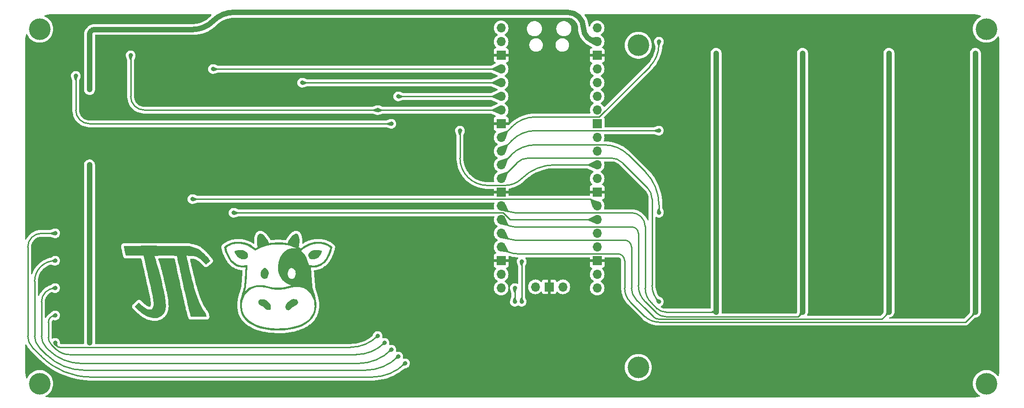
<source format=gbr>
%TF.GenerationSoftware,KiCad,Pcbnew,7.0.2-0*%
%TF.CreationDate,2023-10-11T20:45:17-05:00*%
%TF.ProjectId,CowPi-mk4b,436f7750-692d-46d6-9b34-622e6b696361,mk4b*%
%TF.SameCoordinates,Original*%
%TF.FileFunction,Copper,L2,Bot*%
%TF.FilePolarity,Positive*%
%FSLAX46Y46*%
G04 Gerber Fmt 4.6, Leading zero omitted, Abs format (unit mm)*
G04 Created by KiCad (PCBNEW 7.0.2-0) date 2023-10-11 20:45:17*
%MOMM*%
%LPD*%
G01*
G04 APERTURE LIST*
%TA.AperFunction,ComponentPad*%
%ADD10O,1.700000X1.700000*%
%TD*%
%TA.AperFunction,ComponentPad*%
%ADD11R,1.700000X1.700000*%
%TD*%
%TA.AperFunction,ComponentPad*%
%ADD12C,4.000000*%
%TD*%
%TA.AperFunction,ViaPad*%
%ADD13C,0.800000*%
%TD*%
%TA.AperFunction,Conductor*%
%ADD14C,0.250000*%
%TD*%
%TA.AperFunction,Conductor*%
%ADD15C,1.000000*%
%TD*%
G04 APERTURE END LIST*
%TA.AperFunction,EtchedComponent*%
%TO.C,G\u002A\u002A\u002A*%
G36*
X92421410Y-106842747D02*
G01*
X92595773Y-106987463D01*
X92743782Y-107212289D01*
X92828748Y-107456507D01*
X92861513Y-107742631D01*
X92837118Y-108031346D01*
X92759637Y-108301205D01*
X92633138Y-108530759D01*
X92461693Y-108698559D01*
X92437481Y-108713992D01*
X92225341Y-108791601D01*
X91997714Y-108789652D01*
X91783746Y-108707747D01*
X91767105Y-108696944D01*
X91614563Y-108545870D01*
X91490512Y-108331226D01*
X91406487Y-108078224D01*
X91374020Y-107812078D01*
X91378904Y-107671704D01*
X91432428Y-107389350D01*
X91535928Y-107153683D01*
X91678499Y-106969475D01*
X91849237Y-106841504D01*
X92037238Y-106774542D01*
X92231597Y-106773365D01*
X92421410Y-106842747D01*
G37*
%TD.AperFunction*%
%TA.AperFunction,EtchedComponent*%
G36*
X87763947Y-103443116D02*
G01*
X88055564Y-103480266D01*
X88288175Y-103544256D01*
X88445488Y-103613070D01*
X88709861Y-103771951D01*
X88891481Y-103956800D01*
X88996178Y-104174597D01*
X89029781Y-104432325D01*
X89028625Y-104474773D01*
X88973061Y-104714383D01*
X88840601Y-104911527D01*
X88640216Y-105056432D01*
X88380876Y-105139325D01*
X88167155Y-105152585D01*
X87854050Y-105105546D01*
X87537859Y-104988049D01*
X87516271Y-104977207D01*
X87255976Y-104804629D01*
X87011151Y-104571975D01*
X86799793Y-104301953D01*
X86639893Y-104017274D01*
X86549448Y-103740646D01*
X86518096Y-103573529D01*
X86876158Y-103493868D01*
X87123861Y-103453625D01*
X87443366Y-103433878D01*
X87763947Y-103443116D01*
G37*
%TD.AperFunction*%
%TA.AperFunction,EtchedComponent*%
G36*
X101885525Y-103455931D02*
G01*
X102208280Y-103469883D01*
X102446762Y-103500680D01*
X102606579Y-103549849D01*
X102693340Y-103618912D01*
X102712655Y-103709396D01*
X102710744Y-103720859D01*
X102678107Y-103826379D01*
X102616644Y-103980177D01*
X102537805Y-104153195D01*
X102442458Y-104324351D01*
X102209613Y-104620351D01*
X101925083Y-104863540D01*
X101605988Y-105040622D01*
X101269447Y-105138301D01*
X101066016Y-105157787D01*
X100783444Y-105128649D01*
X100549948Y-105023808D01*
X100360663Y-104841675D01*
X100318339Y-104781213D01*
X100220154Y-104553317D01*
X100208144Y-104322437D01*
X100278124Y-104097895D01*
X100425908Y-103889013D01*
X100647311Y-103705112D01*
X100938147Y-103555516D01*
X101053346Y-103513882D01*
X101178586Y-103482772D01*
X101324902Y-103464468D01*
X101516136Y-103456107D01*
X101776131Y-103454821D01*
X101885525Y-103455931D01*
G37*
%TD.AperFunction*%
%TA.AperFunction,EtchedComponent*%
G36*
X91772317Y-112551184D02*
G01*
X92081048Y-112623272D01*
X92391771Y-112766691D01*
X92684104Y-112968074D01*
X92937669Y-113214054D01*
X93132086Y-113491263D01*
X93228962Y-113719436D01*
X93275097Y-113958427D01*
X93265245Y-114178030D01*
X93202339Y-114362729D01*
X93089312Y-114497007D01*
X92929095Y-114565347D01*
X92846706Y-114576476D01*
X92679016Y-114574272D01*
X92528683Y-114524353D01*
X92372987Y-114416776D01*
X92189208Y-114241600D01*
X92141274Y-114192821D01*
X91948781Y-114018493D01*
X91750808Y-113883424D01*
X91504921Y-113757602D01*
X91412589Y-113713318D01*
X91185873Y-113581198D01*
X91036982Y-113445936D01*
X90955327Y-113295760D01*
X90930319Y-113118902D01*
X90932775Y-113071649D01*
X90990152Y-112877917D01*
X91107822Y-112709579D01*
X91264698Y-112599393D01*
X91344879Y-112575991D01*
X91510621Y-112551840D01*
X91690408Y-112545640D01*
X91772317Y-112551184D01*
G37*
%TD.AperFunction*%
%TA.AperFunction,EtchedComponent*%
G36*
X97835036Y-112556633D02*
G01*
X97980018Y-112598007D01*
X98156911Y-112714704D01*
X98263920Y-112892079D01*
X98299854Y-113128666D01*
X98298803Y-113179595D01*
X98277081Y-113323212D01*
X98217667Y-113441836D01*
X98107954Y-113548915D01*
X97935338Y-113657896D01*
X97687213Y-113782226D01*
X97662910Y-113793757D01*
X97437674Y-113915587D01*
X97258509Y-114050546D01*
X97084658Y-114228844D01*
X96941566Y-114376446D01*
X96805216Y-114489931D01*
X96700766Y-114547717D01*
X96635558Y-114566265D01*
X96527622Y-114588105D01*
X96432695Y-114582345D01*
X96299966Y-114549171D01*
X96224448Y-114522593D01*
X96086020Y-114420995D01*
X96007276Y-114259346D01*
X95982336Y-114027994D01*
X95987531Y-113925828D01*
X96063822Y-113628575D01*
X96231608Y-113337664D01*
X96491445Y-113052034D01*
X96520074Y-113025911D01*
X96844947Y-112780257D01*
X97177118Y-112618419D01*
X97509507Y-112543008D01*
X97835036Y-112556633D01*
G37*
%TD.AperFunction*%
%TA.AperFunction,EtchedComponent*%
G36*
X71706332Y-102638982D02*
G01*
X71830874Y-102639007D01*
X72624397Y-102639605D01*
X73383627Y-102640925D01*
X74103255Y-102642929D01*
X74777970Y-102645577D01*
X75402464Y-102648829D01*
X75971425Y-102652646D01*
X76479544Y-102656989D01*
X76921512Y-102661817D01*
X77292019Y-102667092D01*
X77585755Y-102672774D01*
X77797410Y-102678824D01*
X77921674Y-102685202D01*
X78158781Y-102709010D01*
X78754345Y-102813016D01*
X79295362Y-102980164D01*
X79797030Y-103217146D01*
X80274545Y-103530652D01*
X80743107Y-103927373D01*
X80801027Y-103982696D01*
X80967829Y-104149748D01*
X81150873Y-104341918D01*
X81340129Y-104547685D01*
X81525567Y-104755525D01*
X81697157Y-104953914D01*
X81844871Y-105131330D01*
X81958677Y-105276248D01*
X82028547Y-105377147D01*
X82044450Y-105422502D01*
X82009113Y-105453600D01*
X81914279Y-105534754D01*
X81777805Y-105650469D01*
X81615852Y-105787002D01*
X81224003Y-106116488D01*
X80814600Y-105677389D01*
X80526972Y-105389232D01*
X80133501Y-105064373D01*
X79737408Y-104820061D01*
X79329322Y-104649816D01*
X79169252Y-104601592D01*
X78997220Y-104561862D01*
X78810897Y-104534726D01*
X78584152Y-104516504D01*
X78290852Y-104503513D01*
X77633128Y-104480754D01*
X77696521Y-104753023D01*
X77697127Y-104755628D01*
X77721135Y-104858763D01*
X77763706Y-105041661D01*
X77822496Y-105294252D01*
X77895160Y-105606464D01*
X77979356Y-105968227D01*
X78072738Y-106369469D01*
X78172964Y-106800121D01*
X78277689Y-107250110D01*
X78366408Y-107628507D01*
X78480642Y-108108300D01*
X78594671Y-108579696D01*
X78705101Y-109029028D01*
X78808541Y-109442631D01*
X78901596Y-109806839D01*
X78980874Y-110107987D01*
X79042983Y-110332409D01*
X79254678Y-111041708D01*
X79509489Y-111828229D01*
X79762180Y-112531491D01*
X80014971Y-113156570D01*
X80270079Y-113708548D01*
X80529723Y-114192501D01*
X80796121Y-114613510D01*
X81071491Y-114976653D01*
X81130952Y-115052305D01*
X81244606Y-115249853D01*
X81316066Y-115486507D01*
X81346101Y-115629913D01*
X81370409Y-115753288D01*
X81380342Y-115813991D01*
X81367487Y-115818602D01*
X81278165Y-115826123D01*
X81113078Y-115832105D01*
X80883239Y-115836375D01*
X80599664Y-115838758D01*
X80273365Y-115839079D01*
X79915356Y-115837166D01*
X78448741Y-115824927D01*
X78340079Y-115454124D01*
X78313325Y-115361785D01*
X78215549Y-115008752D01*
X78106707Y-114593017D01*
X77986066Y-114111433D01*
X77852893Y-113560859D01*
X77706456Y-112938148D01*
X77546020Y-112240156D01*
X77370854Y-111463740D01*
X77180224Y-110605754D01*
X76973396Y-109663054D01*
X76749638Y-108632497D01*
X76745938Y-108615381D01*
X76616322Y-108015394D01*
X76492486Y-107441601D01*
X76375813Y-106900441D01*
X76267686Y-106398357D01*
X76169489Y-105941788D01*
X76082604Y-105537176D01*
X76008415Y-105190962D01*
X75948304Y-104909586D01*
X75903656Y-104699491D01*
X75875852Y-104567116D01*
X75866277Y-104518902D01*
X75843476Y-104514930D01*
X75738552Y-104509649D01*
X75556918Y-104504845D01*
X75307926Y-104500641D01*
X75000927Y-104497159D01*
X74645273Y-104494520D01*
X74250315Y-104492848D01*
X73825406Y-104492263D01*
X73619542Y-104492321D01*
X73154568Y-104493073D01*
X72771790Y-104494880D01*
X72463659Y-104497981D01*
X72222626Y-104502610D01*
X72041141Y-104509005D01*
X71911656Y-104517401D01*
X71826621Y-104528036D01*
X71778488Y-104541146D01*
X71759706Y-104556967D01*
X71758396Y-104573600D01*
X71774692Y-104668950D01*
X71815138Y-104827368D01*
X71875053Y-105031456D01*
X71949760Y-105263810D01*
X72107814Y-105750365D01*
X72343066Y-106529095D01*
X72577155Y-107370963D01*
X72812016Y-108283302D01*
X73049585Y-109273445D01*
X73291795Y-110348722D01*
X73393204Y-110816161D01*
X73497651Y-111310827D01*
X73583424Y-111736451D01*
X73652435Y-112104531D01*
X73706594Y-112426566D01*
X73747813Y-112714054D01*
X73778003Y-112978496D01*
X73799076Y-113231390D01*
X73812942Y-113484234D01*
X73814754Y-113527738D01*
X73822982Y-113791683D01*
X73821632Y-113993883D01*
X73808800Y-114161224D01*
X73782581Y-114320593D01*
X73741070Y-114498876D01*
X73730926Y-114537643D01*
X73665419Y-114750710D01*
X73590036Y-114950595D01*
X73519135Y-115098506D01*
X73466424Y-115183659D01*
X73213422Y-115498871D01*
X72911870Y-115751502D01*
X72575679Y-115931596D01*
X72218762Y-116029197D01*
X72143657Y-116040163D01*
X71991222Y-116060807D01*
X71874647Y-116070336D01*
X71761936Y-116068952D01*
X71621091Y-116056858D01*
X71420116Y-116034256D01*
X71235798Y-116008396D01*
X70781417Y-115901639D01*
X70335704Y-115731630D01*
X69890500Y-115493628D01*
X69437644Y-115182894D01*
X68968975Y-114794687D01*
X68476334Y-114324267D01*
X68062120Y-113905352D01*
X68453159Y-113538659D01*
X68844197Y-113171966D01*
X69342415Y-113649322D01*
X69478571Y-113777142D01*
X69783951Y-114039277D01*
X70056276Y-114231949D01*
X70307083Y-114361599D01*
X70547908Y-114434667D01*
X70790285Y-114457591D01*
X70907951Y-114453191D01*
X71132173Y-114408688D01*
X71303004Y-114310835D01*
X71424568Y-114152962D01*
X71500987Y-113928393D01*
X71536385Y-113630458D01*
X71534883Y-113252482D01*
X71526303Y-113100288D01*
X71502872Y-112814231D01*
X71472224Y-112534170D01*
X71438749Y-112303452D01*
X71433197Y-112273811D01*
X71405981Y-112140965D01*
X71361018Y-111929770D01*
X71300218Y-111648808D01*
X71225495Y-111306661D01*
X71138761Y-110911909D01*
X71041928Y-110473135D01*
X70936910Y-109998921D01*
X70825618Y-109497847D01*
X70709965Y-108978497D01*
X70591863Y-108449450D01*
X70473225Y-107919289D01*
X70355963Y-107396596D01*
X70241990Y-106889952D01*
X70133217Y-106407939D01*
X70031559Y-105959139D01*
X69938926Y-105552133D01*
X69857231Y-105195502D01*
X69788388Y-104897829D01*
X69693955Y-104492263D01*
X66412569Y-104492263D01*
X66388992Y-104387975D01*
X66332569Y-104136879D01*
X66252758Y-103776050D01*
X66182300Y-103450678D01*
X66123494Y-103171736D01*
X66078642Y-102950197D01*
X66050044Y-102797035D01*
X66040000Y-102723223D01*
X66040443Y-102717316D01*
X66046244Y-102705287D01*
X66062635Y-102694544D01*
X66094444Y-102685015D01*
X66146503Y-102676629D01*
X66223640Y-102669313D01*
X66330687Y-102662997D01*
X66472473Y-102657607D01*
X66653829Y-102653074D01*
X66879584Y-102649323D01*
X67154569Y-102646285D01*
X67483614Y-102643886D01*
X67871549Y-102642056D01*
X68323203Y-102640721D01*
X68843408Y-102639812D01*
X69436994Y-102639255D01*
X70108789Y-102638979D01*
X70863625Y-102638912D01*
X71706332Y-102638982D01*
G37*
%TD.AperFunction*%
%TA.AperFunction,EtchedComponent*%
G36*
X104599167Y-103166164D02*
G01*
X104542217Y-103384963D01*
X104472891Y-103622095D01*
X104397733Y-103854036D01*
X104323287Y-104057258D01*
X104152335Y-104459414D01*
X103940987Y-104875459D01*
X103711019Y-105236453D01*
X103449132Y-105562862D01*
X103142026Y-105875156D01*
X102972887Y-106023904D01*
X102560308Y-106312305D01*
X102123465Y-106513837D01*
X101653277Y-106632108D01*
X101140663Y-106670730D01*
X100710073Y-106670730D01*
X100710854Y-106821369D01*
X100713254Y-106916713D01*
X100722169Y-107106943D01*
X100736725Y-107358274D01*
X100755948Y-107657904D01*
X100766030Y-107805352D01*
X100778863Y-107993033D01*
X100804497Y-108350862D01*
X100831873Y-108718590D01*
X100860019Y-109083416D01*
X100887960Y-109432541D01*
X100914721Y-109753165D01*
X100939328Y-110032486D01*
X100960807Y-110257705D01*
X100978182Y-110416021D01*
X100990481Y-110494635D01*
X100995818Y-110513701D01*
X101034448Y-110643524D01*
X101093193Y-110833795D01*
X101165052Y-111062036D01*
X101243028Y-111305767D01*
X101252857Y-111336310D01*
X101425031Y-111901785D01*
X101555589Y-112400374D01*
X101646941Y-112846004D01*
X101701495Y-113252600D01*
X101721661Y-113634088D01*
X101715421Y-113829677D01*
X101709847Y-114004395D01*
X101665268Y-114390544D01*
X101528643Y-114971723D01*
X101311289Y-115509103D01*
X101012876Y-116003054D01*
X100633075Y-116453945D01*
X100171557Y-116862146D01*
X99627992Y-117228025D01*
X99002050Y-117551952D01*
X98293402Y-117834297D01*
X98162439Y-117877657D01*
X97736856Y-117995336D01*
X97247623Y-118102265D01*
X96716090Y-118194577D01*
X96163609Y-118268406D01*
X95611533Y-118319887D01*
X95051278Y-118345974D01*
X94305340Y-118343375D01*
X93543514Y-118302888D01*
X92791753Y-118226646D01*
X92076013Y-118116785D01*
X91422249Y-117975437D01*
X91096196Y-117882527D01*
X90558654Y-117687873D01*
X90037636Y-117450064D01*
X89548378Y-117177900D01*
X89106113Y-116880181D01*
X88726076Y-116565706D01*
X88423502Y-116243276D01*
X88134756Y-115848829D01*
X87895000Y-115431676D01*
X87723172Y-115004564D01*
X87613738Y-114549833D01*
X87561167Y-114049823D01*
X87560532Y-113762336D01*
X87943084Y-113762336D01*
X87945323Y-114037907D01*
X87951686Y-114254667D01*
X87964701Y-114422241D01*
X87986938Y-114562801D01*
X88020968Y-114698520D01*
X88069362Y-114851570D01*
X88243056Y-115275572D01*
X88529328Y-115756297D01*
X88894491Y-116193965D01*
X89336068Y-116587158D01*
X89851578Y-116934456D01*
X90438544Y-117234441D01*
X91094486Y-117485692D01*
X91816926Y-117686791D01*
X92603385Y-117836319D01*
X93451384Y-117932857D01*
X93458905Y-117933451D01*
X94366981Y-117975412D01*
X95282658Y-117961331D01*
X96177869Y-117892485D01*
X97024545Y-117770152D01*
X97700603Y-117620417D01*
X98393061Y-117404438D01*
X99020410Y-117138479D01*
X99579648Y-116824779D01*
X100067774Y-116465578D01*
X100481786Y-116063114D01*
X100818683Y-115619626D01*
X101075463Y-115137354D01*
X101249126Y-114618537D01*
X101274703Y-114495003D01*
X101313165Y-114182178D01*
X101329554Y-113829677D01*
X101323913Y-113469939D01*
X101296288Y-113135402D01*
X101246723Y-112858504D01*
X101181909Y-112644445D01*
X101053760Y-112317048D01*
X100895695Y-111984769D01*
X100723318Y-111679620D01*
X100552229Y-111433610D01*
X100525068Y-111400341D01*
X100174310Y-111045535D01*
X99761707Y-110744201D01*
X99307418Y-110509003D01*
X98831602Y-110352606D01*
X98653648Y-110318287D01*
X98453286Y-110297989D01*
X98212648Y-110292109D01*
X97905876Y-110299156D01*
X97669576Y-110310703D01*
X97459775Y-110328622D01*
X97253334Y-110356656D01*
X97027103Y-110398546D01*
X96757930Y-110458033D01*
X96422664Y-110538859D01*
X96350949Y-110556491D01*
X96034646Y-110632018D01*
X95779109Y-110687339D01*
X95560477Y-110726233D01*
X95354887Y-110752483D01*
X95138479Y-110769871D01*
X94887390Y-110782178D01*
X94592859Y-110790374D01*
X94315390Y-110787810D01*
X94052375Y-110771172D01*
X93783187Y-110737878D01*
X93487198Y-110685343D01*
X93143781Y-110610983D01*
X92732307Y-110512214D01*
X92139064Y-110384345D01*
X91551811Y-110304516D01*
X91020101Y-110288328D01*
X90536503Y-110337148D01*
X90093591Y-110452340D01*
X89683934Y-110635269D01*
X89300104Y-110887298D01*
X88934673Y-111209793D01*
X88695574Y-111469110D01*
X88431061Y-111832135D01*
X88220802Y-112232434D01*
X88049148Y-112696278D01*
X88019275Y-112796301D01*
X87985065Y-112936275D01*
X87962531Y-113080853D01*
X87949483Y-113252047D01*
X87943731Y-113471870D01*
X87943084Y-113762336D01*
X87560532Y-113762336D01*
X87559924Y-113486875D01*
X87561894Y-113437148D01*
X87578705Y-113145868D01*
X87605936Y-112876748D01*
X87647367Y-112611664D01*
X87706775Y-112332491D01*
X87787942Y-112021101D01*
X87894645Y-111659371D01*
X88030665Y-111229175D01*
X88055801Y-111150691D01*
X88133978Y-110898407D01*
X88202850Y-110664455D01*
X88255726Y-110472029D01*
X88285915Y-110344328D01*
X88291524Y-110308310D01*
X88307374Y-110168048D01*
X88327192Y-109954655D01*
X88349896Y-109681463D01*
X88374403Y-109361807D01*
X88399633Y-109009018D01*
X88424503Y-108636431D01*
X88435449Y-108467428D01*
X88459672Y-108100877D01*
X88482869Y-107759405D01*
X88504086Y-107456500D01*
X88522369Y-107205651D01*
X88536764Y-107020344D01*
X88546317Y-106914070D01*
X88572948Y-106670730D01*
X88124387Y-106670730D01*
X87918185Y-106665046D01*
X87417432Y-106597061D01*
X86955388Y-106449753D01*
X86525727Y-106220024D01*
X86122124Y-105904770D01*
X85738253Y-105500891D01*
X85608960Y-105329870D01*
X85430942Y-105053607D01*
X85249061Y-104733571D01*
X85076593Y-104394731D01*
X84926812Y-104062056D01*
X84812993Y-103760514D01*
X84766981Y-103611568D01*
X84709765Y-103401149D01*
X84660893Y-103194960D01*
X84624904Y-103014152D01*
X84621293Y-102988038D01*
X84989960Y-102988038D01*
X85085333Y-103357760D01*
X85125736Y-103506859D01*
X85328476Y-104099243D01*
X85581275Y-104632148D01*
X85880067Y-105100639D01*
X86220787Y-105499784D01*
X86599371Y-105824652D01*
X87011753Y-106070309D01*
X87453868Y-106231822D01*
X87551320Y-106254666D01*
X87744075Y-106283609D01*
X87963451Y-106292655D01*
X88241825Y-106283948D01*
X88386552Y-106275325D01*
X88589313Y-106259964D01*
X88751022Y-106243820D01*
X88845895Y-106229227D01*
X88963286Y-106200271D01*
X88835023Y-108162051D01*
X88800185Y-108682010D01*
X88766707Y-109146925D01*
X88735254Y-109537373D01*
X88704619Y-109862643D01*
X88673593Y-110132026D01*
X88640968Y-110354811D01*
X88605534Y-110540289D01*
X88566084Y-110697751D01*
X88521409Y-110836485D01*
X88470300Y-110965783D01*
X88442467Y-111031904D01*
X88404604Y-111127868D01*
X88394111Y-111164713D01*
X88404326Y-111156799D01*
X88467696Y-111100360D01*
X88575222Y-111001678D01*
X88711278Y-110875023D01*
X88874400Y-110729584D01*
X89305228Y-110413931D01*
X89760312Y-110179489D01*
X90249589Y-110022720D01*
X90782997Y-109940086D01*
X91370474Y-109928046D01*
X91434874Y-109930492D01*
X91654848Y-109942289D01*
X91853452Y-109960819D01*
X92052820Y-109989708D01*
X92275088Y-110032583D01*
X92542390Y-110093068D01*
X92876861Y-110174790D01*
X93780693Y-110400003D01*
X94615000Y-110399679D01*
X94757157Y-110399313D01*
X95014141Y-110395641D01*
X95239080Y-110385805D01*
X95449301Y-110367109D01*
X95662135Y-110336860D01*
X95894909Y-110292360D01*
X96164953Y-110230914D01*
X96489596Y-110149828D01*
X96886168Y-110046405D01*
X97071569Y-109997554D01*
X96723941Y-109874343D01*
X96347305Y-109715376D01*
X95918921Y-109454257D01*
X95534929Y-109118452D01*
X95353919Y-108921033D01*
X95066093Y-108534280D01*
X94851023Y-108124598D01*
X94741853Y-107794221D01*
X96400507Y-107794221D01*
X96406958Y-107957867D01*
X96458242Y-108234165D01*
X96567159Y-108459245D01*
X96741453Y-108652606D01*
X96838720Y-108729664D01*
X96961236Y-108786485D01*
X97107945Y-108799188D01*
X97179950Y-108796987D01*
X97329451Y-108779170D01*
X97440151Y-108733442D01*
X97551171Y-108646309D01*
X97624462Y-108572690D01*
X97757575Y-108370388D01*
X97833502Y-108120107D01*
X97858268Y-107805352D01*
X97856352Y-107653195D01*
X97841180Y-107483334D01*
X97805034Y-107345203D01*
X97740902Y-107202797D01*
X97666898Y-107075867D01*
X97502256Y-106891711D01*
X97308651Y-106792813D01*
X97080990Y-106775880D01*
X97075658Y-106776397D01*
X96846688Y-106842685D01*
X96659091Y-106985987D01*
X96518464Y-107197927D01*
X96430404Y-107470131D01*
X96400507Y-107794221D01*
X94741853Y-107794221D01*
X94703656Y-107678628D01*
X94618941Y-107183008D01*
X94591825Y-106624380D01*
X94597127Y-106386015D01*
X94665148Y-105771848D01*
X94811584Y-105207078D01*
X95036472Y-104691608D01*
X95339851Y-104225342D01*
X95721760Y-103808185D01*
X95919744Y-103636490D01*
X96034096Y-103559305D01*
X98902409Y-103559305D01*
X98919944Y-103590255D01*
X98988865Y-103670835D01*
X99092170Y-103776013D01*
X99300907Y-104003936D01*
X99568896Y-104375037D01*
X99818189Y-104809154D01*
X100039333Y-105289378D01*
X100222878Y-105798800D01*
X100348412Y-106201506D01*
X100577874Y-106250716D01*
X100732531Y-106275214D01*
X101007183Y-106293656D01*
X101303442Y-106291531D01*
X101583829Y-106269522D01*
X101810863Y-106228309D01*
X101941850Y-106189033D01*
X102376937Y-105997042D01*
X102781346Y-105720707D01*
X103151052Y-105363737D01*
X103482027Y-104929844D01*
X103770246Y-104422737D01*
X103781546Y-104399444D01*
X103889882Y-104156973D01*
X103994406Y-103892344D01*
X104088034Y-103626786D01*
X104163682Y-103381529D01*
X104214265Y-103177802D01*
X104232701Y-103036835D01*
X104202034Y-102963748D01*
X104092319Y-102859621D01*
X103913229Y-102743037D01*
X103675537Y-102620861D01*
X103390018Y-102499956D01*
X102916982Y-102356868D01*
X102362161Y-102275662D01*
X101787871Y-102275407D01*
X101205957Y-102355205D01*
X100628264Y-102514161D01*
X100066636Y-102751378D01*
X99957418Y-102809515D01*
X99771240Y-102918697D01*
X99570849Y-103045255D01*
X99484470Y-103103032D01*
X99371865Y-103178351D01*
X99189908Y-103307144D01*
X99040600Y-103420793D01*
X98939560Y-103508460D01*
X98902409Y-103559305D01*
X96034096Y-103559305D01*
X96292554Y-103384851D01*
X96683706Y-103216926D01*
X97108513Y-103126961D01*
X97582288Y-103109204D01*
X97711481Y-103113333D01*
X97879172Y-103117169D01*
X97971976Y-103114468D01*
X98001330Y-103103032D01*
X97978665Y-103080662D01*
X97915417Y-103045161D01*
X97803823Y-102992375D01*
X97577575Y-102904728D01*
X97296354Y-102810689D01*
X96981665Y-102716583D01*
X96655016Y-102628735D01*
X96337912Y-102553469D01*
X96051861Y-102497110D01*
X96048727Y-102496579D01*
X95663428Y-102445793D01*
X95221737Y-102411402D01*
X94753071Y-102393958D01*
X94286850Y-102394013D01*
X93852492Y-102412120D01*
X93479416Y-102448831D01*
X93094040Y-102510690D01*
X92296224Y-102697647D01*
X91554146Y-102956765D01*
X90865053Y-103288931D01*
X90367700Y-103565511D01*
X90150656Y-103385595D01*
X90009837Y-103272775D01*
X89463468Y-102901481D01*
X88888165Y-102608958D01*
X88297017Y-102402151D01*
X88000589Y-102339072D01*
X87602464Y-102291502D01*
X87184622Y-102273982D01*
X86782395Y-102287800D01*
X86431114Y-102334241D01*
X86239024Y-102382903D01*
X85983727Y-102467395D01*
X85716543Y-102571995D01*
X85462897Y-102685936D01*
X85248213Y-102798452D01*
X85097918Y-102898777D01*
X84989960Y-102988038D01*
X84621293Y-102988038D01*
X84606337Y-102879875D01*
X84609729Y-102813281D01*
X84611781Y-102810198D01*
X84679911Y-102747456D01*
X84808572Y-102655326D01*
X84977571Y-102546368D01*
X85166718Y-102433144D01*
X85355818Y-102328214D01*
X85524679Y-102244138D01*
X85843957Y-102113641D01*
X86189934Y-102012150D01*
X86562830Y-101946959D01*
X86994215Y-101910909D01*
X87078017Y-101907263D01*
X87721739Y-101922831D01*
X88330599Y-102019650D01*
X88914089Y-102200570D01*
X89481700Y-102468440D01*
X90042924Y-102826110D01*
X90430337Y-103104674D01*
X90636002Y-102984146D01*
X90743715Y-102914406D01*
X90810215Y-102844522D01*
X90814681Y-102778593D01*
X90788156Y-102679694D01*
X90744516Y-102425624D01*
X90715433Y-102123768D01*
X90701735Y-101801843D01*
X90704253Y-101487564D01*
X90723814Y-101208648D01*
X90761249Y-100992810D01*
X90805245Y-100842080D01*
X90895901Y-100618606D01*
X91002547Y-100471909D01*
X91134167Y-100391547D01*
X91299748Y-100367081D01*
X91478162Y-100399642D01*
X91701438Y-100510058D01*
X91936382Y-100688741D01*
X92172905Y-100925448D01*
X92400921Y-101209939D01*
X92610342Y-101531969D01*
X92791079Y-101881298D01*
X92822748Y-101949486D01*
X92895107Y-102084160D01*
X92952715Y-102148884D01*
X93005966Y-102156994D01*
X93187474Y-102116749D01*
X93474888Y-102077930D01*
X93819393Y-102049818D01*
X94202345Y-102032428D01*
X94605100Y-102025778D01*
X95009011Y-102029883D01*
X95395436Y-102044759D01*
X95745730Y-102070422D01*
X96041247Y-102106889D01*
X96263344Y-102154176D01*
X96308760Y-102146138D01*
X96369395Y-102072146D01*
X96442544Y-101917881D01*
X96584554Y-101629297D01*
X96786666Y-101304636D01*
X97016460Y-100998741D01*
X97249331Y-100747311D01*
X97258866Y-100738402D01*
X97522087Y-100526794D01*
X97759749Y-100403843D01*
X97970301Y-100368685D01*
X98152192Y-100420453D01*
X98303870Y-100558283D01*
X98423784Y-100781309D01*
X98510383Y-101088666D01*
X98562115Y-101479489D01*
X98568380Y-101627333D01*
X98555774Y-101966658D01*
X98511709Y-102353900D01*
X98484033Y-102549279D01*
X98461631Y-102723653D01*
X98448924Y-102843448D01*
X98448109Y-102890143D01*
X98459373Y-102897008D01*
X98530485Y-102938508D01*
X98641649Y-103002510D01*
X98686731Y-103027956D01*
X98784715Y-103073404D01*
X98850823Y-103073751D01*
X98919751Y-103032770D01*
X98959217Y-103003856D01*
X99292702Y-102772692D01*
X99627161Y-102562123D01*
X99939425Y-102386091D01*
X100206324Y-102258539D01*
X100468621Y-102153948D01*
X100757183Y-102056321D01*
X101031006Y-101989208D01*
X101316791Y-101947682D01*
X101641241Y-101926812D01*
X102031058Y-101921668D01*
X102346721Y-101925832D01*
X102651222Y-101941582D01*
X102909330Y-101973213D01*
X103145835Y-102025084D01*
X103385532Y-102101558D01*
X103653212Y-102206994D01*
X103754509Y-102252246D01*
X103958852Y-102357405D01*
X104163303Y-102477592D01*
X104351245Y-102601533D01*
X104506061Y-102717955D01*
X104611136Y-102815585D01*
X104649854Y-102883151D01*
X104637199Y-102989224D01*
X104626965Y-103036835D01*
X104599167Y-103166164D01*
G37*
%TD.AperFunction*%
%TD*%
D10*
%TO.P,U45,1,GPIO0*%
%TO.N,/UART_TX*%
X135890000Y-62230000D03*
%TO.P,U45,2,GPIO1*%
%TO.N,/UART_RX*%
X135890000Y-64770000D03*
D11*
%TO.P,U45,3,GND*%
%TO.N,/GND*%
X135890000Y-67310000D03*
D10*
%TO.P,U45,4,GPIO2*%
%TO.N,/LeftButton*%
X135890000Y-69850000D03*
%TO.P,U45,5,GPIO3*%
%TO.N,/RightButton*%
X135890000Y-72390000D03*
%TO.P,U45,6,GPIO4*%
%TO.N,/LV_GP04_I2C_SDA*%
X135890000Y-74930000D03*
%TO.P,U45,7,GPIO5*%
%TO.N,/LV_GP05_I2C_SCL*%
X135890000Y-77470000D03*
D11*
%TO.P,U45,8,GND*%
%TO.N,/GND*%
X135890000Y-80010000D03*
D10*
%TO.P,U45,9,GPIO6*%
%TO.N,/Row1*%
X135890000Y-82550000D03*
%TO.P,U45,10,GPIO7*%
%TO.N,/Row4*%
X135890000Y-85090000D03*
%TO.P,U45,11,GPIO8*%
%TO.N,/Row7*%
X135890000Y-87630000D03*
%TO.P,U45,12,GPIO9*%
%TO.N,/Row\u002A*%
X135890000Y-90170000D03*
D11*
%TO.P,U45,13,GND*%
%TO.N,/GND*%
X135890000Y-92710000D03*
D10*
%TO.P,U45,14,GPIO10*%
%TO.N,/Col1*%
X135890000Y-95250000D03*
%TO.P,U45,15,GPIO11*%
%TO.N,/Col2*%
X135890000Y-97790000D03*
%TO.P,U45,16,GPIO12*%
%TO.N,/Col3*%
X135890000Y-100330000D03*
%TO.P,U45,17,GPIO13*%
%TO.N,/ColA*%
X135890000Y-102870000D03*
D11*
%TO.P,U45,18,GND*%
%TO.N,/GND*%
X135890000Y-105410000D03*
D10*
%TO.P,U45,19,GPIO14*%
%TO.N,/LeftSwitch*%
X135890000Y-107950000D03*
%TO.P,U45,20,GPIO15*%
%TO.N,/RightSwitch*%
X135890000Y-110490000D03*
%TO.P,U45,21,GPIO16*%
%TO.N,/LV_GP16_SPI_RX*%
X153670000Y-110490000D03*
%TO.P,U45,22,GPIO17*%
%TO.N,/LV_GP17_SPI_CS*%
X153670000Y-107950000D03*
D11*
%TO.P,U45,23,GND*%
%TO.N,/GND*%
X153670000Y-105410000D03*
D10*
%TO.P,U45,24,GPIO18*%
%TO.N,/LV_GP18_SPI_CLK*%
X153670000Y-102870000D03*
%TO.P,U45,25,GPIO19*%
%TO.N,/LV_GP19_SPI_TX*%
X153670000Y-100330000D03*
%TO.P,U45,26,GPIO20*%
%TO.N,/RightLED*%
X153670000Y-97790000D03*
%TO.P,U45,27,GPIO21*%
%TO.N,/LeftLED*%
X153670000Y-95250000D03*
D11*
%TO.P,U45,28,GND*%
%TO.N,/GND*%
X153670000Y-92710000D03*
D10*
%TO.P,U45,29,GPIO22*%
%TO.N,/LV_GP22*%
X153670000Y-90170000D03*
%TO.P,U45,30,RUN*%
%TO.N,/RUN*%
X153670000Y-87630000D03*
%TO.P,U45,31,GPIO26_ADC0*%
%TO.N,/GP26_ADC0*%
X153670000Y-85090000D03*
%TO.P,U45,32,GPIO27_ADC1*%
%TO.N,/GP27_ADC1*%
X153670000Y-82550000D03*
D11*
%TO.P,U45,33,AGND*%
%TO.N,/AGND*%
X153670000Y-80010000D03*
D10*
%TO.P,U45,34,GPIO28_ADC2*%
%TO.N,/GP28_ADC2*%
X153670000Y-77470000D03*
%TO.P,U45,35,ADC_VREF*%
%TO.N,/ADC_VREF*%
X153670000Y-74930000D03*
%TO.P,U45,36,3V3*%
%TO.N,/3V3*%
X153670000Y-72390000D03*
%TO.P,U45,37,3V3_EN*%
%TO.N,/3V3_EN*%
X153670000Y-69850000D03*
D11*
%TO.P,U45,38,GND*%
%TO.N,/GND*%
X153670000Y-67310000D03*
D10*
%TO.P,U45,39,VSYS*%
%TO.N,/VSYS*%
X153670000Y-64770000D03*
%TO.P,U45,40,VBUS*%
%TO.N,/VBUS*%
X153670000Y-62230000D03*
%TO.P,U45,41,SWCLK*%
%TO.N,/SWCLK*%
X142240000Y-110260000D03*
D11*
%TO.P,U45,42,GND*%
%TO.N,/GND*%
X144780000Y-110260000D03*
D10*
%TO.P,U45,43,SWDIO*%
%TO.N,/SWDIO*%
X147320000Y-110260000D03*
%TD*%
D12*
%TO.P,H4,1*%
%TO.N,N/C*%
X225720656Y-62442701D03*
%TD*%
%TO.P,H1,1*%
%TO.N,N/C*%
X50460656Y-128212701D03*
%TD*%
%TO.P,H3,1*%
%TO.N,N/C*%
X50460656Y-62442701D03*
%TD*%
%TO.P,H6,1*%
%TO.N,N/C*%
X161290000Y-125212701D03*
%TD*%
%TO.P,H5,1*%
%TO.N,N/C*%
X161290000Y-65442701D03*
%TD*%
%TO.P,H2,1*%
%TO.N,N/C*%
X225720656Y-128212701D03*
%TD*%
D13*
%TO.N,/Row1*%
X165100000Y-64770000D03*
%TO.N,/Col1*%
X175690706Y-98932485D03*
X175690706Y-82932485D03*
X175690706Y-114932485D03*
X175690706Y-66932485D03*
%TO.N,/Col2*%
X191690706Y-66932485D03*
X191690706Y-114932485D03*
X191690706Y-98932485D03*
X191690706Y-82932485D03*
%TO.N,/Col3*%
X207690706Y-82932485D03*
X207690706Y-114932485D03*
X207690706Y-66932485D03*
X207690706Y-98932485D03*
%TO.N,/Row4*%
X165100000Y-81280000D03*
%TO.N,/Row7*%
X165100000Y-96520000D03*
%TO.N,/Row\u002A*%
X165100000Y-113030000D03*
%TO.N,/ColA*%
X223690706Y-114932485D03*
X223690706Y-82932485D03*
X223690706Y-66932485D03*
X223690706Y-98932485D03*
%TO.N,/LeftButton*%
X82550000Y-69850000D03*
%TO.N,/GND*%
X107950000Y-107950000D03*
X143457390Y-113523847D03*
X90731021Y-85372883D03*
X159225546Y-93598662D03*
X144780000Y-91440000D03*
X116840000Y-64770000D03*
X55880000Y-86360000D03*
X82550000Y-111760000D03*
%TO.N,/RightButton*%
X99060000Y-72390000D03*
%TO.N,/RUN*%
X128270000Y-81280000D03*
%TO.N,/LV_GP17_SPI_CS*%
X114300000Y-120650000D03*
X53340000Y-115570000D03*
%TO.N,/LV_GP18_SPI_CLK*%
X53340000Y-110490000D03*
X115570000Y-121920000D03*
%TO.N,/LV_GP19_SPI_TX*%
X116840000Y-123190000D03*
X53340000Y-105410000D03*
%TO.N,/RightLED*%
X86360000Y-96520000D03*
%TO.N,/LeftLED*%
X78740000Y-93980000D03*
%TO.N,/VSYS*%
X59690000Y-87630000D03*
X59690000Y-110490000D03*
X59690000Y-120645999D03*
X59690000Y-115570000D03*
X77804398Y-62508876D03*
X65402652Y-62508876D03*
X59690000Y-100330000D03*
X59690000Y-105410000D03*
X59690000Y-73660000D03*
%TO.N,/LV_GP16_SPI_RX*%
X53340000Y-120650000D03*
X113030000Y-119380000D03*
%TO.N,/LV_GP05_I2C_SCL*%
X67310000Y-67310000D03*
X113030000Y-77470000D03*
%TO.N,/LV_GP04_I2C_SDA*%
X116840000Y-74930000D03*
X57150000Y-71120000D03*
X115570000Y-80010000D03*
%TO.N,/UART_TX*%
X138430000Y-110490000D03*
X138430000Y-113030000D03*
%TO.N,/UART_RX*%
X139700000Y-105547002D03*
X139700000Y-113030000D03*
%TO.N,/LV_GP22*%
X53340000Y-100330000D03*
X118110000Y-124460000D03*
%TD*%
D14*
%TO.N,/Row1*%
X154061701Y-78740000D02*
X142240000Y-78740000D01*
X163390850Y-69410850D02*
X154061701Y-78740000D01*
X135890000Y-82550000D02*
X137903948Y-80536052D01*
X165100000Y-64770000D02*
X165100000Y-65284597D01*
X142240000Y-78740000D02*
G75*
G03*
X137903949Y-80536053I0J-6132100D01*
G01*
X163390851Y-69410851D02*
G75*
G03*
X165100000Y-65284597I-4126251J4126251D01*
G01*
D15*
%TO.N,/Col1*%
X175690706Y-82932485D02*
X175690706Y-98932485D01*
X175690706Y-98932485D02*
X175690706Y-114932485D01*
D14*
X175690706Y-114932485D02*
X166370000Y-114932485D01*
D15*
X175690706Y-66932485D02*
X175690706Y-82932485D01*
D14*
X162560000Y-110511845D02*
X162560000Y-99060000D01*
X164733798Y-114254748D02*
X163669525Y-113190475D01*
X135890000Y-95250000D02*
X136261974Y-95621974D01*
X160020000Y-96520000D02*
X138430000Y-96520000D01*
X164733809Y-114254737D02*
G75*
G03*
X166370000Y-114932485I1636191J1636137D01*
G01*
X162559982Y-110511845D02*
G75*
G03*
X163669525Y-113190475I3788218J45D01*
G01*
X136261985Y-95621963D02*
G75*
G03*
X138430000Y-96520000I2168015J2167963D01*
G01*
X162560000Y-99060000D02*
G75*
G03*
X160020000Y-96520000I-2540000J0D01*
G01*
%TO.N,/Col2*%
X138430000Y-99155000D02*
X160115000Y-99155000D01*
X161290000Y-100330000D02*
X161290000Y-109963949D01*
X135890000Y-97790000D02*
X136424149Y-98324149D01*
X166370000Y-115799097D02*
X190824094Y-115799097D01*
D15*
X191690706Y-98932485D02*
X191690706Y-114932485D01*
X191690706Y-82932485D02*
X191690706Y-98932485D01*
D14*
X190824094Y-115799097D02*
X191690706Y-114932485D01*
D15*
X191690706Y-66932485D02*
X191690706Y-82932485D01*
D14*
X162560000Y-113030000D02*
X164593067Y-115063067D01*
X164593060Y-115063074D02*
G75*
G03*
X166370000Y-115799097I1776940J1776974D01*
G01*
X161289980Y-109963949D02*
G75*
G03*
X162560000Y-113030000I4336120J49D01*
G01*
X161290000Y-100330000D02*
G75*
G03*
X160115000Y-99155000I-1175000J0D01*
G01*
X136424149Y-98324149D02*
G75*
G03*
X138430000Y-99155000I2005851J2005849D01*
G01*
%TO.N,/Col3*%
X160020000Y-110490000D02*
X160020000Y-102870000D01*
D15*
X207690706Y-82932485D02*
X207690706Y-98932485D01*
X207690706Y-98932485D02*
X207690706Y-114932485D01*
D14*
X207690706Y-114932485D02*
X206374593Y-116248598D01*
X162560000Y-114300000D02*
X160918026Y-112658026D01*
X158750000Y-101600000D02*
X138430000Y-101600000D01*
X206374593Y-116248598D02*
X165100000Y-116248598D01*
D15*
X207690706Y-66932485D02*
X207690706Y-82932485D01*
D14*
X164090413Y-115830414D02*
X162560000Y-114300000D01*
X135890000Y-100330000D02*
X136261974Y-100701974D01*
X136261985Y-100701963D02*
G75*
G03*
X138430000Y-101600000I2168015J2167963D01*
G01*
X160019985Y-110490000D02*
G75*
G03*
X160918026Y-112658026I3066015J0D01*
G01*
X160020000Y-102870000D02*
G75*
G03*
X158750000Y-101600000I-1270000J0D01*
G01*
X164090408Y-115830419D02*
G75*
G03*
X165100000Y-116248598I1009592J1009619D01*
G01*
%TO.N,/Row4*%
X165100000Y-81280000D02*
X142240000Y-81280000D01*
X135890000Y-85090000D02*
X137903948Y-83076052D01*
X142240000Y-81280000D02*
G75*
G03*
X137903949Y-83076053I0J-6132100D01*
G01*
%TO.N,/Row7*%
X137741773Y-85778227D02*
X135890000Y-87630000D01*
X165100000Y-96520000D02*
X165100000Y-95032102D01*
X162560000Y-88900000D02*
X159438226Y-85778226D01*
X154940000Y-83915000D02*
X142240000Y-83915000D01*
X159438236Y-85778216D02*
G75*
G03*
X154940000Y-83915000I-4498236J-4498284D01*
G01*
X142240000Y-83914985D02*
G75*
G03*
X137741773Y-85778227I0J-6361415D01*
G01*
X165099998Y-95032102D02*
G75*
G03*
X162559999Y-88900001I-8672098J2D01*
G01*
%TO.N,/Row\u002A*%
X135890000Y-90170000D02*
X138801974Y-87258026D01*
X163830000Y-93980000D02*
X163830000Y-109963949D01*
X140970000Y-86360000D02*
X156210000Y-86360000D01*
X158378026Y-87258026D02*
X162931974Y-91811974D01*
X163829980Y-109963949D02*
G75*
G03*
X165100000Y-113030000I4336120J49D01*
G01*
X163830015Y-93980000D02*
G75*
G03*
X162931974Y-91811974I-3066015J0D01*
G01*
X140970000Y-86359985D02*
G75*
G03*
X138801974Y-87258026I0J-3066015D01*
G01*
X158378015Y-87258037D02*
G75*
G03*
X156210000Y-86360000I-2168015J-2167963D01*
G01*
%TO.N,/ColA*%
X157480000Y-104140000D02*
X138956051Y-104140000D01*
X162449331Y-115705161D02*
X159821854Y-113077684D01*
D15*
X223690706Y-98932485D02*
X223690706Y-82932485D01*
D14*
X221820087Y-116803104D02*
X165100000Y-116803104D01*
X223690706Y-114932485D02*
X221820087Y-116803104D01*
X158750000Y-110490000D02*
X158750000Y-105410000D01*
D15*
X223690706Y-114932485D02*
X223690706Y-98932485D01*
X223690706Y-82932485D02*
X223690706Y-66932485D01*
D14*
X158749990Y-110490000D02*
G75*
G03*
X159821855Y-113077683I3659510J0D01*
G01*
X135890014Y-102869986D02*
G75*
G03*
X138956051Y-104140000I3066086J3066086D01*
G01*
X158750000Y-105410000D02*
G75*
G03*
X157480000Y-104140000I-1270000J0D01*
G01*
X162449333Y-115705159D02*
G75*
G03*
X165100000Y-116803104I2650667J2650659D01*
G01*
%TO.N,/LeftButton*%
X135890000Y-69850000D02*
X82550000Y-69850000D01*
%TO.N,/RightButton*%
X135890000Y-72390000D02*
X99060000Y-72390000D01*
%TO.N,/RUN*%
X153670000Y-87630000D02*
X145832102Y-87630000D01*
X128270000Y-86360000D02*
X128270000Y-81280000D01*
X136633949Y-91440000D02*
X133350000Y-91440000D01*
X145832102Y-87630002D02*
G75*
G03*
X139700001Y-90170001I-2J-8672098D01*
G01*
X128270000Y-86360000D02*
G75*
G03*
X133350000Y-91440000I5080000J0D01*
G01*
X136633949Y-91440020D02*
G75*
G03*
X139700000Y-90170000I-49J4336120D01*
G01*
%TO.N,/LV_GP17_SPI_CS*%
X52070000Y-119634559D02*
X52070000Y-116840000D01*
X53462348Y-121797652D02*
X52615000Y-120950305D01*
X109042720Y-122827637D02*
X55948951Y-122827637D01*
X109042720Y-122827644D02*
G75*
G03*
X114299999Y-120649999I-20J7434944D01*
G01*
X53462383Y-121797617D02*
G75*
G03*
X55948951Y-122827637I2486617J2486517D01*
G01*
X52070016Y-119634559D02*
G75*
G03*
X52615000Y-120950305I1860684J-41D01*
G01*
X53340000Y-115570000D02*
G75*
G03*
X52070000Y-116840000I0J-1270000D01*
G01*
%TO.N,/LV_GP18_SPI_CLK*%
X51698026Y-121548026D02*
X52070000Y-121920000D01*
X83820000Y-124460000D02*
X83837663Y-124477663D01*
X83802337Y-124477663D02*
X83820000Y-124460000D01*
X83837663Y-124477663D02*
X109395256Y-124477663D01*
X58244744Y-124477663D02*
X83802337Y-124477663D01*
X50800000Y-113030000D02*
X50800000Y-119380000D01*
X53340000Y-110490000D02*
G75*
G03*
X50800000Y-113030000I0J-2540000D01*
G01*
X109395256Y-124477644D02*
G75*
G03*
X115570000Y-121920000I44J8732344D01*
G01*
X50799985Y-119380000D02*
G75*
G03*
X51698026Y-121548026I3066015J0D01*
G01*
X52069997Y-121920003D02*
G75*
G03*
X58244744Y-124477663I6174743J6174753D01*
G01*
%TO.N,/LV_GP19_SPI_TX*%
X51707637Y-122827637D02*
X50428026Y-121548026D01*
X110707898Y-125730000D02*
X58714561Y-125730000D01*
X49530000Y-119380000D02*
X49530000Y-109220000D01*
X51707654Y-122827620D02*
G75*
G03*
X58714561Y-125730000I7006946J7006920D01*
G01*
X49529985Y-119380000D02*
G75*
G03*
X50428026Y-121548026I3066015J0D01*
G01*
X110707898Y-125729998D02*
G75*
G03*
X116839999Y-123189999I2J8672098D01*
G01*
X53340000Y-105410000D02*
G75*
G03*
X49530000Y-109220000I0J-3810000D01*
G01*
%TO.N,/RightLED*%
X153670000Y-97790000D02*
X137551701Y-97790000D01*
X136281701Y-96520000D02*
X86360000Y-96520000D01*
X137551701Y-97790000D02*
X136281701Y-96520000D01*
%TO.N,/LeftLED*%
X152400000Y-93980000D02*
X78740000Y-93980000D01*
X153670000Y-95250000D02*
X152400000Y-93980000D01*
D15*
%TO.N,/VSYS*%
X65402652Y-62508876D02*
X60681124Y-62508876D01*
X59690000Y-110490000D02*
X59690000Y-105410000D01*
D14*
X82550000Y-60960000D02*
X82579278Y-60930722D01*
D15*
X59690000Y-115570000D02*
X59690000Y-120645999D01*
X77804398Y-62508876D02*
X78810683Y-62508876D01*
X59690000Y-105410000D02*
X59690000Y-100330000D01*
X59690000Y-63500000D02*
X59690000Y-73660000D01*
X148225024Y-59325024D02*
X86455776Y-59325024D01*
X59690000Y-115570000D02*
X59690000Y-110490000D01*
X59690000Y-100330000D02*
X59690000Y-87630000D01*
X65402652Y-62508876D02*
X77804398Y-62508876D01*
X151129976Y-62230000D02*
G75*
G03*
X148225024Y-59325024I-2904976J0D01*
G01*
X86455776Y-59325002D02*
G75*
G03*
X82579279Y-60930723I24J-5482198D01*
G01*
X60681124Y-62508900D02*
G75*
G03*
X59690000Y-63500000I-24J-991100D01*
G01*
X151130000Y-62230000D02*
G75*
G03*
X153670000Y-64770000I2540000J0D01*
G01*
X78810683Y-62508868D02*
G75*
G03*
X82549999Y-60959999I17J5288168D01*
G01*
D14*
%TO.N,/LV_GP16_SPI_RX*%
X107983089Y-121470499D02*
X54160499Y-121470499D01*
X53340001Y-120650000D02*
G75*
G03*
X54160499Y-121470499I820499J0D01*
G01*
X107983089Y-121470494D02*
G75*
G03*
X113030000Y-119380000I11J7137394D01*
G01*
%TO.N,/LV_GP05_I2C_SCL*%
X116840000Y-77470000D02*
X113030000Y-77470000D01*
X113030000Y-77470000D02*
X69850000Y-77470000D01*
X67310000Y-74930000D02*
X67310000Y-67310000D01*
X135890000Y-77470000D02*
X116840000Y-77470000D01*
X67310000Y-74930000D02*
G75*
G03*
X69850000Y-77470000I2540000J0D01*
G01*
%TO.N,/LV_GP04_I2C_SDA*%
X115570000Y-80010000D02*
X59690000Y-80010000D01*
X57150000Y-77470000D02*
X57150000Y-71120000D01*
X135890000Y-74930000D02*
X116840000Y-74930000D01*
X57150000Y-77470000D02*
G75*
G03*
X59690000Y-80010000I2540000J0D01*
G01*
%TO.N,/UART_TX*%
X138430000Y-113030000D02*
X138430000Y-110490000D01*
%TO.N,/UART_RX*%
X139700000Y-113030000D02*
X139700000Y-105547002D01*
%TO.N,/LV_GP22*%
X49158026Y-121548025D02*
X50800000Y-123190000D01*
X101600000Y-127000000D02*
X111977898Y-127000000D01*
X53340000Y-100330000D02*
X50800000Y-100330000D01*
X59998153Y-127000000D02*
X101600000Y-127000000D01*
X48260000Y-102870000D02*
X48260000Y-119380000D01*
X50800000Y-100330000D02*
G75*
G03*
X48260000Y-102870000I0J-2540000D01*
G01*
X50799999Y-123190001D02*
G75*
G03*
X59998153Y-127000000I9198151J9198151D01*
G01*
X111977898Y-126999998D02*
G75*
G03*
X118109999Y-124459999I2J8672098D01*
G01*
X48259986Y-119380000D02*
G75*
G03*
X49158026Y-121548025I3066014J0D01*
G01*
%TD*%
%TA.AperFunction,Conductor*%
%TO.N,/Col3*%
G36*
X136674045Y-100008944D02*
G01*
X136680096Y-100014665D01*
X137267463Y-101232069D01*
X137267971Y-101241009D01*
X137267466Y-101242230D01*
X137165446Y-101454073D01*
X137158769Y-101460039D01*
X137152420Y-101460429D01*
X135578385Y-101118268D01*
X135571028Y-101113162D01*
X135569437Y-101104350D01*
X135570051Y-101102381D01*
X135887246Y-100334056D01*
X135893568Y-100327720D01*
X136665092Y-100008936D01*
X136674045Y-100008944D01*
G37*
%TD.AperFunction*%
%TD*%
%TA.AperFunction,Conductor*%
%TO.N,/RightButton*%
G36*
X135569199Y-71615530D02*
G01*
X135569457Y-71616107D01*
X135889134Y-72385511D01*
X135889143Y-72394466D01*
X135889134Y-72394489D01*
X135569457Y-73163892D01*
X135563118Y-73170217D01*
X135554163Y-73170208D01*
X135553586Y-73169950D01*
X134196634Y-72518186D01*
X134190661Y-72511515D01*
X134190000Y-72507639D01*
X134190000Y-72272360D01*
X134193427Y-72264087D01*
X134196631Y-72261814D01*
X135553586Y-71610048D01*
X135562528Y-71609557D01*
X135569199Y-71615530D01*
G37*
%TD.AperFunction*%
%TD*%
%TA.AperFunction,Conductor*%
%TO.N,/Row7*%
G36*
X165225188Y-95723427D02*
G01*
X165227859Y-95727563D01*
X165465551Y-96356344D01*
X165465271Y-96365294D01*
X165459109Y-96371280D01*
X165104502Y-96519123D01*
X165095548Y-96519144D01*
X165095498Y-96519123D01*
X164740890Y-96371280D01*
X164734572Y-96364933D01*
X164734448Y-96356345D01*
X164972141Y-95727562D01*
X164978272Y-95721036D01*
X164983085Y-95720000D01*
X165216915Y-95720000D01*
X165225188Y-95723427D01*
G37*
%TD.AperFunction*%
%TD*%
%TA.AperFunction,Conductor*%
%TO.N,/UART_TX*%
G36*
X138555188Y-112233427D02*
G01*
X138557859Y-112237563D01*
X138795551Y-112866344D01*
X138795271Y-112875294D01*
X138789109Y-112881280D01*
X138434502Y-113029123D01*
X138425548Y-113029144D01*
X138425498Y-113029123D01*
X138070890Y-112881280D01*
X138064572Y-112874933D01*
X138064448Y-112866345D01*
X138302141Y-112237562D01*
X138308272Y-112231036D01*
X138313085Y-112230000D01*
X138546915Y-112230000D01*
X138555188Y-112233427D01*
G37*
%TD.AperFunction*%
%TD*%
%TA.AperFunction,Conductor*%
%TO.N,/ColA*%
G36*
X223331615Y-114783717D02*
G01*
X223474469Y-114842503D01*
X223686901Y-114929921D01*
X223693248Y-114936239D01*
X223693269Y-114936289D01*
X223839473Y-115291575D01*
X223839452Y-115300529D01*
X223833466Y-115306691D01*
X223220777Y-115583232D01*
X223211827Y-115583512D01*
X223207691Y-115580841D01*
X223042349Y-115415499D01*
X223038922Y-115407226D01*
X223039958Y-115402413D01*
X223085944Y-115300529D01*
X223316500Y-114789723D01*
X223323026Y-114783593D01*
X223331615Y-114783717D01*
G37*
%TD.AperFunction*%
%TD*%
%TA.AperFunction,Conductor*%
%TO.N,/Col2*%
G36*
X136673689Y-97469091D02*
G01*
X136679908Y-97475176D01*
X137241791Y-98749689D01*
X137241993Y-98758642D01*
X137241626Y-98759485D01*
X137139660Y-98971218D01*
X137132983Y-98977185D01*
X137126201Y-98977472D01*
X135577751Y-98578654D01*
X135570594Y-98573272D01*
X135569339Y-98564406D01*
X135569854Y-98562859D01*
X135887246Y-97794056D01*
X135893568Y-97787720D01*
X136664736Y-97469083D01*
X136673689Y-97469091D01*
G37*
%TD.AperFunction*%
%TD*%
%TA.AperFunction,Conductor*%
%TO.N,/LV_GP22*%
G36*
X53185294Y-99964728D02*
G01*
X53191280Y-99970890D01*
X53339123Y-100325498D01*
X53339144Y-100334452D01*
X53339123Y-100334502D01*
X53191280Y-100689109D01*
X53184933Y-100695427D01*
X53176344Y-100695551D01*
X52547563Y-100457858D01*
X52541036Y-100451727D01*
X52540000Y-100446914D01*
X52540000Y-100213085D01*
X52543427Y-100204812D01*
X52547563Y-100202141D01*
X53176345Y-99964448D01*
X53185294Y-99964728D01*
G37*
%TD.AperFunction*%
%TD*%
%TA.AperFunction,Conductor*%
%TO.N,/Row4*%
G36*
X164945294Y-80914728D02*
G01*
X164951280Y-80920890D01*
X165099123Y-81275498D01*
X165099144Y-81284452D01*
X165099123Y-81284502D01*
X164951280Y-81639109D01*
X164944933Y-81645427D01*
X164936344Y-81645551D01*
X164307563Y-81407858D01*
X164301036Y-81401727D01*
X164300000Y-81396914D01*
X164300000Y-81163085D01*
X164303427Y-81154812D01*
X164307563Y-81152141D01*
X164936345Y-80914448D01*
X164945294Y-80914728D01*
G37*
%TD.AperFunction*%
%TD*%
%TA.AperFunction,Conductor*%
%TO.N,/RightLED*%
G36*
X86540696Y-96160890D02*
G01*
X87152437Y-96392141D01*
X87158964Y-96398272D01*
X87160000Y-96403085D01*
X87160000Y-96636914D01*
X87156573Y-96645187D01*
X87152437Y-96647858D01*
X86523655Y-96885551D01*
X86514705Y-96885271D01*
X86508719Y-96879109D01*
X86412306Y-96647858D01*
X86360875Y-96524499D01*
X86360855Y-96515550D01*
X86508719Y-96160889D01*
X86515066Y-96154572D01*
X86523654Y-96154448D01*
X86540696Y-96160890D01*
G37*
%TD.AperFunction*%
%TD*%
%TA.AperFunction,Conductor*%
%TO.N,/LV_GP17_SPI_CS*%
G36*
X114297292Y-120652778D02*
G01*
X114300732Y-120661046D01*
X114300732Y-120661087D01*
X114300020Y-121039250D01*
X114296578Y-121047517D01*
X114289287Y-121050888D01*
X114034572Y-121072014D01*
X114026044Y-121069283D01*
X114024763Y-121068016D01*
X114007001Y-121047517D01*
X113868464Y-120887637D01*
X113865637Y-120879141D01*
X113865734Y-120878259D01*
X113898507Y-120659943D01*
X113903123Y-120652273D01*
X113910055Y-120649983D01*
X114289013Y-120649365D01*
X114297292Y-120652778D01*
G37*
%TD.AperFunction*%
%TD*%
%TA.AperFunction,Conductor*%
%TO.N,/LV_GP16_SPI_RX*%
G36*
X113027292Y-119382778D02*
G01*
X113030732Y-119391046D01*
X113030732Y-119391087D01*
X113030021Y-119768804D01*
X113026579Y-119777071D01*
X113018815Y-119780472D01*
X112776710Y-119790700D01*
X112768299Y-119787625D01*
X112767374Y-119786672D01*
X112610665Y-119605822D01*
X112607837Y-119597325D01*
X112607862Y-119597031D01*
X112628929Y-119390493D01*
X112633178Y-119382612D01*
X112640547Y-119379982D01*
X113019013Y-119379365D01*
X113027292Y-119382778D01*
G37*
%TD.AperFunction*%
%TD*%
%TA.AperFunction,Conductor*%
%TO.N,/RightLED*%
G36*
X153349199Y-97015530D02*
G01*
X153349457Y-97016107D01*
X153669134Y-97785511D01*
X153669143Y-97794466D01*
X153669134Y-97794489D01*
X153349457Y-98563892D01*
X153343118Y-98570217D01*
X153334163Y-98570208D01*
X153333586Y-98569950D01*
X151976634Y-97918186D01*
X151970661Y-97911515D01*
X151970000Y-97907639D01*
X151970000Y-97672360D01*
X151973427Y-97664087D01*
X151976631Y-97661814D01*
X153333586Y-97010048D01*
X153342528Y-97009557D01*
X153349199Y-97015530D01*
G37*
%TD.AperFunction*%
%TD*%
%TA.AperFunction,Conductor*%
%TO.N,/LV_GP04_I2C_SDA*%
G36*
X57509109Y-71268719D02*
G01*
X57515427Y-71275066D01*
X57515551Y-71283655D01*
X57277859Y-71912437D01*
X57271728Y-71918964D01*
X57266915Y-71920000D01*
X57033085Y-71920000D01*
X57024812Y-71916573D01*
X57022141Y-71912437D01*
X56784448Y-71283655D01*
X56784728Y-71274705D01*
X56790889Y-71268719D01*
X57145500Y-71120875D01*
X57154449Y-71120855D01*
X57509109Y-71268719D01*
G37*
%TD.AperFunction*%
%TD*%
%TA.AperFunction,Conductor*%
%TO.N,/Row1*%
G36*
X137005690Y-81262460D02*
G01*
X137008897Y-81264734D01*
X137175265Y-81431102D01*
X137178692Y-81439375D01*
X137178031Y-81443251D01*
X136679388Y-82863629D01*
X136673415Y-82870300D01*
X136664473Y-82870792D01*
X136663883Y-82870567D01*
X135893785Y-82552562D01*
X135887447Y-82546238D01*
X135569432Y-81776115D01*
X135569441Y-81767161D01*
X135575780Y-81760836D01*
X135576345Y-81760620D01*
X136996748Y-81261968D01*
X137005690Y-81262460D01*
G37*
%TD.AperFunction*%
%TD*%
%TA.AperFunction,Conductor*%
%TO.N,/LeftLED*%
G36*
X152563251Y-93961968D02*
G01*
X153045027Y-94131102D01*
X153983629Y-94460611D01*
X153990300Y-94466584D01*
X153990792Y-94475526D01*
X153990567Y-94476116D01*
X153672562Y-95246214D01*
X153666237Y-95252553D01*
X153666214Y-95252562D01*
X152896116Y-95570567D01*
X152887161Y-95570558D01*
X152880836Y-95564219D01*
X152880611Y-95563629D01*
X152770755Y-95250707D01*
X152494818Y-94464702D01*
X152381968Y-94143251D01*
X152382460Y-94134309D01*
X152384731Y-94131105D01*
X152551103Y-93964733D01*
X152559375Y-93961307D01*
X152563251Y-93961968D01*
G37*
%TD.AperFunction*%
%TD*%
%TA.AperFunction,Conductor*%
%TO.N,/LeftButton*%
G36*
X82730696Y-69490890D02*
G01*
X83342437Y-69722141D01*
X83348964Y-69728272D01*
X83350000Y-69733085D01*
X83350000Y-69966914D01*
X83346573Y-69975187D01*
X83342437Y-69977858D01*
X82713655Y-70215551D01*
X82704705Y-70215271D01*
X82698719Y-70209109D01*
X82602306Y-69977858D01*
X82550875Y-69854499D01*
X82550855Y-69845550D01*
X82698719Y-69490889D01*
X82705066Y-69484572D01*
X82713654Y-69484448D01*
X82730696Y-69490890D01*
G37*
%TD.AperFunction*%
%TD*%
%TA.AperFunction,Conductor*%
%TO.N,/LV_GP18_SPI_CLK*%
G36*
X115213410Y-121772262D02*
G01*
X115563489Y-121916352D01*
X115569835Y-121922669D01*
X115570736Y-121927193D01*
X115570018Y-122309964D01*
X115566576Y-122318231D01*
X115560078Y-122321509D01*
X115284037Y-122363501D01*
X115275342Y-122361357D01*
X115273480Y-122359648D01*
X115116740Y-122180919D01*
X115113862Y-122172440D01*
X115114096Y-122170759D01*
X115166178Y-121927193D01*
X115197517Y-121780633D01*
X115202597Y-121773261D01*
X115211403Y-121771640D01*
X115213410Y-121772262D01*
G37*
%TD.AperFunction*%
%TD*%
%TA.AperFunction,Conductor*%
%TO.N,/UART_TX*%
G36*
X138789109Y-110638719D02*
G01*
X138795427Y-110645066D01*
X138795551Y-110653655D01*
X138557859Y-111282437D01*
X138551728Y-111288964D01*
X138546915Y-111290000D01*
X138313085Y-111290000D01*
X138304812Y-111286573D01*
X138302141Y-111282437D01*
X138064448Y-110653655D01*
X138064728Y-110644705D01*
X138070889Y-110638719D01*
X138425500Y-110490875D01*
X138434449Y-110490855D01*
X138789109Y-110638719D01*
G37*
%TD.AperFunction*%
%TD*%
%TA.AperFunction,Conductor*%
%TO.N,/LV_GP05_I2C_SCL*%
G36*
X112875294Y-77104728D02*
G01*
X112881280Y-77110890D01*
X113029123Y-77465497D01*
X113029144Y-77474451D01*
X113029123Y-77474501D01*
X112881280Y-77829109D01*
X112874933Y-77835427D01*
X112866344Y-77835551D01*
X112237563Y-77597858D01*
X112231036Y-77591727D01*
X112230000Y-77586914D01*
X112230000Y-77353085D01*
X112233427Y-77344812D01*
X112237563Y-77342141D01*
X112866345Y-77104448D01*
X112875294Y-77104728D01*
G37*
%TD.AperFunction*%
%TD*%
%TA.AperFunction,Conductor*%
%TO.N,/LV_GP18_SPI_CLK*%
G36*
X53064297Y-110214267D02*
G01*
X53243818Y-110393022D01*
X53335405Y-110484220D01*
X53338850Y-110492486D01*
X53337950Y-110497010D01*
X53191737Y-110848004D01*
X53185393Y-110854323D01*
X53176438Y-110854305D01*
X53175727Y-110853981D01*
X52819608Y-110676867D01*
X52813726Y-110670114D01*
X52813463Y-110669208D01*
X52756788Y-110439270D01*
X52758135Y-110430419D01*
X52761170Y-110427081D01*
X53049067Y-110213167D01*
X53057751Y-110210984D01*
X53064297Y-110214267D01*
G37*
%TD.AperFunction*%
%TD*%
%TA.AperFunction,Conductor*%
%TO.N,/Col1*%
G36*
X175536000Y-114567213D02*
G01*
X175541986Y-114573375D01*
X175689829Y-114927983D01*
X175689850Y-114936937D01*
X175689829Y-114936987D01*
X175541986Y-115291594D01*
X175535639Y-115297912D01*
X175527050Y-115298036D01*
X174898269Y-115060343D01*
X174891742Y-115054212D01*
X174890706Y-115049399D01*
X174890706Y-114815570D01*
X174894133Y-114807297D01*
X174898269Y-114804626D01*
X175527051Y-114566933D01*
X175536000Y-114567213D01*
G37*
%TD.AperFunction*%
%TD*%
%TA.AperFunction,Conductor*%
%TO.N,/Row4*%
G36*
X137005690Y-83802460D02*
G01*
X137008897Y-83804734D01*
X137175265Y-83971102D01*
X137178692Y-83979375D01*
X137178031Y-83983251D01*
X136679388Y-85403629D01*
X136673415Y-85410300D01*
X136664473Y-85410792D01*
X136663883Y-85410567D01*
X135893785Y-85092562D01*
X135887447Y-85086238D01*
X135569432Y-84316115D01*
X135569441Y-84307161D01*
X135575780Y-84300836D01*
X135576345Y-84300620D01*
X136996748Y-83801968D01*
X137005690Y-83802460D01*
G37*
%TD.AperFunction*%
%TD*%
%TA.AperFunction,Conductor*%
%TO.N,/RightButton*%
G36*
X99240696Y-72030890D02*
G01*
X99852437Y-72262141D01*
X99858964Y-72268272D01*
X99860000Y-72273085D01*
X99860000Y-72506914D01*
X99856573Y-72515187D01*
X99852437Y-72517858D01*
X99223655Y-72755551D01*
X99214705Y-72755271D01*
X99208719Y-72749109D01*
X99112306Y-72517858D01*
X99060875Y-72394499D01*
X99060855Y-72385550D01*
X99208719Y-72030889D01*
X99215066Y-72024572D01*
X99223654Y-72024448D01*
X99240696Y-72030890D01*
G37*
%TD.AperFunction*%
%TD*%
%TA.AperFunction,Conductor*%
%TO.N,/Row\u002A*%
G36*
X164729195Y-112389454D02*
G01*
X165243545Y-112655519D01*
X165249318Y-112662364D01*
X165248988Y-112670366D01*
X165102411Y-113026321D01*
X165096092Y-113032666D01*
X165096043Y-113032686D01*
X164742100Y-113178279D01*
X164733145Y-113178257D01*
X164726829Y-113171910D01*
X164726535Y-113171114D01*
X164517958Y-112533610D01*
X164518642Y-112524684D01*
X164522574Y-112520249D01*
X164717325Y-112390119D01*
X164726104Y-112388373D01*
X164729195Y-112389454D01*
G37*
%TD.AperFunction*%
%TD*%
%TA.AperFunction,Conductor*%
%TO.N,/RUN*%
G36*
X153349199Y-86855530D02*
G01*
X153349457Y-86856107D01*
X153669134Y-87625511D01*
X153669143Y-87634466D01*
X153669134Y-87634489D01*
X153349457Y-88403892D01*
X153343118Y-88410217D01*
X153334163Y-88410208D01*
X153333586Y-88409950D01*
X151976634Y-87758186D01*
X151970661Y-87751515D01*
X151970000Y-87747639D01*
X151970000Y-87512360D01*
X151973427Y-87504087D01*
X151976631Y-87501814D01*
X153333586Y-86850048D01*
X153342528Y-86849557D01*
X153349199Y-86855530D01*
G37*
%TD.AperFunction*%
%TD*%
%TA.AperFunction,Conductor*%
%TO.N,/VSYS*%
G36*
X153666377Y-63923516D02*
G01*
X153670007Y-63931702D01*
X153670011Y-63931979D01*
X153670843Y-64768191D01*
X153669947Y-64772693D01*
X153349855Y-65542937D01*
X153343516Y-65549262D01*
X153334561Y-65549251D01*
X153333156Y-65548553D01*
X153323529Y-65542937D01*
X152049856Y-64799938D01*
X152044437Y-64792810D01*
X152045646Y-64783938D01*
X152045822Y-64783645D01*
X152568104Y-63952438D01*
X152575407Y-63947257D01*
X152577720Y-63946968D01*
X153658023Y-63920295D01*
X153666377Y-63923516D01*
G37*
%TD.AperFunction*%
%TD*%
%TA.AperFunction,Conductor*%
%TO.N,/Col2*%
G36*
X191331615Y-114783717D02*
G01*
X191474469Y-114842503D01*
X191686901Y-114929921D01*
X191693248Y-114936239D01*
X191693269Y-114936289D01*
X191839473Y-115291575D01*
X191839452Y-115300529D01*
X191833466Y-115306691D01*
X191220777Y-115583232D01*
X191211827Y-115583512D01*
X191207691Y-115580841D01*
X191042349Y-115415499D01*
X191038922Y-115407226D01*
X191039958Y-115402413D01*
X191085944Y-115300529D01*
X191316500Y-114789723D01*
X191323026Y-114783593D01*
X191331615Y-114783717D01*
G37*
%TD.AperFunction*%
%TD*%
%TA.AperFunction,Conductor*%
%TO.N,/LV_GP19_SPI_TX*%
G36*
X53191353Y-105051493D02*
G01*
X53192264Y-105053245D01*
X53339102Y-105405302D01*
X53339124Y-105414257D01*
X53339104Y-105414306D01*
X53191707Y-105768078D01*
X53185362Y-105774397D01*
X53176407Y-105774378D01*
X53175763Y-105774086D01*
X52779567Y-105580126D01*
X52773643Y-105573411D01*
X52773236Y-105571901D01*
X52741888Y-105414306D01*
X52727159Y-105340258D01*
X52728906Y-105331477D01*
X52732373Y-105328093D01*
X53175211Y-105047861D01*
X53184033Y-105046334D01*
X53191353Y-105051493D01*
G37*
%TD.AperFunction*%
%TD*%
%TA.AperFunction,Conductor*%
%TO.N,/GND*%
G36*
X82196593Y-59709685D02*
G01*
X82242348Y-59762489D01*
X82252292Y-59831647D01*
X82223267Y-59895203D01*
X82210757Y-59907712D01*
X82037207Y-60058095D01*
X82037193Y-60058107D01*
X82035530Y-60059549D01*
X82033983Y-60061095D01*
X82033969Y-60061109D01*
X81871814Y-60223266D01*
X81844485Y-60250594D01*
X81840578Y-60254335D01*
X81743530Y-60343264D01*
X81570744Y-60501593D01*
X81562466Y-60508539D01*
X81274301Y-60729655D01*
X81265440Y-60735860D01*
X80959094Y-60931023D01*
X80949726Y-60936431D01*
X80627541Y-61104149D01*
X80617737Y-61108721D01*
X80282163Y-61247721D01*
X80271997Y-61251421D01*
X79925586Y-61360643D01*
X79915137Y-61363443D01*
X79560516Y-61442060D01*
X79549863Y-61443938D01*
X79189752Y-61491346D01*
X79178975Y-61492289D01*
X78813196Y-61508258D01*
X78807788Y-61508376D01*
X77906139Y-61508376D01*
X65504393Y-61508376D01*
X60630382Y-61508376D01*
X60630240Y-61508389D01*
X60629931Y-61508397D01*
X60554665Y-61508397D01*
X60554664Y-61508397D01*
X60550610Y-61508397D01*
X60546596Y-61508925D01*
X60546586Y-61508926D01*
X60295790Y-61541939D01*
X60295785Y-61541939D01*
X60291766Y-61542469D01*
X60287864Y-61543514D01*
X60287851Y-61543517D01*
X60043492Y-61608987D01*
X60043478Y-61608991D01*
X60039584Y-61610035D01*
X60035845Y-61611583D01*
X60035844Y-61611584D01*
X59802132Y-61708386D01*
X59802125Y-61708389D01*
X59798379Y-61709941D01*
X59794866Y-61711968D01*
X59794856Y-61711974D01*
X59580158Y-61835925D01*
X59572277Y-61840475D01*
X59569061Y-61842942D01*
X59569053Y-61842948D01*
X59368368Y-61996935D01*
X59368358Y-61996943D01*
X59365149Y-61999406D01*
X59362284Y-62002270D01*
X59362277Y-62002277D01*
X59183413Y-62181137D01*
X59183405Y-62181145D01*
X59180538Y-62184013D01*
X59178075Y-62187221D01*
X59178065Y-62187234D01*
X59029793Y-62380462D01*
X59021602Y-62391137D01*
X59019582Y-62394634D01*
X59019577Y-62394643D01*
X58893088Y-62613724D01*
X58893081Y-62613737D01*
X58891062Y-62617235D01*
X58889514Y-62620970D01*
X58889509Y-62620982D01*
X58792706Y-62854682D01*
X58792702Y-62854692D01*
X58791151Y-62858438D01*
X58790101Y-62862354D01*
X58790099Y-62862362D01*
X58724628Y-63106698D01*
X58724626Y-63106707D01*
X58723578Y-63110619D01*
X58723049Y-63114630D01*
X58723047Y-63114645D01*
X58692023Y-63350299D01*
X58689500Y-63369462D01*
X58689500Y-63398259D01*
X58689500Y-73710742D01*
X58689816Y-73713853D01*
X58689817Y-73713865D01*
X58704926Y-73862440D01*
X58735868Y-73961058D01*
X58765841Y-74056588D01*
X58864591Y-74234502D01*
X58997134Y-74388895D01*
X59158042Y-74513448D01*
X59340729Y-74603060D01*
X59537715Y-74654063D01*
X59740936Y-74664369D01*
X59740936Y-74664368D01*
X59740937Y-74664369D01*
X59942071Y-74633556D01*
X60024413Y-74603060D01*
X60132887Y-74562886D01*
X60305571Y-74455252D01*
X60453053Y-74315059D01*
X60569295Y-74148049D01*
X60649540Y-73961058D01*
X60690500Y-73761741D01*
X60690499Y-63633376D01*
X60710185Y-63566337D01*
X60762989Y-63520582D01*
X60814500Y-63509376D01*
X78861273Y-63509376D01*
X78861425Y-63509376D01*
X78861475Y-63509370D01*
X78861577Y-63509368D01*
X79035281Y-63509369D01*
X79483339Y-63477325D01*
X79927970Y-63413398D01*
X80366907Y-63317914D01*
X80797914Y-63191360D01*
X81218794Y-63034380D01*
X81627404Y-62847775D01*
X82021659Y-62632496D01*
X82399553Y-62389639D01*
X82759158Y-62120442D01*
X83098643Y-61826277D01*
X83206954Y-61717964D01*
X83206960Y-61717961D01*
X83284811Y-61640109D01*
X83288687Y-61636397D01*
X83571030Y-61377674D01*
X83579268Y-61370761D01*
X83880911Y-61139300D01*
X83889735Y-61133122D01*
X84210387Y-60928841D01*
X84219714Y-60923456D01*
X84556933Y-60747909D01*
X84566716Y-60743347D01*
X84917966Y-60597852D01*
X84928094Y-60594166D01*
X85290676Y-60479842D01*
X85301102Y-60477049D01*
X85672277Y-60394759D01*
X85682896Y-60392887D01*
X86059824Y-60343262D01*
X86070562Y-60342322D01*
X86452573Y-60325642D01*
X86457983Y-60325524D01*
X148220963Y-60325524D01*
X148229073Y-60325789D01*
X148465489Y-60341287D01*
X148481564Y-60343403D01*
X148709958Y-60388835D01*
X148725619Y-60393032D01*
X148752891Y-60402290D01*
X148946122Y-60467884D01*
X148961107Y-60474091D01*
X149169959Y-60577087D01*
X149184003Y-60585195D01*
X149286219Y-60653494D01*
X149377616Y-60714564D01*
X149390485Y-60724438D01*
X149565566Y-60877982D01*
X149577035Y-60889452D01*
X149730570Y-61064527D01*
X149740443Y-61077395D01*
X149869809Y-61271006D01*
X149877919Y-61285052D01*
X149950080Y-61431379D01*
X149979652Y-61491346D01*
X149980914Y-61493904D01*
X149987121Y-61508890D01*
X150061970Y-61729391D01*
X150066168Y-61745058D01*
X150111596Y-61973439D01*
X150113713Y-61989520D01*
X150129234Y-62226320D01*
X150129500Y-62234430D01*
X150129500Y-62403934D01*
X150129797Y-62406951D01*
X150129798Y-62406968D01*
X150163298Y-62747100D01*
X150163300Y-62747119D01*
X150163597Y-62750126D01*
X150164191Y-62753112D01*
X150225320Y-63060434D01*
X150231462Y-63091309D01*
X150232346Y-63094223D01*
X150331557Y-63421279D01*
X150331562Y-63421294D01*
X150332443Y-63424197D01*
X150333605Y-63427004D01*
X150333610Y-63427016D01*
X150378948Y-63536470D01*
X150465566Y-63745584D01*
X150466999Y-63748266D01*
X150467001Y-63748269D01*
X150593989Y-63985849D01*
X150629549Y-64052376D01*
X150822814Y-64341617D01*
X151043499Y-64610522D01*
X151289478Y-64856501D01*
X151558383Y-65077186D01*
X151657240Y-65143240D01*
X151781429Y-65226221D01*
X151789623Y-65232195D01*
X151795140Y-65236574D01*
X151805903Y-65242852D01*
X151812315Y-65246859D01*
X151845081Y-65268752D01*
X151847624Y-65270451D01*
X151850314Y-65271889D01*
X151850321Y-65271893D01*
X151912359Y-65305053D01*
X151916372Y-65307294D01*
X152690106Y-65758653D01*
X152738094Y-65809435D01*
X152751008Y-65878101D01*
X152724750Y-65942848D01*
X152670958Y-65981941D01*
X152577913Y-66016645D01*
X152462811Y-66102811D01*
X152376647Y-66217910D01*
X152326400Y-66352628D01*
X152320354Y-66408867D01*
X152320000Y-66415481D01*
X152320000Y-67060000D01*
X153224428Y-67060000D01*
X153201318Y-67095960D01*
X153160000Y-67236673D01*
X153160000Y-67383327D01*
X153201318Y-67524040D01*
X153224428Y-67560000D01*
X152320000Y-67560000D01*
X152320000Y-68204518D01*
X152320354Y-68211132D01*
X152326400Y-68267371D01*
X152376647Y-68402089D01*
X152462811Y-68517188D01*
X152577911Y-68603352D01*
X152709471Y-68652422D01*
X152765404Y-68694294D01*
X152789821Y-68759758D01*
X152774969Y-68828031D01*
X152753819Y-68856285D01*
X152631503Y-68978601D01*
X152495965Y-69172170D01*
X152396097Y-69386336D01*
X152334936Y-69614592D01*
X152314340Y-69849999D01*
X152334936Y-70085407D01*
X152370866Y-70219500D01*
X152396097Y-70313663D01*
X152495965Y-70527830D01*
X152631505Y-70721401D01*
X152798599Y-70888495D01*
X152984160Y-71018426D01*
X153027783Y-71073002D01*
X153034976Y-71142501D01*
X153003454Y-71204855D01*
X152984159Y-71221575D01*
X152798595Y-71351508D01*
X152631505Y-71518598D01*
X152495965Y-71712170D01*
X152396097Y-71926336D01*
X152334936Y-72154592D01*
X152314340Y-72390000D01*
X152334936Y-72625407D01*
X152379709Y-72792501D01*
X152396097Y-72853663D01*
X152495965Y-73067830D01*
X152631505Y-73261401D01*
X152798599Y-73428495D01*
X152984160Y-73558426D01*
X153027783Y-73613002D01*
X153034976Y-73682501D01*
X153003454Y-73744855D01*
X152984158Y-73761575D01*
X152840109Y-73862440D01*
X152798595Y-73891508D01*
X152631505Y-74058598D01*
X152495965Y-74252170D01*
X152396097Y-74466336D01*
X152334936Y-74694592D01*
X152314340Y-74930000D01*
X152334936Y-75165407D01*
X152379709Y-75332501D01*
X152396097Y-75393663D01*
X152495965Y-75607830D01*
X152631505Y-75801401D01*
X152798599Y-75968495D01*
X152984160Y-76098426D01*
X153027783Y-76153002D01*
X153034976Y-76222501D01*
X153003454Y-76284855D01*
X152984159Y-76301575D01*
X152798595Y-76431508D01*
X152631505Y-76598598D01*
X152495965Y-76792170D01*
X152396097Y-77006336D01*
X152334936Y-77234592D01*
X152314340Y-77469999D01*
X152334936Y-77705407D01*
X152340953Y-77727862D01*
X152383857Y-77887984D01*
X152396097Y-77933662D01*
X152398164Y-77938095D01*
X152408656Y-78007172D01*
X152380137Y-78070956D01*
X152321660Y-78109196D01*
X152285782Y-78114500D01*
X142315949Y-78114500D01*
X142240000Y-78114500D01*
X141998652Y-78114500D01*
X141996444Y-78114657D01*
X141996441Y-78114658D01*
X141519396Y-78148776D01*
X141519373Y-78148778D01*
X141517184Y-78148935D01*
X141515002Y-78149248D01*
X141514990Y-78149250D01*
X141041596Y-78217314D01*
X141041584Y-78217315D01*
X141039401Y-78217630D01*
X141037242Y-78218099D01*
X141037229Y-78218102D01*
X140569910Y-78319760D01*
X140569887Y-78319765D01*
X140567735Y-78320234D01*
X140565616Y-78320855D01*
X140565601Y-78320860D01*
X140106721Y-78455600D01*
X140106706Y-78455604D01*
X140104591Y-78456226D01*
X140102522Y-78456997D01*
X140102512Y-78457001D01*
X139654399Y-78624138D01*
X139654385Y-78624143D01*
X139652328Y-78624911D01*
X139650332Y-78625822D01*
X139650314Y-78625830D01*
X139215274Y-78824507D01*
X139215260Y-78824513D01*
X139213252Y-78825431D01*
X139211330Y-78826480D01*
X139211299Y-78826496D01*
X138791549Y-79055697D01*
X138791523Y-79055712D01*
X138789599Y-79056763D01*
X138787735Y-79057960D01*
X138787723Y-79057968D01*
X138506395Y-79238767D01*
X138383528Y-79317729D01*
X138381773Y-79319042D01*
X138381751Y-79319058D01*
X137998895Y-79605661D01*
X137998881Y-79605671D01*
X137997110Y-79606998D01*
X137995442Y-79608443D01*
X137995430Y-79608453D01*
X137633996Y-79921638D01*
X137633983Y-79921649D01*
X137632312Y-79923098D01*
X137630744Y-79924665D01*
X137630730Y-79924679D01*
X137461653Y-80093757D01*
X137407948Y-80147461D01*
X137331727Y-80223682D01*
X137270403Y-80257166D01*
X137244046Y-80260000D01*
X136335572Y-80260000D01*
X136358682Y-80224040D01*
X136400000Y-80083327D01*
X136400000Y-79936673D01*
X136358682Y-79795960D01*
X136335572Y-79760000D01*
X137240000Y-79760000D01*
X137240000Y-79115481D01*
X137239645Y-79108867D01*
X137233599Y-79052628D01*
X137183352Y-78917910D01*
X137097188Y-78802811D01*
X136982088Y-78716647D01*
X136850528Y-78667577D01*
X136794594Y-78625705D01*
X136770178Y-78560240D01*
X136785030Y-78491967D01*
X136806175Y-78463720D01*
X136928495Y-78341401D01*
X137064035Y-78147830D01*
X137163903Y-77933663D01*
X137225063Y-77705408D01*
X137245659Y-77470000D01*
X137225063Y-77234592D01*
X137163903Y-77006337D01*
X137064035Y-76792171D01*
X136928495Y-76598599D01*
X136761401Y-76431505D01*
X136575839Y-76301573D01*
X136532216Y-76246998D01*
X136525022Y-76177500D01*
X136556545Y-76115145D01*
X136575837Y-76098428D01*
X136761401Y-75968495D01*
X136928495Y-75801401D01*
X137064035Y-75607830D01*
X137163903Y-75393663D01*
X137225063Y-75165408D01*
X137245659Y-74930000D01*
X137225063Y-74694592D01*
X137163903Y-74466337D01*
X137064035Y-74252171D01*
X136928495Y-74058599D01*
X136761401Y-73891505D01*
X136575839Y-73761573D01*
X136532216Y-73706998D01*
X136525022Y-73637500D01*
X136556545Y-73575145D01*
X136575837Y-73558428D01*
X136761401Y-73428495D01*
X136928495Y-73261401D01*
X137064035Y-73067830D01*
X137163903Y-72853663D01*
X137225063Y-72625408D01*
X137245659Y-72390000D01*
X137225063Y-72154592D01*
X137163903Y-71926337D01*
X137064035Y-71712171D01*
X136928495Y-71518599D01*
X136761401Y-71351505D01*
X136575839Y-71221573D01*
X136532216Y-71166998D01*
X136525022Y-71097500D01*
X136556545Y-71035145D01*
X136575837Y-71018428D01*
X136761401Y-70888495D01*
X136928495Y-70721401D01*
X137064035Y-70527830D01*
X137163903Y-70313663D01*
X137225063Y-70085408D01*
X137245659Y-69850000D01*
X137225063Y-69614592D01*
X137163903Y-69386337D01*
X137064035Y-69172171D01*
X136928495Y-68978599D01*
X136806181Y-68856285D01*
X136772696Y-68794962D01*
X136777680Y-68725270D01*
X136819552Y-68669337D01*
X136850528Y-68652422D01*
X136982089Y-68603352D01*
X137097188Y-68517188D01*
X137183352Y-68402089D01*
X137233599Y-68267371D01*
X137239645Y-68211132D01*
X137240000Y-68204518D01*
X137240000Y-67560000D01*
X136335572Y-67560000D01*
X136358682Y-67524040D01*
X136400000Y-67383327D01*
X136400000Y-67236673D01*
X136358682Y-67095960D01*
X136335572Y-67060000D01*
X137240000Y-67060000D01*
X137240000Y-66415481D01*
X137239645Y-66408867D01*
X137233599Y-66352628D01*
X137183352Y-66217910D01*
X137097188Y-66102811D01*
X136982088Y-66016647D01*
X136850528Y-65967577D01*
X136794594Y-65925705D01*
X136770178Y-65860240D01*
X136785030Y-65791967D01*
X136806175Y-65763720D01*
X136928495Y-65641401D01*
X137064035Y-65447830D01*
X137091002Y-65390000D01*
X141099723Y-65390000D01*
X141101332Y-65408400D01*
X141101678Y-65424753D01*
X141100709Y-65446328D01*
X141111444Y-65525576D01*
X141112094Y-65531413D01*
X141118792Y-65607976D01*
X141124461Y-65629132D01*
X141127564Y-65644578D01*
X141130925Y-65669390D01*
X141154573Y-65742170D01*
X141156416Y-65748393D01*
X141175423Y-65819327D01*
X141186135Y-65842298D01*
X141191683Y-65856383D01*
X141200481Y-65883460D01*
X141235128Y-65947847D01*
X141238314Y-65954199D01*
X141267896Y-66017637D01*
X141284406Y-66041215D01*
X141292023Y-66053575D01*
X141307148Y-66081681D01*
X141342219Y-66125659D01*
X141350588Y-66136153D01*
X141355214Y-66142340D01*
X141393403Y-66196878D01*
X141416186Y-66219661D01*
X141425452Y-66230029D01*
X141447493Y-66257667D01*
X141497387Y-66301259D01*
X141503484Y-66306959D01*
X141548123Y-66351598D01*
X141577330Y-66372049D01*
X141587793Y-66380244D01*
X141607585Y-66397535D01*
X141617004Y-66405765D01*
X141670940Y-66437990D01*
X141678435Y-66442843D01*
X141727361Y-66477102D01*
X141737490Y-66481825D01*
X141762799Y-66493628D01*
X141773991Y-66499560D01*
X141810236Y-66521215D01*
X141810239Y-66521216D01*
X141865839Y-66542083D01*
X141874669Y-66545792D01*
X141918999Y-66566464D01*
X141925670Y-66569575D01*
X141966757Y-66580584D01*
X141978235Y-66584266D01*
X141989903Y-66588645D01*
X142020976Y-66600307D01*
X142076024Y-66610296D01*
X142085970Y-66612527D01*
X142137023Y-66626207D01*
X142181133Y-66630065D01*
X142182814Y-66630213D01*
X142194148Y-66631733D01*
X142242453Y-66640500D01*
X142294985Y-66640500D01*
X142305791Y-66640971D01*
X142328447Y-66642954D01*
X142354999Y-66645277D01*
X142354999Y-66645276D01*
X142355000Y-66645277D01*
X142408286Y-66640615D01*
X142410025Y-66640500D01*
X142411155Y-66640500D01*
X142465172Y-66635638D01*
X142465172Y-66635637D01*
X142577665Y-66625797D01*
X142579186Y-66625377D01*
X142579188Y-66625377D01*
X142682997Y-66596726D01*
X142784330Y-66569575D01*
X142784330Y-66569574D01*
X142789379Y-66568222D01*
X142794153Y-66566464D01*
X142796168Y-66565493D01*
X142796170Y-66565493D01*
X142890454Y-66520088D01*
X142982639Y-66477102D01*
X142982647Y-66477095D01*
X142984393Y-66476282D01*
X142998155Y-66468222D01*
X142998973Y-66467829D01*
X143081156Y-66408118D01*
X143161877Y-66351598D01*
X143162748Y-66350726D01*
X143177543Y-66338089D01*
X143181078Y-66335522D01*
X143248237Y-66265277D01*
X143250097Y-66263377D01*
X143316593Y-66196882D01*
X143316593Y-66196881D01*
X143316598Y-66196877D01*
X143319285Y-66193039D01*
X143331232Y-66178471D01*
X143336632Y-66172825D01*
X143388288Y-66094566D01*
X143390082Y-66091929D01*
X143442102Y-66017639D01*
X143445539Y-66010267D01*
X143454434Y-65994362D01*
X143454585Y-65994132D01*
X143460635Y-65984968D01*
X143496114Y-65901958D01*
X143497713Y-65898377D01*
X143534575Y-65819330D01*
X143537572Y-65808143D01*
X143543324Y-65791508D01*
X143549102Y-65777990D01*
X143549101Y-65777990D01*
X143549103Y-65777988D01*
X143568434Y-65693291D01*
X143569533Y-65688863D01*
X143574752Y-65669387D01*
X143591207Y-65607977D01*
X143592516Y-65593005D01*
X143595153Y-65576227D01*
X143597193Y-65567290D01*
X143599191Y-65558537D01*
X143602934Y-65475183D01*
X143603274Y-65470039D01*
X143610277Y-65390000D01*
X145949723Y-65390000D01*
X145951332Y-65408400D01*
X145951678Y-65424753D01*
X145950709Y-65446328D01*
X145961444Y-65525576D01*
X145962094Y-65531413D01*
X145968792Y-65607976D01*
X145974461Y-65629132D01*
X145977564Y-65644578D01*
X145980925Y-65669390D01*
X146004573Y-65742170D01*
X146006416Y-65748393D01*
X146025423Y-65819327D01*
X146036135Y-65842298D01*
X146041683Y-65856383D01*
X146050481Y-65883460D01*
X146085128Y-65947847D01*
X146088314Y-65954199D01*
X146117896Y-66017637D01*
X146134406Y-66041215D01*
X146142023Y-66053575D01*
X146157148Y-66081681D01*
X146192219Y-66125659D01*
X146200588Y-66136153D01*
X146205214Y-66142340D01*
X146243403Y-66196878D01*
X146266186Y-66219661D01*
X146275452Y-66230029D01*
X146297493Y-66257667D01*
X146347387Y-66301259D01*
X146353484Y-66306959D01*
X146398123Y-66351598D01*
X146427330Y-66372049D01*
X146437793Y-66380244D01*
X146457585Y-66397535D01*
X146467004Y-66405765D01*
X146520940Y-66437990D01*
X146528435Y-66442843D01*
X146577361Y-66477102D01*
X146587490Y-66481825D01*
X146612799Y-66493628D01*
X146623991Y-66499560D01*
X146660236Y-66521215D01*
X146660239Y-66521216D01*
X146715839Y-66542083D01*
X146724669Y-66545792D01*
X146768999Y-66566464D01*
X146775670Y-66569575D01*
X146816757Y-66580584D01*
X146828235Y-66584266D01*
X146839903Y-66588645D01*
X146870976Y-66600307D01*
X146926024Y-66610296D01*
X146935970Y-66612527D01*
X146987023Y-66626207D01*
X147031133Y-66630065D01*
X147032814Y-66630213D01*
X147044148Y-66631733D01*
X147092453Y-66640500D01*
X147144985Y-66640500D01*
X147155791Y-66640971D01*
X147178447Y-66642954D01*
X147204999Y-66645277D01*
X147204999Y-66645276D01*
X147205000Y-66645277D01*
X147258286Y-66640615D01*
X147260025Y-66640500D01*
X147261155Y-66640500D01*
X147315172Y-66635638D01*
X147315172Y-66635637D01*
X147427665Y-66625797D01*
X147429186Y-66625377D01*
X147429188Y-66625377D01*
X147532997Y-66596726D01*
X147634330Y-66569575D01*
X147634330Y-66569574D01*
X147639379Y-66568222D01*
X147644153Y-66566464D01*
X147646168Y-66565493D01*
X147646170Y-66565493D01*
X147740454Y-66520088D01*
X147832639Y-66477102D01*
X147832647Y-66477095D01*
X147834393Y-66476282D01*
X147848155Y-66468222D01*
X147848973Y-66467829D01*
X147931156Y-66408118D01*
X148011877Y-66351598D01*
X148012748Y-66350726D01*
X148027543Y-66338089D01*
X148031078Y-66335522D01*
X148098237Y-66265277D01*
X148100097Y-66263377D01*
X148166593Y-66196882D01*
X148166593Y-66196881D01*
X148166598Y-66196877D01*
X148169285Y-66193039D01*
X148181232Y-66178471D01*
X148186632Y-66172825D01*
X148238288Y-66094566D01*
X148240082Y-66091929D01*
X148292102Y-66017639D01*
X148295539Y-66010267D01*
X148304434Y-65994362D01*
X148304585Y-65994132D01*
X148310635Y-65984968D01*
X148346114Y-65901958D01*
X148347713Y-65898377D01*
X148384575Y-65819330D01*
X148387572Y-65808143D01*
X148393324Y-65791508D01*
X148399102Y-65777990D01*
X148399101Y-65777990D01*
X148399103Y-65777988D01*
X148418434Y-65693291D01*
X148419533Y-65688863D01*
X148424752Y-65669387D01*
X148441207Y-65607977D01*
X148442516Y-65593005D01*
X148445153Y-65576227D01*
X148447193Y-65567290D01*
X148449191Y-65558537D01*
X148452934Y-65475183D01*
X148453274Y-65470039D01*
X148460277Y-65390000D01*
X148458667Y-65371608D01*
X148458321Y-65355238D01*
X148459290Y-65333670D01*
X148448549Y-65254385D01*
X148447905Y-65248596D01*
X148442517Y-65186993D01*
X148441208Y-65172027D01*
X148441206Y-65172020D01*
X148435536Y-65150860D01*
X148432434Y-65135414D01*
X148429075Y-65110614D01*
X148421291Y-65086659D01*
X148405421Y-65037816D01*
X148403578Y-65031592D01*
X148384575Y-64960671D01*
X148383449Y-64958257D01*
X148373865Y-64937704D01*
X148368317Y-64923619D01*
X148359517Y-64896535D01*
X148324869Y-64832148D01*
X148321681Y-64825794D01*
X148292102Y-64762362D01*
X148292102Y-64762361D01*
X148275591Y-64738782D01*
X148267975Y-64726423D01*
X148252852Y-64698319D01*
X148209404Y-64643837D01*
X148204785Y-64637661D01*
X148166598Y-64583123D01*
X148143804Y-64560329D01*
X148134546Y-64549969D01*
X148112506Y-64522332D01*
X148062611Y-64478739D01*
X148056514Y-64473039D01*
X148011878Y-64428402D01*
X147982664Y-64407947D01*
X147972210Y-64399759D01*
X147942996Y-64374235D01*
X147941229Y-64373179D01*
X147889073Y-64342017D01*
X147881550Y-64337145D01*
X147832640Y-64302898D01*
X147811043Y-64292827D01*
X147797201Y-64286372D01*
X147786014Y-64280442D01*
X147749764Y-64258784D01*
X147694171Y-64237921D01*
X147685349Y-64234216D01*
X147634330Y-64210425D01*
X147634328Y-64210424D01*
X147606575Y-64202987D01*
X147593228Y-64199411D01*
X147581762Y-64195732D01*
X147539024Y-64179693D01*
X147495636Y-64171818D01*
X147483964Y-64169700D01*
X147474018Y-64167468D01*
X147422980Y-64153793D01*
X147377175Y-64149785D01*
X147365846Y-64148264D01*
X147317550Y-64139500D01*
X147317547Y-64139500D01*
X147265015Y-64139500D01*
X147254208Y-64139028D01*
X147250485Y-64138702D01*
X147204999Y-64134722D01*
X147151723Y-64139384D01*
X147149970Y-64139500D01*
X147148845Y-64139500D01*
X147146099Y-64139747D01*
X147146078Y-64139748D01*
X147094827Y-64144361D01*
X146982333Y-64154202D01*
X146877002Y-64183273D01*
X146770661Y-64211767D01*
X146765813Y-64213551D01*
X146699451Y-64245509D01*
X146669528Y-64259919D01*
X146635055Y-64275994D01*
X146575634Y-64303703D01*
X146561875Y-64311762D01*
X146561029Y-64312169D01*
X146478830Y-64371889D01*
X146398120Y-64428403D01*
X146397235Y-64429289D01*
X146382467Y-64441901D01*
X146378923Y-64444476D01*
X146311846Y-64514632D01*
X146309903Y-64516619D01*
X146243401Y-64583122D01*
X146240708Y-64586968D01*
X146228776Y-64601517D01*
X146223370Y-64607172D01*
X146171775Y-64685333D01*
X146169866Y-64688141D01*
X146117897Y-64762363D01*
X146114460Y-64769734D01*
X146105571Y-64785629D01*
X146099364Y-64795032D01*
X146063893Y-64878021D01*
X146062260Y-64881676D01*
X146055331Y-64896536D01*
X146025423Y-64960673D01*
X146022426Y-64971856D01*
X146016680Y-64988478D01*
X146010897Y-65002009D01*
X145991576Y-65086659D01*
X145990460Y-65091157D01*
X145968793Y-65172020D01*
X145967483Y-65186993D01*
X145964847Y-65203767D01*
X145960809Y-65221460D01*
X145957066Y-65304777D01*
X145956719Y-65310016D01*
X145951331Y-65371613D01*
X145949723Y-65390000D01*
X143610277Y-65390000D01*
X143608667Y-65371608D01*
X143608321Y-65355238D01*
X143609290Y-65333670D01*
X143598549Y-65254385D01*
X143597905Y-65248596D01*
X143592517Y-65186993D01*
X143591208Y-65172027D01*
X143591206Y-65172020D01*
X143585536Y-65150860D01*
X143582434Y-65135414D01*
X143579075Y-65110614D01*
X143571291Y-65086659D01*
X143555421Y-65037816D01*
X143553578Y-65031592D01*
X143534575Y-64960671D01*
X143533449Y-64958257D01*
X143523865Y-64937704D01*
X143518317Y-64923619D01*
X143509517Y-64896535D01*
X143474869Y-64832148D01*
X143471681Y-64825794D01*
X143442102Y-64762362D01*
X143442102Y-64762361D01*
X143425591Y-64738782D01*
X143417975Y-64726423D01*
X143402852Y-64698319D01*
X143359404Y-64643837D01*
X143354785Y-64637661D01*
X143316598Y-64583123D01*
X143293804Y-64560329D01*
X143284546Y-64549969D01*
X143262506Y-64522332D01*
X143212611Y-64478739D01*
X143206514Y-64473039D01*
X143161878Y-64428402D01*
X143132664Y-64407947D01*
X143122210Y-64399759D01*
X143092996Y-64374235D01*
X143091229Y-64373179D01*
X143039073Y-64342017D01*
X143031550Y-64337145D01*
X142982640Y-64302898D01*
X142961043Y-64292827D01*
X142947201Y-64286372D01*
X142936014Y-64280442D01*
X142899764Y-64258784D01*
X142844171Y-64237921D01*
X142835349Y-64234216D01*
X142784330Y-64210425D01*
X142784328Y-64210424D01*
X142756575Y-64202987D01*
X142743228Y-64199411D01*
X142731762Y-64195732D01*
X142689024Y-64179693D01*
X142645636Y-64171818D01*
X142633964Y-64169700D01*
X142624018Y-64167468D01*
X142572980Y-64153793D01*
X142527175Y-64149785D01*
X142515846Y-64148264D01*
X142467550Y-64139500D01*
X142467547Y-64139500D01*
X142415015Y-64139500D01*
X142404208Y-64139028D01*
X142400485Y-64138702D01*
X142354999Y-64134722D01*
X142301723Y-64139384D01*
X142299970Y-64139500D01*
X142298845Y-64139500D01*
X142296099Y-64139747D01*
X142296078Y-64139748D01*
X142244827Y-64144361D01*
X142132333Y-64154202D01*
X142027002Y-64183273D01*
X141920661Y-64211767D01*
X141915813Y-64213551D01*
X141849451Y-64245509D01*
X141819528Y-64259919D01*
X141785055Y-64275994D01*
X141725634Y-64303703D01*
X141711875Y-64311762D01*
X141711029Y-64312169D01*
X141628830Y-64371889D01*
X141548120Y-64428403D01*
X141547235Y-64429289D01*
X141532467Y-64441901D01*
X141528923Y-64444476D01*
X141461846Y-64514632D01*
X141459903Y-64516619D01*
X141393401Y-64583122D01*
X141390708Y-64586968D01*
X141378776Y-64601517D01*
X141373370Y-64607172D01*
X141321775Y-64685333D01*
X141319866Y-64688141D01*
X141267897Y-64762363D01*
X141264460Y-64769734D01*
X141255571Y-64785629D01*
X141249364Y-64795032D01*
X141213893Y-64878021D01*
X141212260Y-64881676D01*
X141205331Y-64896536D01*
X141175423Y-64960673D01*
X141172426Y-64971856D01*
X141166680Y-64988478D01*
X141160897Y-65002009D01*
X141141576Y-65086659D01*
X141140460Y-65091157D01*
X141118793Y-65172020D01*
X141117483Y-65186993D01*
X141114847Y-65203767D01*
X141110809Y-65221460D01*
X141107066Y-65304777D01*
X141106719Y-65310016D01*
X141101331Y-65371613D01*
X141099723Y-65390000D01*
X137091002Y-65390000D01*
X137163903Y-65233663D01*
X137225063Y-65005408D01*
X137245659Y-64770000D01*
X137225063Y-64534592D01*
X137163903Y-64306337D01*
X137064035Y-64092171D01*
X136928495Y-63898599D01*
X136761401Y-63731505D01*
X136575839Y-63601573D01*
X136532217Y-63546998D01*
X136525024Y-63477499D01*
X136556546Y-63415145D01*
X136575837Y-63398428D01*
X136761401Y-63268495D01*
X136928495Y-63101401D01*
X137064035Y-62907830D01*
X137163903Y-62693663D01*
X137225063Y-62465408D01*
X137234285Y-62359998D01*
X140649699Y-62359998D01*
X140656750Y-62445097D01*
X140657061Y-62450071D01*
X140660820Y-62538532D01*
X140665092Y-62558356D01*
X140667451Y-62574237D01*
X140668865Y-62591301D01*
X140690661Y-62677371D01*
X140691669Y-62681676D01*
X140703630Y-62737171D01*
X140711046Y-62771581D01*
X140717333Y-62787226D01*
X140722479Y-62803017D01*
X140725843Y-62816301D01*
X140762875Y-62900727D01*
X140764377Y-62904301D01*
X140799936Y-62992790D01*
X140806979Y-63004229D01*
X140814945Y-63019431D01*
X140819076Y-63028849D01*
X140871366Y-63108886D01*
X140873147Y-63111693D01*
X140924931Y-63195796D01*
X140931539Y-63203303D01*
X140942268Y-63217409D01*
X140946021Y-63223153D01*
X141013117Y-63296040D01*
X141014930Y-63298054D01*
X141074239Y-63365442D01*
X141082437Y-63374756D01*
X141087561Y-63378894D01*
X141100886Y-63391382D01*
X141103216Y-63393913D01*
X141184933Y-63457515D01*
X141267920Y-63524523D01*
X141270685Y-63526067D01*
X141286359Y-63536458D01*
X141286374Y-63536470D01*
X141380162Y-63587225D01*
X141476046Y-63640790D01*
X141476051Y-63640791D01*
X141476252Y-63640904D01*
X141487584Y-63645935D01*
X141490492Y-63646933D01*
X141490497Y-63646936D01*
X141594276Y-63682563D01*
X141700829Y-63720211D01*
X141700836Y-63720212D01*
X141703802Y-63721260D01*
X141710015Y-63722296D01*
X141710019Y-63722298D01*
X141821324Y-63740871D01*
X141935799Y-63760500D01*
X141935800Y-63760500D01*
X142171047Y-63760500D01*
X142171049Y-63760500D01*
X142225010Y-63751494D01*
X142234905Y-63750251D01*
X142292541Y-63745346D01*
X142341941Y-63732482D01*
X142352760Y-63730177D01*
X142384135Y-63724942D01*
X142399982Y-63722298D01*
X142454946Y-63703428D01*
X142463949Y-63700714D01*
X142523249Y-63685275D01*
X142566642Y-63665659D01*
X142577443Y-63661374D01*
X142619503Y-63646936D01*
X142673622Y-63617647D01*
X142681530Y-63613726D01*
X142740486Y-63587077D01*
X142777108Y-63562324D01*
X142787515Y-63556011D01*
X142823626Y-63536470D01*
X142874877Y-63496578D01*
X142881589Y-63491706D01*
X142922716Y-63463910D01*
X142938002Y-63453580D01*
X142938776Y-63452837D01*
X142967460Y-63425345D01*
X142977064Y-63417044D01*
X143006784Y-63393913D01*
X143053081Y-63343619D01*
X143058490Y-63338100D01*
X143110118Y-63288621D01*
X143132350Y-63258559D01*
X143140797Y-63248333D01*
X143163979Y-63223153D01*
X143203238Y-63163060D01*
X143207312Y-63157203D01*
X143251879Y-63096947D01*
X143267163Y-63066630D01*
X143274079Y-63054632D01*
X143277704Y-63049082D01*
X143290924Y-63028849D01*
X143321123Y-62960000D01*
X143323927Y-62954045D01*
X143359207Y-62884074D01*
X143368150Y-62854868D01*
X143373158Y-62841374D01*
X143384157Y-62816300D01*
X143403453Y-62740099D01*
X143405088Y-62734255D01*
X143429015Y-62656126D01*
X143429014Y-62656126D01*
X143429016Y-62656123D01*
X143432461Y-62629215D01*
X143435247Y-62614548D01*
X143441134Y-62591305D01*
X143447903Y-62509600D01*
X143448484Y-62504095D01*
X143459298Y-62419654D01*
X143458291Y-62395960D01*
X143458602Y-62380481D01*
X143460300Y-62360000D01*
X143460300Y-62359998D01*
X146099699Y-62359998D01*
X146106750Y-62445097D01*
X146107061Y-62450071D01*
X146110820Y-62538532D01*
X146115092Y-62558356D01*
X146117451Y-62574237D01*
X146118865Y-62591301D01*
X146140661Y-62677371D01*
X146141669Y-62681676D01*
X146153630Y-62737171D01*
X146161046Y-62771581D01*
X146167333Y-62787226D01*
X146172479Y-62803017D01*
X146175843Y-62816301D01*
X146212875Y-62900727D01*
X146214377Y-62904301D01*
X146249936Y-62992790D01*
X146256979Y-63004229D01*
X146264945Y-63019431D01*
X146269076Y-63028849D01*
X146321366Y-63108886D01*
X146323147Y-63111693D01*
X146374931Y-63195796D01*
X146381539Y-63203303D01*
X146392268Y-63217409D01*
X146396021Y-63223153D01*
X146463117Y-63296040D01*
X146464930Y-63298054D01*
X146524239Y-63365442D01*
X146532437Y-63374756D01*
X146537561Y-63378894D01*
X146550886Y-63391382D01*
X146553216Y-63393913D01*
X146634933Y-63457515D01*
X146717920Y-63524523D01*
X146720685Y-63526067D01*
X146736359Y-63536458D01*
X146736374Y-63536470D01*
X146830162Y-63587225D01*
X146926046Y-63640790D01*
X146926051Y-63640791D01*
X146926252Y-63640904D01*
X146937584Y-63645935D01*
X146940492Y-63646933D01*
X146940497Y-63646936D01*
X147044276Y-63682563D01*
X147150829Y-63720211D01*
X147150836Y-63720212D01*
X147153802Y-63721260D01*
X147160015Y-63722296D01*
X147160019Y-63722298D01*
X147271324Y-63740871D01*
X147385799Y-63760500D01*
X147385800Y-63760500D01*
X147621047Y-63760500D01*
X147621049Y-63760500D01*
X147675010Y-63751494D01*
X147684905Y-63750251D01*
X147742541Y-63745346D01*
X147791941Y-63732482D01*
X147802760Y-63730177D01*
X147834135Y-63724942D01*
X147849982Y-63722298D01*
X147904946Y-63703428D01*
X147913949Y-63700714D01*
X147973249Y-63685275D01*
X148016642Y-63665659D01*
X148027443Y-63661374D01*
X148069503Y-63646936D01*
X148123622Y-63617647D01*
X148131530Y-63613726D01*
X148190486Y-63587077D01*
X148227108Y-63562324D01*
X148237515Y-63556011D01*
X148273626Y-63536470D01*
X148324877Y-63496578D01*
X148331589Y-63491706D01*
X148372716Y-63463910D01*
X148388002Y-63453580D01*
X148388776Y-63452837D01*
X148417460Y-63425345D01*
X148427064Y-63417044D01*
X148456784Y-63393913D01*
X148503081Y-63343619D01*
X148508490Y-63338100D01*
X148560118Y-63288621D01*
X148582350Y-63258559D01*
X148590797Y-63248333D01*
X148613979Y-63223153D01*
X148653238Y-63163060D01*
X148657312Y-63157203D01*
X148701879Y-63096947D01*
X148717163Y-63066630D01*
X148724079Y-63054632D01*
X148727704Y-63049082D01*
X148740924Y-63028849D01*
X148771123Y-62960000D01*
X148773927Y-62954045D01*
X148809207Y-62884074D01*
X148818150Y-62854868D01*
X148823158Y-62841374D01*
X148834157Y-62816300D01*
X148853453Y-62740099D01*
X148855088Y-62734255D01*
X148879015Y-62656126D01*
X148879014Y-62656126D01*
X148879016Y-62656123D01*
X148882461Y-62629215D01*
X148885247Y-62614548D01*
X148891134Y-62591305D01*
X148897903Y-62509600D01*
X148898484Y-62504095D01*
X148909298Y-62419654D01*
X148908291Y-62395960D01*
X148908602Y-62380481D01*
X148910300Y-62360000D01*
X148903248Y-62274902D01*
X148902938Y-62269944D01*
X148899180Y-62181468D01*
X148894907Y-62161642D01*
X148892547Y-62145756D01*
X148891134Y-62128695D01*
X148869328Y-62042589D01*
X148868336Y-62038354D01*
X148848954Y-61948419D01*
X148842665Y-61932770D01*
X148837521Y-61916989D01*
X148834157Y-61903700D01*
X148797102Y-61819224D01*
X148795621Y-61815696D01*
X148760066Y-61727214D01*
X148754371Y-61717965D01*
X148753016Y-61715764D01*
X148745051Y-61700561D01*
X148740924Y-61691151D01*
X148688628Y-61611106D01*
X148686879Y-61608350D01*
X148635069Y-61524205D01*
X148628454Y-61516689D01*
X148617730Y-61502588D01*
X148613980Y-61496849D01*
X148613979Y-61496847D01*
X148546876Y-61423953D01*
X148545068Y-61421944D01*
X148525062Y-61399213D01*
X148477564Y-61345245D01*
X148476253Y-61344186D01*
X148472439Y-61341106D01*
X148459115Y-61328619D01*
X148456785Y-61326088D01*
X148375066Y-61262484D01*
X148292079Y-61195476D01*
X148289315Y-61193932D01*
X148273637Y-61183538D01*
X148273626Y-61183529D01*
X148179837Y-61132774D01*
X148179836Y-61132773D01*
X148083954Y-61079210D01*
X148083952Y-61079209D01*
X148083762Y-61079103D01*
X148072401Y-61074059D01*
X148062424Y-61070634D01*
X147965723Y-61037436D01*
X147906658Y-61016567D01*
X147856203Y-60998740D01*
X147738675Y-60979128D01*
X147624202Y-60959500D01*
X147624200Y-60959500D01*
X147621049Y-60959500D01*
X147388951Y-60959500D01*
X147388949Y-60959500D01*
X147334991Y-60968503D01*
X147325102Y-60969747D01*
X147267460Y-60974653D01*
X147218077Y-60987511D01*
X147207249Y-60989819D01*
X147160023Y-60997701D01*
X147160021Y-60997701D01*
X147160019Y-60997702D01*
X147105056Y-61016570D01*
X147096052Y-61019284D01*
X147036748Y-61034725D01*
X146993361Y-61054337D01*
X146982554Y-61058624D01*
X146940496Y-61073063D01*
X146886395Y-61102341D01*
X146878460Y-61106276D01*
X146819509Y-61132925D01*
X146782882Y-61157679D01*
X146772470Y-61163994D01*
X146736373Y-61183529D01*
X146685124Y-61223417D01*
X146678402Y-61228296D01*
X146621999Y-61266418D01*
X146592549Y-61294643D01*
X146582919Y-61302967D01*
X146553216Y-61326087D01*
X146553214Y-61326088D01*
X146553214Y-61326089D01*
X146506926Y-61376369D01*
X146501500Y-61381905D01*
X146449883Y-61431376D01*
X146427659Y-61461426D01*
X146419196Y-61471670D01*
X146396023Y-61496843D01*
X146356782Y-61556905D01*
X146352671Y-61562815D01*
X146308119Y-61623054D01*
X146292826Y-61653384D01*
X146285917Y-61665371D01*
X146269077Y-61691147D01*
X146238887Y-61759974D01*
X146236054Y-61765987D01*
X146200792Y-61835925D01*
X146191847Y-61865131D01*
X146186842Y-61878620D01*
X146175844Y-61903695D01*
X146156552Y-61979871D01*
X146154912Y-61985736D01*
X146130983Y-62063875D01*
X146127538Y-62090775D01*
X146124750Y-62105455D01*
X146118865Y-62128697D01*
X146112097Y-62210377D01*
X146111517Y-62215886D01*
X146100701Y-62300348D01*
X146101707Y-62324025D01*
X146101396Y-62339520D01*
X146099699Y-62359998D01*
X143460300Y-62359998D01*
X143453248Y-62274902D01*
X143452938Y-62269944D01*
X143449180Y-62181468D01*
X143444907Y-62161642D01*
X143442547Y-62145756D01*
X143441134Y-62128695D01*
X143419328Y-62042589D01*
X143418336Y-62038354D01*
X143398954Y-61948419D01*
X143392665Y-61932770D01*
X143387521Y-61916989D01*
X143384157Y-61903700D01*
X143347102Y-61819224D01*
X143345621Y-61815696D01*
X143310066Y-61727214D01*
X143304371Y-61717965D01*
X143303016Y-61715764D01*
X143295051Y-61700561D01*
X143290924Y-61691151D01*
X143238628Y-61611106D01*
X143236879Y-61608350D01*
X143185069Y-61524205D01*
X143178454Y-61516689D01*
X143167730Y-61502588D01*
X143163980Y-61496849D01*
X143163979Y-61496847D01*
X143096876Y-61423953D01*
X143095068Y-61421944D01*
X143075062Y-61399213D01*
X143027564Y-61345245D01*
X143026253Y-61344186D01*
X143022439Y-61341106D01*
X143009115Y-61328619D01*
X143006785Y-61326088D01*
X142925066Y-61262484D01*
X142842079Y-61195476D01*
X142839315Y-61193932D01*
X142823637Y-61183538D01*
X142823626Y-61183529D01*
X142729837Y-61132774D01*
X142729836Y-61132773D01*
X142633954Y-61079210D01*
X142633952Y-61079209D01*
X142633762Y-61079103D01*
X142622401Y-61074059D01*
X142612424Y-61070634D01*
X142515723Y-61037436D01*
X142456658Y-61016567D01*
X142406203Y-60998740D01*
X142288675Y-60979128D01*
X142174202Y-60959500D01*
X142174200Y-60959500D01*
X142171049Y-60959500D01*
X141938951Y-60959500D01*
X141938949Y-60959500D01*
X141884991Y-60968503D01*
X141875102Y-60969747D01*
X141817460Y-60974653D01*
X141768077Y-60987511D01*
X141757249Y-60989819D01*
X141710023Y-60997701D01*
X141710021Y-60997701D01*
X141710019Y-60997702D01*
X141655056Y-61016570D01*
X141646052Y-61019284D01*
X141586748Y-61034725D01*
X141543361Y-61054337D01*
X141532554Y-61058624D01*
X141490496Y-61073063D01*
X141436395Y-61102341D01*
X141428460Y-61106276D01*
X141369509Y-61132925D01*
X141332882Y-61157679D01*
X141322470Y-61163994D01*
X141286373Y-61183529D01*
X141235124Y-61223417D01*
X141228402Y-61228296D01*
X141171999Y-61266418D01*
X141142549Y-61294643D01*
X141132919Y-61302967D01*
X141103216Y-61326087D01*
X141103214Y-61326088D01*
X141103214Y-61326089D01*
X141056926Y-61376369D01*
X141051500Y-61381905D01*
X140999883Y-61431376D01*
X140977659Y-61461426D01*
X140969196Y-61471670D01*
X140946023Y-61496843D01*
X140906782Y-61556905D01*
X140902671Y-61562815D01*
X140858119Y-61623054D01*
X140842826Y-61653384D01*
X140835917Y-61665371D01*
X140819077Y-61691147D01*
X140788887Y-61759974D01*
X140786054Y-61765987D01*
X140750792Y-61835925D01*
X140741847Y-61865131D01*
X140736842Y-61878620D01*
X140725844Y-61903695D01*
X140706552Y-61979871D01*
X140704912Y-61985736D01*
X140680983Y-62063875D01*
X140677538Y-62090775D01*
X140674750Y-62105455D01*
X140668865Y-62128697D01*
X140662097Y-62210377D01*
X140661517Y-62215886D01*
X140650701Y-62300348D01*
X140651707Y-62324025D01*
X140651396Y-62339520D01*
X140649699Y-62359998D01*
X137234285Y-62359998D01*
X137245659Y-62230000D01*
X137225063Y-61994592D01*
X137163903Y-61766337D01*
X137064035Y-61552171D01*
X136928495Y-61358599D01*
X136761401Y-61191505D01*
X136567830Y-61055965D01*
X136353663Y-60956097D01*
X136270941Y-60933932D01*
X136125407Y-60894936D01*
X135890000Y-60874340D01*
X135654592Y-60894936D01*
X135426336Y-60956097D01*
X135212170Y-61055965D01*
X135018598Y-61191505D01*
X134851505Y-61358598D01*
X134715965Y-61552170D01*
X134616097Y-61766336D01*
X134554936Y-61994592D01*
X134534340Y-62230000D01*
X134554936Y-62465407D01*
X134588671Y-62591306D01*
X134616097Y-62693663D01*
X134715965Y-62907830D01*
X134851505Y-63101401D01*
X135018599Y-63268495D01*
X135204160Y-63398426D01*
X135247783Y-63453002D01*
X135254976Y-63522501D01*
X135223454Y-63584855D01*
X135204158Y-63601575D01*
X135033231Y-63721260D01*
X135018595Y-63731508D01*
X134851505Y-63898598D01*
X134715965Y-64092170D01*
X134616097Y-64306336D01*
X134554936Y-64534592D01*
X134534340Y-64770000D01*
X134554936Y-65005407D01*
X134593913Y-65150870D01*
X134616097Y-65233663D01*
X134715965Y-65447830D01*
X134851505Y-65641401D01*
X134851508Y-65641403D01*
X134851508Y-65641404D01*
X134973818Y-65763714D01*
X135007303Y-65825037D01*
X135002319Y-65894729D01*
X134960447Y-65950662D01*
X134929472Y-65967576D01*
X134797913Y-66016646D01*
X134682811Y-66102811D01*
X134596647Y-66217910D01*
X134546400Y-66352628D01*
X134540354Y-66408867D01*
X134540000Y-66415481D01*
X134540000Y-67060000D01*
X135444428Y-67060000D01*
X135421318Y-67095960D01*
X135380000Y-67236673D01*
X135380000Y-67383327D01*
X135421318Y-67524040D01*
X135444428Y-67560000D01*
X134540000Y-67560000D01*
X134540000Y-68204518D01*
X134540354Y-68211132D01*
X134546400Y-68267371D01*
X134596647Y-68402089D01*
X134682811Y-68517188D01*
X134797911Y-68603352D01*
X134840030Y-68619062D01*
X134895964Y-68660933D01*
X134920381Y-68726398D01*
X134905529Y-68794671D01*
X134856124Y-68844076D01*
X134850384Y-68847019D01*
X134089935Y-69212275D01*
X134036248Y-69224500D01*
X83478236Y-69224500D01*
X83434390Y-69216489D01*
X83423242Y-69212275D01*
X82909435Y-69018045D01*
X82893691Y-69012093D01*
X82893665Y-69012084D01*
X82892393Y-69011603D01*
X82855045Y-68999380D01*
X82843187Y-68994813D01*
X82829805Y-68988856D01*
X82644648Y-68949500D01*
X82644646Y-68949500D01*
X82455354Y-68949500D01*
X82455352Y-68949500D01*
X82270197Y-68988855D01*
X82097269Y-69065848D01*
X81944129Y-69177110D01*
X81817466Y-69317783D01*
X81722820Y-69481715D01*
X81664326Y-69661742D01*
X81644540Y-69850000D01*
X81664326Y-70038257D01*
X81722820Y-70218284D01*
X81817466Y-70382216D01*
X81944129Y-70522889D01*
X82097269Y-70634151D01*
X82270197Y-70711144D01*
X82455352Y-70750500D01*
X82455354Y-70750500D01*
X82644648Y-70750500D01*
X82829803Y-70711144D01*
X82858059Y-70698562D01*
X82881605Y-70690791D01*
X82892400Y-70688394D01*
X83434388Y-70483510D01*
X83478234Y-70475500D01*
X134036251Y-70475500D01*
X134089938Y-70487725D01*
X135173599Y-71008223D01*
X135225507Y-71054992D01*
X135243889Y-71122401D01*
X135222909Y-71189046D01*
X135173599Y-71231773D01*
X134089935Y-71752275D01*
X134036248Y-71764500D01*
X99988236Y-71764500D01*
X99944390Y-71756489D01*
X99933242Y-71752275D01*
X99419435Y-71558045D01*
X99403691Y-71552093D01*
X99403665Y-71552084D01*
X99402393Y-71551603D01*
X99365045Y-71539380D01*
X99353187Y-71534813D01*
X99339805Y-71528856D01*
X99154648Y-71489500D01*
X99154646Y-71489500D01*
X98965354Y-71489500D01*
X98965352Y-71489500D01*
X98780197Y-71528855D01*
X98607269Y-71605848D01*
X98454129Y-71717110D01*
X98327466Y-71857783D01*
X98232820Y-72021715D01*
X98174326Y-72201742D01*
X98154540Y-72390000D01*
X98174326Y-72578257D01*
X98232820Y-72758284D01*
X98327466Y-72922216D01*
X98454129Y-73062889D01*
X98607269Y-73174151D01*
X98780197Y-73251144D01*
X98965352Y-73290500D01*
X98965354Y-73290500D01*
X99154648Y-73290500D01*
X99339803Y-73251144D01*
X99368059Y-73238562D01*
X99391605Y-73230791D01*
X99402400Y-73228394D01*
X99944388Y-73023510D01*
X99988234Y-73015500D01*
X134036251Y-73015500D01*
X134089938Y-73027725D01*
X135173599Y-73548223D01*
X135225507Y-73594992D01*
X135243889Y-73662401D01*
X135222909Y-73729046D01*
X135173599Y-73771773D01*
X134089935Y-74292275D01*
X134036248Y-74304500D01*
X117768236Y-74304500D01*
X117724390Y-74296489D01*
X117713242Y-74292275D01*
X117199435Y-74098045D01*
X117183691Y-74092093D01*
X117183665Y-74092084D01*
X117182393Y-74091603D01*
X117145045Y-74079380D01*
X117133187Y-74074813D01*
X117119805Y-74068856D01*
X116934648Y-74029500D01*
X116934646Y-74029500D01*
X116745354Y-74029500D01*
X116745352Y-74029500D01*
X116560197Y-74068855D01*
X116387269Y-74145848D01*
X116234129Y-74257110D01*
X116107466Y-74397783D01*
X116012820Y-74561715D01*
X115954326Y-74741742D01*
X115934540Y-74929999D01*
X115954326Y-75118257D01*
X116012820Y-75298284D01*
X116107466Y-75462216D01*
X116234129Y-75602889D01*
X116387269Y-75714151D01*
X116560197Y-75791144D01*
X116745352Y-75830500D01*
X116745354Y-75830500D01*
X116934648Y-75830500D01*
X117119803Y-75791144D01*
X117148059Y-75778562D01*
X117171605Y-75770791D01*
X117182400Y-75768394D01*
X117238350Y-75747244D01*
X117636222Y-75596839D01*
X117724388Y-75563510D01*
X117768234Y-75555500D01*
X134036251Y-75555500D01*
X134089938Y-75567725D01*
X135173599Y-76088223D01*
X135225507Y-76134992D01*
X135243889Y-76202401D01*
X135222909Y-76269046D01*
X135173599Y-76311773D01*
X134089935Y-76832275D01*
X134036248Y-76844500D01*
X113958236Y-76844500D01*
X113914390Y-76836489D01*
X113903242Y-76832275D01*
X113389435Y-76638045D01*
X113373691Y-76632093D01*
X113373665Y-76632084D01*
X113372393Y-76631603D01*
X113335045Y-76619380D01*
X113323187Y-76614813D01*
X113309805Y-76608856D01*
X113124648Y-76569500D01*
X113124646Y-76569500D01*
X112935354Y-76569500D01*
X112935352Y-76569500D01*
X112750196Y-76608855D01*
X112721937Y-76621437D01*
X112698400Y-76629205D01*
X112687596Y-76631605D01*
X112145609Y-76836489D01*
X112101763Y-76844500D01*
X69854052Y-76844500D01*
X69845942Y-76844234D01*
X69608218Y-76828652D01*
X69592137Y-76826535D01*
X69362464Y-76780850D01*
X69346797Y-76776652D01*
X69125046Y-76701378D01*
X69110066Y-76695173D01*
X68900041Y-76591601D01*
X68885995Y-76583492D01*
X68691283Y-76453390D01*
X68678415Y-76443516D01*
X68502354Y-76289114D01*
X68490885Y-76277645D01*
X68348376Y-76115145D01*
X68336480Y-76101580D01*
X68326609Y-76088716D01*
X68313391Y-76068934D01*
X68196507Y-75894004D01*
X68188400Y-75879963D01*
X68084822Y-75669926D01*
X68078621Y-75654953D01*
X68003347Y-75433202D01*
X67999149Y-75417535D01*
X67986868Y-75355794D01*
X67953463Y-75187857D01*
X67951348Y-75171801D01*
X67935764Y-74934028D01*
X67935500Y-74925948D01*
X67935500Y-68238234D01*
X67943511Y-68194388D01*
X68012903Y-68010821D01*
X68148394Y-67652399D01*
X68162580Y-67609054D01*
X68163016Y-67605672D01*
X68168064Y-67583226D01*
X68195674Y-67498256D01*
X68215460Y-67310000D01*
X68195674Y-67121744D01*
X68137179Y-66941716D01*
X68137179Y-66941715D01*
X68042533Y-66777783D01*
X67915870Y-66637110D01*
X67762730Y-66525848D01*
X67589802Y-66448855D01*
X67404648Y-66409500D01*
X67404646Y-66409500D01*
X67215354Y-66409500D01*
X67215352Y-66409500D01*
X67030197Y-66448855D01*
X66857269Y-66525848D01*
X66704129Y-66637110D01*
X66577466Y-66777783D01*
X66482820Y-66941715D01*
X66424326Y-67121742D01*
X66404540Y-67310000D01*
X66424326Y-67498259D01*
X66463706Y-67619458D01*
X66466823Y-67630879D01*
X66471605Y-67652402D01*
X66676488Y-68194390D01*
X66684499Y-68238236D01*
X66684500Y-71551183D01*
X66684500Y-74854051D01*
X66684500Y-74930000D01*
X66684500Y-75095897D01*
X66684837Y-75099107D01*
X66684838Y-75099118D01*
X66718843Y-75422654D01*
X66718844Y-75422666D01*
X66719182Y-75425873D01*
X66719855Y-75429043D01*
X66719856Y-75429044D01*
X66787491Y-75747244D01*
X66787494Y-75747257D01*
X66788166Y-75750416D01*
X66789166Y-75753495D01*
X66789167Y-75753497D01*
X66830256Y-75879957D01*
X66890696Y-76065970D01*
X66892010Y-76068923D01*
X66892015Y-76068934D01*
X66960388Y-76222501D01*
X67025648Y-76369079D01*
X67027271Y-76371890D01*
X67027274Y-76371896D01*
X67061691Y-76431508D01*
X67191545Y-76656421D01*
X67193446Y-76659038D01*
X67193449Y-76659042D01*
X67362707Y-76892005D01*
X67386569Y-76924847D01*
X67608582Y-77171418D01*
X67855153Y-77393431D01*
X67857780Y-77395340D01*
X67857783Y-77395342D01*
X67966126Y-77474058D01*
X68123579Y-77588455D01*
X68410921Y-77754352D01*
X68714030Y-77889304D01*
X69029584Y-77991834D01*
X69354127Y-78060818D01*
X69684103Y-78095500D01*
X69770981Y-78095500D01*
X112101766Y-78095500D01*
X112145611Y-78103510D01*
X112687599Y-78308394D01*
X112715533Y-78317536D01*
X112724962Y-78320622D01*
X112736825Y-78325190D01*
X112750197Y-78331144D01*
X112750198Y-78331144D01*
X112750200Y-78331145D01*
X112935352Y-78370500D01*
X112935354Y-78370500D01*
X113124648Y-78370500D01*
X113309803Y-78331144D01*
X113323168Y-78325193D01*
X113338059Y-78318562D01*
X113361605Y-78310791D01*
X113372400Y-78308394D01*
X113428350Y-78287244D01*
X113899349Y-78109196D01*
X113914388Y-78103510D01*
X113958234Y-78095500D01*
X116760981Y-78095500D01*
X134036251Y-78095500D01*
X134089938Y-78107725D01*
X134850386Y-78472979D01*
X134902294Y-78519748D01*
X134920676Y-78587157D01*
X134899696Y-78653802D01*
X134846015Y-78698525D01*
X134840034Y-78700935D01*
X134797913Y-78716645D01*
X134682811Y-78802811D01*
X134596647Y-78917910D01*
X134546400Y-79052628D01*
X134540354Y-79108867D01*
X134540000Y-79115481D01*
X134540000Y-79760000D01*
X135444428Y-79760000D01*
X135421318Y-79795960D01*
X135380000Y-79936673D01*
X135380000Y-80083327D01*
X135421318Y-80224040D01*
X135444428Y-80260000D01*
X134540000Y-80260000D01*
X134540000Y-80904518D01*
X134540354Y-80911132D01*
X134546400Y-80967371D01*
X134596647Y-81102089D01*
X134682811Y-81217188D01*
X134797911Y-81303352D01*
X134929471Y-81352422D01*
X134985404Y-81394294D01*
X135009821Y-81459758D01*
X134994969Y-81528031D01*
X134973819Y-81556285D01*
X134851503Y-81678601D01*
X134715965Y-81872170D01*
X134616097Y-82086336D01*
X134554936Y-82314592D01*
X134534340Y-82550000D01*
X134554936Y-82785407D01*
X134599709Y-82952502D01*
X134616097Y-83013663D01*
X134715965Y-83227830D01*
X134851505Y-83421401D01*
X135018599Y-83588495D01*
X135204160Y-83718426D01*
X135247783Y-83773002D01*
X135254976Y-83842501D01*
X135223454Y-83904855D01*
X135204158Y-83921575D01*
X135055573Y-84025616D01*
X135018595Y-84051508D01*
X134851505Y-84218598D01*
X134715965Y-84412170D01*
X134616097Y-84626336D01*
X134554936Y-84854592D01*
X134534340Y-85089999D01*
X134554936Y-85325407D01*
X134582769Y-85429280D01*
X134616097Y-85553663D01*
X134715965Y-85767830D01*
X134851505Y-85961401D01*
X135018599Y-86128495D01*
X135204160Y-86258426D01*
X135247783Y-86313002D01*
X135254976Y-86382501D01*
X135223454Y-86444855D01*
X135204158Y-86461575D01*
X135025599Y-86586604D01*
X135018595Y-86591508D01*
X134851505Y-86758598D01*
X134715965Y-86952170D01*
X134616097Y-87166336D01*
X134554936Y-87394592D01*
X134534340Y-87629999D01*
X134554936Y-87865407D01*
X134582769Y-87969280D01*
X134616097Y-88093663D01*
X134715965Y-88307830D01*
X134851505Y-88501401D01*
X135018599Y-88668495D01*
X135204160Y-88798426D01*
X135247783Y-88853002D01*
X135254976Y-88922501D01*
X135223454Y-88984855D01*
X135204158Y-89001575D01*
X135096524Y-89076942D01*
X135018595Y-89131508D01*
X134851505Y-89298598D01*
X134715965Y-89492170D01*
X134616097Y-89706336D01*
X134554936Y-89934592D01*
X134534340Y-90170000D01*
X134554936Y-90405407D01*
X134594885Y-90554497D01*
X134616097Y-90633663D01*
X134618164Y-90638095D01*
X134628656Y-90707172D01*
X134600137Y-90770956D01*
X134541660Y-90809196D01*
X134505782Y-90814500D01*
X133352706Y-90814500D01*
X133347297Y-90814382D01*
X132967171Y-90797785D01*
X132956395Y-90796842D01*
X132581855Y-90747533D01*
X132571202Y-90745655D01*
X132533797Y-90737362D01*
X132202374Y-90663888D01*
X132191931Y-90661090D01*
X131831629Y-90547487D01*
X131821466Y-90543788D01*
X131472445Y-90399218D01*
X131462641Y-90394646D01*
X131127557Y-90220212D01*
X131118189Y-90214804D01*
X130799566Y-90011819D01*
X130790711Y-90005619D01*
X130490988Y-89775633D01*
X130482708Y-89768684D01*
X130204184Y-89513464D01*
X130196535Y-89505815D01*
X129941315Y-89227291D01*
X129934368Y-89219013D01*
X129704377Y-88919283D01*
X129698180Y-88910433D01*
X129691533Y-88900000D01*
X129495194Y-88591809D01*
X129489787Y-88582442D01*
X129462935Y-88530860D01*
X129315350Y-88247351D01*
X129310781Y-88237554D01*
X129166205Y-87888518D01*
X129162516Y-87878383D01*
X129048904Y-87518053D01*
X129046115Y-87507641D01*
X128964341Y-87138780D01*
X128962469Y-87128161D01*
X128913155Y-86753584D01*
X128912215Y-86742849D01*
X128895618Y-86362702D01*
X128895500Y-86357293D01*
X128895500Y-86259389D01*
X128895499Y-86259383D01*
X128895499Y-82208235D01*
X128903510Y-82164389D01*
X128915533Y-82132583D01*
X129108394Y-81622399D01*
X129122580Y-81579054D01*
X129123016Y-81575672D01*
X129128064Y-81553226D01*
X129155674Y-81468256D01*
X129175460Y-81280000D01*
X129155674Y-81091744D01*
X129097179Y-80911716D01*
X129097179Y-80911715D01*
X129002533Y-80747783D01*
X128875870Y-80607110D01*
X128722730Y-80495848D01*
X128549802Y-80418855D01*
X128364648Y-80379500D01*
X128364646Y-80379500D01*
X128175354Y-80379500D01*
X128175352Y-80379500D01*
X127990197Y-80418855D01*
X127817269Y-80495848D01*
X127664129Y-80607110D01*
X127537466Y-80747783D01*
X127442820Y-80911715D01*
X127384326Y-81091742D01*
X127364540Y-81280000D01*
X127384326Y-81468259D01*
X127423706Y-81589458D01*
X127426823Y-81600879D01*
X127431604Y-81622400D01*
X127556537Y-81952889D01*
X127630464Y-82148453D01*
X127636489Y-82164389D01*
X127644500Y-82208236D01*
X127644499Y-86581724D01*
X127644500Y-86581749D01*
X127644500Y-86584170D01*
X127644690Y-86586589D01*
X127644691Y-86586604D01*
X127677634Y-87005185D01*
X127679676Y-87031127D01*
X127680058Y-87033542D01*
X127680059Y-87033546D01*
X127749431Y-87471546D01*
X127749434Y-87471563D01*
X127749812Y-87473947D01*
X127750377Y-87476302D01*
X127750378Y-87476305D01*
X127761488Y-87522582D01*
X127854475Y-87909898D01*
X127873769Y-87969280D01*
X127992265Y-88333975D01*
X127992269Y-88333986D01*
X127993019Y-88336294D01*
X127993947Y-88338536D01*
X127993951Y-88338545D01*
X128130621Y-88668495D01*
X128164591Y-88750506D01*
X128165696Y-88752674D01*
X128165698Y-88752679D01*
X128358721Y-89131508D01*
X128368133Y-89149979D01*
X128415510Y-89227291D01*
X128600426Y-89529048D01*
X128602390Y-89532252D01*
X128603833Y-89534238D01*
X128743598Y-89726609D01*
X128865917Y-89894966D01*
X128867496Y-89896815D01*
X128867497Y-89896816D01*
X128941330Y-89983264D01*
X129157090Y-90235886D01*
X129474114Y-90552910D01*
X129475970Y-90554495D01*
X129475972Y-90554497D01*
X129568664Y-90633663D01*
X129815034Y-90844083D01*
X130177748Y-91107610D01*
X130560021Y-91341867D01*
X130959494Y-91545409D01*
X131373706Y-91716981D01*
X131800102Y-91855525D01*
X132236053Y-91960188D01*
X132678873Y-92030324D01*
X133125830Y-92065500D01*
X133270981Y-92065500D01*
X134416000Y-92065500D01*
X134483039Y-92085185D01*
X134528794Y-92137989D01*
X134540000Y-92189500D01*
X134540000Y-92460000D01*
X135444428Y-92460000D01*
X135421318Y-92495960D01*
X135380000Y-92636673D01*
X135380000Y-92783327D01*
X135421318Y-92924040D01*
X135444428Y-92960000D01*
X134540000Y-92960000D01*
X134540000Y-93230500D01*
X134520315Y-93297539D01*
X134467511Y-93343294D01*
X134416000Y-93354500D01*
X79668236Y-93354500D01*
X79624390Y-93346489D01*
X79099435Y-93148045D01*
X79083691Y-93142093D01*
X79083665Y-93142084D01*
X79082393Y-93141603D01*
X79045045Y-93129380D01*
X79033187Y-93124813D01*
X79019805Y-93118856D01*
X78834648Y-93079500D01*
X78834646Y-93079500D01*
X78645354Y-93079500D01*
X78645352Y-93079500D01*
X78460197Y-93118855D01*
X78287269Y-93195848D01*
X78134129Y-93307110D01*
X78007466Y-93447783D01*
X77912820Y-93611715D01*
X77854326Y-93791742D01*
X77834540Y-93980000D01*
X77854326Y-94168257D01*
X77912820Y-94348284D01*
X78007466Y-94512216D01*
X78134129Y-94652889D01*
X78287269Y-94764151D01*
X78460197Y-94841144D01*
X78645352Y-94880500D01*
X78645354Y-94880500D01*
X78834648Y-94880500D01*
X79019803Y-94841144D01*
X79048059Y-94828562D01*
X79071605Y-94820791D01*
X79082400Y-94818394D01*
X79175017Y-94783383D01*
X79624388Y-94613511D01*
X79668234Y-94605500D01*
X134505782Y-94605500D01*
X134572821Y-94625185D01*
X134618576Y-94677989D01*
X134628520Y-94747147D01*
X134618164Y-94781903D01*
X134616097Y-94786336D01*
X134616097Y-94786337D01*
X134554936Y-95014592D01*
X134534340Y-95250000D01*
X134554936Y-95485407D01*
X134589504Y-95614416D01*
X134616097Y-95713663D01*
X134618164Y-95718095D01*
X134628656Y-95787172D01*
X134600137Y-95850956D01*
X134541660Y-95889196D01*
X134505782Y-95894500D01*
X87288236Y-95894500D01*
X87244390Y-95886489D01*
X86719435Y-95688045D01*
X86703691Y-95682093D01*
X86703665Y-95682084D01*
X86702393Y-95681603D01*
X86665045Y-95669380D01*
X86653187Y-95664813D01*
X86639805Y-95658856D01*
X86454648Y-95619500D01*
X86454646Y-95619500D01*
X86265354Y-95619500D01*
X86265352Y-95619500D01*
X86080197Y-95658855D01*
X85907269Y-95735848D01*
X85754129Y-95847110D01*
X85627466Y-95987783D01*
X85532820Y-96151715D01*
X85474326Y-96331742D01*
X85454540Y-96519999D01*
X85474326Y-96708257D01*
X85532820Y-96888284D01*
X85627466Y-97052216D01*
X85754129Y-97192889D01*
X85907269Y-97304151D01*
X86080197Y-97381144D01*
X86265352Y-97420500D01*
X86265354Y-97420500D01*
X86454648Y-97420500D01*
X86639803Y-97381144D01*
X86668059Y-97368562D01*
X86691605Y-97360791D01*
X86702400Y-97358394D01*
X86748025Y-97341147D01*
X87244388Y-97153511D01*
X87288234Y-97145500D01*
X134505782Y-97145500D01*
X134572821Y-97165185D01*
X134618576Y-97217989D01*
X134628520Y-97287147D01*
X134618164Y-97321905D01*
X134616097Y-97326337D01*
X134554936Y-97554592D01*
X134534340Y-97789999D01*
X134554936Y-98025407D01*
X134573850Y-98095995D01*
X134616097Y-98253663D01*
X134715965Y-98467830D01*
X134851505Y-98661401D01*
X135018599Y-98828495D01*
X135204160Y-98958426D01*
X135247783Y-99013002D01*
X135254976Y-99082501D01*
X135223454Y-99144855D01*
X135204159Y-99161575D01*
X135018595Y-99291508D01*
X134851505Y-99458598D01*
X134715965Y-99652170D01*
X134616097Y-99866336D01*
X134554936Y-100094592D01*
X134534340Y-100329999D01*
X134554936Y-100565407D01*
X134594162Y-100711801D01*
X134616097Y-100793663D01*
X134715965Y-101007830D01*
X134851505Y-101201401D01*
X135018599Y-101368495D01*
X135204160Y-101498426D01*
X135247783Y-101553002D01*
X135254976Y-101622501D01*
X135223454Y-101684855D01*
X135204158Y-101701575D01*
X135041870Y-101815211D01*
X135018595Y-101831508D01*
X134851505Y-101998598D01*
X134715965Y-102192170D01*
X134616097Y-102406336D01*
X134554936Y-102634592D01*
X134534340Y-102870000D01*
X134554936Y-103105407D01*
X134599709Y-103272502D01*
X134616097Y-103333663D01*
X134715965Y-103547830D01*
X134851505Y-103741401D01*
X134851508Y-103741404D01*
X134973818Y-103863714D01*
X135007303Y-103925037D01*
X135002319Y-103994729D01*
X134960447Y-104050662D01*
X134929472Y-104067576D01*
X134797913Y-104116646D01*
X134682811Y-104202811D01*
X134596647Y-104317910D01*
X134546400Y-104452628D01*
X134540354Y-104508867D01*
X134540000Y-104515481D01*
X134540000Y-105160000D01*
X135444428Y-105160000D01*
X135421318Y-105195960D01*
X135380000Y-105336673D01*
X135380000Y-105483327D01*
X135421318Y-105624040D01*
X135444428Y-105660000D01*
X134540000Y-105660000D01*
X134540000Y-106304518D01*
X134540354Y-106311132D01*
X134546400Y-106367371D01*
X134596647Y-106502089D01*
X134682811Y-106617188D01*
X134797911Y-106703352D01*
X134929471Y-106752422D01*
X134985404Y-106794294D01*
X135009821Y-106859758D01*
X134994969Y-106928031D01*
X134973819Y-106956285D01*
X134851503Y-107078601D01*
X134715965Y-107272170D01*
X134616097Y-107486336D01*
X134554936Y-107714592D01*
X134534340Y-107950000D01*
X134554936Y-108185407D01*
X134589529Y-108314508D01*
X134616097Y-108413663D01*
X134715965Y-108627830D01*
X134851505Y-108821401D01*
X135018599Y-108988495D01*
X135204160Y-109118426D01*
X135247783Y-109173002D01*
X135254976Y-109242501D01*
X135223454Y-109304855D01*
X135204158Y-109321575D01*
X135033431Y-109441120D01*
X135018595Y-109451508D01*
X134851505Y-109618598D01*
X134715965Y-109812170D01*
X134616097Y-110026336D01*
X134554936Y-110254592D01*
X134534340Y-110490000D01*
X134554936Y-110725407D01*
X134595565Y-110877035D01*
X134616097Y-110953663D01*
X134715965Y-111167830D01*
X134851505Y-111361401D01*
X135018599Y-111528495D01*
X135212170Y-111664035D01*
X135426337Y-111763903D01*
X135654592Y-111825063D01*
X135890000Y-111845659D01*
X136125408Y-111825063D01*
X136353663Y-111763903D01*
X136567830Y-111664035D01*
X136761401Y-111528495D01*
X136928495Y-111361401D01*
X137064035Y-111167830D01*
X137163903Y-110953663D01*
X137225063Y-110725408D01*
X137245659Y-110490000D01*
X137225063Y-110254592D01*
X137163903Y-110026337D01*
X137064035Y-109812171D01*
X136928495Y-109618599D01*
X136761401Y-109451505D01*
X136575839Y-109321573D01*
X136532216Y-109266998D01*
X136525022Y-109197500D01*
X136556545Y-109135145D01*
X136575837Y-109118428D01*
X136761401Y-108988495D01*
X136928495Y-108821401D01*
X137064035Y-108627830D01*
X137163903Y-108413663D01*
X137225063Y-108185408D01*
X137245659Y-107950000D01*
X137225063Y-107714592D01*
X137163903Y-107486337D01*
X137064035Y-107272171D01*
X136928495Y-107078599D01*
X136806181Y-106956285D01*
X136772696Y-106894962D01*
X136777680Y-106825270D01*
X136819552Y-106769337D01*
X136850528Y-106752422D01*
X136982089Y-106703352D01*
X137097188Y-106617188D01*
X137183352Y-106502089D01*
X137233599Y-106367371D01*
X137239645Y-106311132D01*
X137240000Y-106304518D01*
X137240000Y-105660000D01*
X136335572Y-105660000D01*
X136358682Y-105624040D01*
X136400000Y-105483327D01*
X136400000Y-105336673D01*
X136358682Y-105195960D01*
X136335572Y-105160000D01*
X137240000Y-105160000D01*
X137240000Y-104633911D01*
X137259685Y-104566872D01*
X137312489Y-104521117D01*
X137381647Y-104511173D01*
X137402312Y-104515978D01*
X137608247Y-104582892D01*
X137837735Y-104637989D01*
X137984998Y-104673345D01*
X137985001Y-104673345D01*
X137987352Y-104673910D01*
X138372429Y-104734904D01*
X138761105Y-104765498D01*
X138861766Y-104765498D01*
X138861772Y-104765500D01*
X138877032Y-104765500D01*
X138913416Y-104765500D01*
X138980455Y-104785185D01*
X139026210Y-104837989D01*
X139036154Y-104907147D01*
X139007129Y-104970703D01*
X139005566Y-104972472D01*
X138967466Y-105014785D01*
X138872820Y-105178717D01*
X138814326Y-105358744D01*
X138794540Y-105547002D01*
X138814326Y-105735261D01*
X138853706Y-105856460D01*
X138856823Y-105867881D01*
X138861604Y-105889402D01*
X138989640Y-106228100D01*
X139066488Y-106431390D01*
X139066489Y-106431391D01*
X139074500Y-106475238D01*
X139074500Y-109601813D01*
X139054815Y-109668852D01*
X139002011Y-109714607D01*
X138932853Y-109724551D01*
X138895430Y-109709363D01*
X138894636Y-109711149D01*
X138709802Y-109628855D01*
X138524648Y-109589500D01*
X138524646Y-109589500D01*
X138335354Y-109589500D01*
X138335352Y-109589500D01*
X138150197Y-109628855D01*
X137977269Y-109705848D01*
X137824129Y-109817110D01*
X137697466Y-109957783D01*
X137602820Y-110121715D01*
X137544326Y-110301742D01*
X137524540Y-110490000D01*
X137544326Y-110678259D01*
X137583706Y-110799458D01*
X137586823Y-110810879D01*
X137591604Y-110832400D01*
X137721730Y-111176627D01*
X137795583Y-111371994D01*
X137796489Y-111374389D01*
X137804500Y-111418236D01*
X137804500Y-112101761D01*
X137796489Y-112145607D01*
X137592104Y-112686278D01*
X137592093Y-112686307D01*
X137591605Y-112687600D01*
X137591176Y-112688908D01*
X137591166Y-112688939D01*
X137577417Y-112730949D01*
X137576979Y-112734345D01*
X137571933Y-112756776D01*
X137544326Y-112841743D01*
X137524540Y-113030000D01*
X137544326Y-113218257D01*
X137602820Y-113398284D01*
X137697466Y-113562216D01*
X137824129Y-113702889D01*
X137977269Y-113814151D01*
X138150197Y-113891144D01*
X138335352Y-113930500D01*
X138335354Y-113930500D01*
X138524648Y-113930500D01*
X138674198Y-113898712D01*
X138709803Y-113891144D01*
X138882730Y-113814151D01*
X138897667Y-113803299D01*
X138992115Y-113734679D01*
X139057921Y-113711199D01*
X139125975Y-113727024D01*
X139137885Y-113734679D01*
X139247269Y-113814151D01*
X139420197Y-113891144D01*
X139605352Y-113930500D01*
X139605354Y-113930500D01*
X139794648Y-113930500D01*
X139944198Y-113898712D01*
X139979803Y-113891144D01*
X140152730Y-113814151D01*
X140174514Y-113798324D01*
X140305870Y-113702889D01*
X140316083Y-113691547D01*
X140432533Y-113562216D01*
X140527179Y-113398284D01*
X140585674Y-113218256D01*
X140605460Y-113030000D01*
X140585674Y-112841744D01*
X140546287Y-112720526D01*
X140543171Y-112709105D01*
X140542770Y-112707302D01*
X140538394Y-112687600D01*
X140523935Y-112649352D01*
X140333511Y-112145610D01*
X140325500Y-112101764D01*
X140325500Y-110260000D01*
X140884340Y-110260000D01*
X140904936Y-110495407D01*
X140935179Y-110608275D01*
X140966097Y-110723663D01*
X141065965Y-110937830D01*
X141201505Y-111131401D01*
X141368599Y-111298495D01*
X141562170Y-111434035D01*
X141776337Y-111533903D01*
X141978617Y-111588103D01*
X142004592Y-111595063D01*
X142239999Y-111615659D01*
X142239999Y-111615658D01*
X142240000Y-111615659D01*
X142475408Y-111595063D01*
X142703663Y-111533903D01*
X142917830Y-111434035D01*
X143111401Y-111298495D01*
X143233717Y-111176178D01*
X143295036Y-111142696D01*
X143364728Y-111147680D01*
X143420662Y-111189551D01*
X143437577Y-111220528D01*
X143486647Y-111352088D01*
X143572811Y-111467188D01*
X143687910Y-111553352D01*
X143822628Y-111603599D01*
X143878867Y-111609645D01*
X143885482Y-111610000D01*
X144530000Y-111610000D01*
X144530000Y-110706494D01*
X144634839Y-110754373D01*
X144743527Y-110770000D01*
X144816473Y-110770000D01*
X144925161Y-110754373D01*
X145030000Y-110706494D01*
X145030000Y-111610000D01*
X145674518Y-111610000D01*
X145681132Y-111609645D01*
X145737371Y-111603599D01*
X145872089Y-111553352D01*
X145987188Y-111467188D01*
X146073352Y-111352089D01*
X146122422Y-111220528D01*
X146164294Y-111164595D01*
X146229758Y-111140178D01*
X146298031Y-111155030D01*
X146326285Y-111176181D01*
X146448599Y-111298495D01*
X146642170Y-111434035D01*
X146856337Y-111533903D01*
X147084592Y-111595063D01*
X147320000Y-111615659D01*
X147555408Y-111595063D01*
X147783663Y-111533903D01*
X147997830Y-111434035D01*
X148191401Y-111298495D01*
X148358495Y-111131401D01*
X148494035Y-110937830D01*
X148593903Y-110723663D01*
X148655063Y-110495408D01*
X148675659Y-110260000D01*
X148655063Y-110024592D01*
X148593903Y-109796337D01*
X148494035Y-109582171D01*
X148358495Y-109388599D01*
X148191401Y-109221505D01*
X147997830Y-109085965D01*
X147783663Y-108986097D01*
X147711074Y-108966647D01*
X147555407Y-108924936D01*
X147319999Y-108904340D01*
X147084592Y-108924936D01*
X146856336Y-108986097D01*
X146642170Y-109085965D01*
X146448601Y-109221503D01*
X146326285Y-109343819D01*
X146264962Y-109377303D01*
X146195270Y-109372319D01*
X146139337Y-109330447D01*
X146122422Y-109299471D01*
X146073352Y-109167911D01*
X145987188Y-109052811D01*
X145872089Y-108966647D01*
X145737371Y-108916400D01*
X145681132Y-108910354D01*
X145674518Y-108910000D01*
X145030000Y-108910000D01*
X145030000Y-109813505D01*
X144925161Y-109765627D01*
X144816473Y-109750000D01*
X144743527Y-109750000D01*
X144634839Y-109765627D01*
X144530000Y-109813505D01*
X144530000Y-108910000D01*
X143885482Y-108910000D01*
X143878867Y-108910354D01*
X143822628Y-108916400D01*
X143687910Y-108966647D01*
X143572811Y-109052811D01*
X143486646Y-109167913D01*
X143437576Y-109299472D01*
X143395705Y-109355405D01*
X143330240Y-109379821D01*
X143261967Y-109364969D01*
X143233714Y-109343818D01*
X143111404Y-109221508D01*
X143111404Y-109221507D01*
X143111401Y-109221505D01*
X142917830Y-109085965D01*
X142703663Y-108986097D01*
X142631074Y-108966647D01*
X142475407Y-108924936D01*
X142240000Y-108904340D01*
X142004592Y-108924936D01*
X141776336Y-108986097D01*
X141562170Y-109085965D01*
X141368598Y-109221505D01*
X141201505Y-109388598D01*
X141065965Y-109582170D01*
X140966097Y-109796336D01*
X140904936Y-110024592D01*
X140884340Y-110260000D01*
X140325500Y-110260000D01*
X140325500Y-106475236D01*
X140333511Y-106431390D01*
X140340234Y-106413605D01*
X140538394Y-105889401D01*
X140552580Y-105846056D01*
X140553016Y-105842674D01*
X140558064Y-105820228D01*
X140585674Y-105735258D01*
X140605460Y-105547002D01*
X140585674Y-105358746D01*
X140551444Y-105253396D01*
X140527179Y-105178717D01*
X140432533Y-105014785D01*
X140394434Y-104972472D01*
X140364204Y-104909480D01*
X140372829Y-104840145D01*
X140417571Y-104786480D01*
X140484223Y-104765522D01*
X140486584Y-104765500D01*
X152196000Y-104765500D01*
X152263039Y-104785185D01*
X152308794Y-104837989D01*
X152320000Y-104889500D01*
X152320000Y-105160000D01*
X153224428Y-105160000D01*
X153201318Y-105195960D01*
X153160000Y-105336673D01*
X153160000Y-105483327D01*
X153201318Y-105624040D01*
X153224428Y-105660000D01*
X152320000Y-105660000D01*
X152320000Y-106304518D01*
X152320354Y-106311132D01*
X152326400Y-106367371D01*
X152376647Y-106502089D01*
X152462811Y-106617188D01*
X152577911Y-106703352D01*
X152709471Y-106752422D01*
X152765404Y-106794294D01*
X152789821Y-106859758D01*
X152774969Y-106928031D01*
X152753819Y-106956285D01*
X152631503Y-107078601D01*
X152495965Y-107272170D01*
X152396097Y-107486336D01*
X152334936Y-107714592D01*
X152314340Y-107950000D01*
X152334936Y-108185407D01*
X152369529Y-108314508D01*
X152396097Y-108413663D01*
X152495965Y-108627830D01*
X152631505Y-108821401D01*
X152798599Y-108988495D01*
X152984160Y-109118426D01*
X153027783Y-109173002D01*
X153034976Y-109242501D01*
X153003454Y-109304855D01*
X152984158Y-109321575D01*
X152813431Y-109441120D01*
X152798595Y-109451508D01*
X152631505Y-109618598D01*
X152495965Y-109812170D01*
X152396097Y-110026336D01*
X152334936Y-110254592D01*
X152314340Y-110490000D01*
X152334936Y-110725407D01*
X152375565Y-110877035D01*
X152396097Y-110953663D01*
X152495965Y-111167830D01*
X152631505Y-111361401D01*
X152798599Y-111528495D01*
X152992170Y-111664035D01*
X153206337Y-111763903D01*
X153394879Y-111814422D01*
X153434592Y-111825063D01*
X153669999Y-111845659D01*
X153669999Y-111845658D01*
X153670000Y-111845659D01*
X153905408Y-111825063D01*
X154133663Y-111763903D01*
X154347830Y-111664035D01*
X154541401Y-111528495D01*
X154708495Y-111361401D01*
X154844035Y-111167830D01*
X154943903Y-110953663D01*
X155005063Y-110725408D01*
X155025659Y-110490000D01*
X155005063Y-110254592D01*
X154943903Y-110026337D01*
X154844035Y-109812171D01*
X154708495Y-109618599D01*
X154541401Y-109451505D01*
X154355839Y-109321573D01*
X154312216Y-109266998D01*
X154305022Y-109197500D01*
X154336545Y-109135145D01*
X154355837Y-109118428D01*
X154541401Y-108988495D01*
X154708495Y-108821401D01*
X154844035Y-108627830D01*
X154943903Y-108413663D01*
X155005063Y-108185408D01*
X155025659Y-107950000D01*
X155005063Y-107714592D01*
X154943903Y-107486337D01*
X154844035Y-107272171D01*
X154708495Y-107078599D01*
X154586181Y-106956285D01*
X154552696Y-106894962D01*
X154557680Y-106825270D01*
X154599552Y-106769337D01*
X154630528Y-106752422D01*
X154762089Y-106703352D01*
X154877188Y-106617188D01*
X154963352Y-106502089D01*
X155013599Y-106367371D01*
X155019645Y-106311132D01*
X155020000Y-106304518D01*
X155020000Y-105660000D01*
X154115572Y-105660000D01*
X154138682Y-105624040D01*
X154180000Y-105483327D01*
X154180000Y-105336673D01*
X154138682Y-105195960D01*
X154115572Y-105160000D01*
X155020000Y-105160000D01*
X155020000Y-104889500D01*
X155039685Y-104822461D01*
X155092489Y-104776706D01*
X155144000Y-104765500D01*
X157404051Y-104765500D01*
X157473039Y-104765500D01*
X157486922Y-104766280D01*
X157500007Y-104767754D01*
X157609536Y-104780095D01*
X157636596Y-104786271D01*
X157746452Y-104824712D01*
X157771462Y-104836755D01*
X157870012Y-104898678D01*
X157891719Y-104915990D01*
X157974009Y-104998280D01*
X157991322Y-105019989D01*
X158053242Y-105118534D01*
X158065289Y-105143551D01*
X158091360Y-105218058D01*
X158103726Y-105253396D01*
X158109905Y-105280467D01*
X158123720Y-105403076D01*
X158124500Y-105416960D01*
X158124500Y-110438628D01*
X158124490Y-110438662D01*
X158124490Y-110490000D01*
X158124490Y-110677089D01*
X158124725Y-110679783D01*
X158124726Y-110679789D01*
X158156530Y-111043316D01*
X158157102Y-111049844D01*
X158157567Y-111052483D01*
X158157570Y-111052503D01*
X158214702Y-111376507D01*
X158222078Y-111418338D01*
X158222773Y-111420932D01*
X158222774Y-111420936D01*
X158258255Y-111553352D01*
X158318924Y-111779767D01*
X158360513Y-111894030D01*
X158431327Y-112088589D01*
X158446902Y-112131379D01*
X158448044Y-112133829D01*
X158448047Y-112133835D01*
X158603891Y-112468041D01*
X158603898Y-112468055D01*
X158605038Y-112470499D01*
X158606392Y-112472844D01*
X158606394Y-112472848D01*
X158633993Y-112520650D01*
X158792129Y-112794547D01*
X158793684Y-112796767D01*
X158793688Y-112796774D01*
X158968044Y-113045776D01*
X159006751Y-113101055D01*
X159111178Y-113225504D01*
X159231891Y-113369363D01*
X159247270Y-113387690D01*
X159283961Y-113424381D01*
X159309454Y-113449873D01*
X159309459Y-113449880D01*
X159362121Y-113502542D01*
X159362125Y-113502547D01*
X159393712Y-113534132D01*
X161953331Y-116093751D01*
X162065595Y-116206018D01*
X162065622Y-116206039D01*
X162142078Y-116282496D01*
X162434673Y-116528013D01*
X162747553Y-116747094D01*
X163078336Y-116938072D01*
X163080787Y-116939215D01*
X163080793Y-116939218D01*
X163112560Y-116954031D01*
X163424505Y-117099494D01*
X163783426Y-117230130D01*
X163786035Y-117230829D01*
X163786038Y-117230830D01*
X163904967Y-117262697D01*
X164152367Y-117328988D01*
X164528520Y-117395314D01*
X164909022Y-117428604D01*
X165020981Y-117428604D01*
X221737343Y-117428604D01*
X221757849Y-117430868D01*
X221760752Y-117430776D01*
X221760754Y-117430777D01*
X221827959Y-117428665D01*
X221831855Y-117428604D01*
X221855535Y-117428604D01*
X221859437Y-117428604D01*
X221863400Y-117428103D01*
X221875049Y-117427184D01*
X221918714Y-117425813D01*
X221937946Y-117420224D01*
X221957005Y-117416278D01*
X221963283Y-117415485D01*
X221976879Y-117413768D01*
X222017494Y-117397686D01*
X222028531Y-117393907D01*
X222070477Y-117381722D01*
X222087716Y-117371526D01*
X222105189Y-117362966D01*
X222123819Y-117355590D01*
X222159151Y-117329918D01*
X222168917Y-117323504D01*
X222170709Y-117322444D01*
X222206507Y-117301274D01*
X222220672Y-117287108D01*
X222235460Y-117274477D01*
X222251674Y-117262698D01*
X222279525Y-117229030D01*
X222287366Y-117220413D01*
X223476641Y-116031138D01*
X223513305Y-116005802D01*
X223646362Y-115945746D01*
X223703652Y-115934927D01*
X223741642Y-115936854D01*
X223741642Y-115936853D01*
X223741644Y-115936854D01*
X223942777Y-115906041D01*
X224023267Y-115876231D01*
X224133593Y-115835371D01*
X224295125Y-115734688D01*
X224306274Y-115727739D01*
X224306274Y-115727738D01*
X224306277Y-115727737D01*
X224453759Y-115587544D01*
X224570001Y-115420534D01*
X224650246Y-115233543D01*
X224691206Y-115034226D01*
X224691206Y-98881743D01*
X224691206Y-98881742D01*
X224691206Y-82881743D01*
X224691206Y-66881743D01*
X224675780Y-66730047D01*
X224614865Y-66535897D01*
X224516115Y-66357983D01*
X224383572Y-66203590D01*
X224226080Y-66081681D01*
X224222663Y-66079036D01*
X224039978Y-65989425D01*
X223974315Y-65972423D01*
X223842991Y-65938422D01*
X223822376Y-65937376D01*
X223639768Y-65928115D01*
X223438634Y-65958928D01*
X223247819Y-66029598D01*
X223075137Y-66137230D01*
X223005329Y-66203589D01*
X222927653Y-66277426D01*
X222887219Y-66335520D01*
X222811411Y-66444435D01*
X222731166Y-66631426D01*
X222690206Y-66830745D01*
X222690206Y-114921862D01*
X222679226Y-114972876D01*
X222617384Y-115109886D01*
X222592045Y-115146553D01*
X221597315Y-116141285D01*
X221535992Y-116174770D01*
X221509634Y-116177604D01*
X207798413Y-116177604D01*
X207731374Y-116157919D01*
X207685619Y-116105115D01*
X207675675Y-116035957D01*
X207704700Y-115972401D01*
X207763478Y-115934627D01*
X207779636Y-115931034D01*
X207942777Y-115906041D01*
X208023267Y-115876231D01*
X208133593Y-115835371D01*
X208295125Y-115734688D01*
X208306274Y-115727739D01*
X208306274Y-115727738D01*
X208306277Y-115727737D01*
X208453759Y-115587544D01*
X208570001Y-115420534D01*
X208650246Y-115233543D01*
X208691206Y-115034226D01*
X208691206Y-98881743D01*
X208691206Y-98881742D01*
X208691206Y-82881743D01*
X208691206Y-82881742D01*
X208691206Y-66881743D01*
X208675780Y-66730047D01*
X208614865Y-66535897D01*
X208516115Y-66357983D01*
X208383572Y-66203590D01*
X208226080Y-66081681D01*
X208222663Y-66079036D01*
X208039978Y-65989425D01*
X207974315Y-65972423D01*
X207842991Y-65938422D01*
X207822376Y-65937376D01*
X207639768Y-65928115D01*
X207438634Y-65958928D01*
X207247819Y-66029598D01*
X207075137Y-66137230D01*
X207005329Y-66203589D01*
X206927653Y-66277426D01*
X206887219Y-66335520D01*
X206811411Y-66444435D01*
X206731166Y-66631426D01*
X206690206Y-66830745D01*
X206690206Y-114921862D01*
X206679226Y-114972876D01*
X206617384Y-115109886D01*
X206592045Y-115146553D01*
X206151821Y-115586779D01*
X206090498Y-115620264D01*
X206064140Y-115623098D01*
X192666398Y-115623098D01*
X192599359Y-115603413D01*
X192553604Y-115550609D01*
X192543660Y-115481451D01*
X192564623Y-115428262D01*
X192569999Y-115420537D01*
X192569999Y-115420536D01*
X192570001Y-115420534D01*
X192650246Y-115233543D01*
X192691206Y-115034226D01*
X192691206Y-98881743D01*
X192691206Y-82881743D01*
X192691206Y-66881743D01*
X192675780Y-66730047D01*
X192614865Y-66535897D01*
X192516115Y-66357983D01*
X192383572Y-66203590D01*
X192226080Y-66081681D01*
X192222663Y-66079036D01*
X192039978Y-65989425D01*
X191974314Y-65972423D01*
X191842991Y-65938422D01*
X191822377Y-65937376D01*
X191639768Y-65928115D01*
X191438634Y-65958928D01*
X191247819Y-66029598D01*
X191075137Y-66137230D01*
X191005329Y-66203589D01*
X190927653Y-66277426D01*
X190887219Y-66335520D01*
X190811411Y-66444435D01*
X190731166Y-66631426D01*
X190690206Y-66830745D01*
X190690206Y-114921862D01*
X190679227Y-114972875D01*
X190678089Y-114975396D01*
X190623382Y-115096603D01*
X190621573Y-115100610D01*
X190576052Y-115153615D01*
X190509100Y-115173596D01*
X190508552Y-115173597D01*
X176814638Y-115173597D01*
X176747599Y-115153912D01*
X176701844Y-115101108D01*
X176694040Y-115046835D01*
X176691206Y-115046835D01*
X176691206Y-66884884D01*
X176691206Y-66881743D01*
X176675780Y-66730047D01*
X176614865Y-66535897D01*
X176516115Y-66357983D01*
X176383572Y-66203590D01*
X176226080Y-66081681D01*
X176222663Y-66079036D01*
X176039978Y-65989425D01*
X175974314Y-65972423D01*
X175842991Y-65938422D01*
X175822377Y-65937376D01*
X175639768Y-65928115D01*
X175438634Y-65958928D01*
X175247819Y-66029598D01*
X175075137Y-66137230D01*
X175005329Y-66203589D01*
X174927653Y-66277426D01*
X174887219Y-66335520D01*
X174811411Y-66444435D01*
X174731166Y-66631426D01*
X174690206Y-66830745D01*
X174690206Y-114182985D01*
X174670521Y-114250024D01*
X174617717Y-114295779D01*
X174566206Y-114306985D01*
X166374052Y-114306985D01*
X166365942Y-114306719D01*
X166347405Y-114305504D01*
X166157728Y-114293071D01*
X166141647Y-114290954D01*
X165940976Y-114251037D01*
X165925309Y-114246839D01*
X165731569Y-114181072D01*
X165716583Y-114174865D01*
X165533075Y-114084367D01*
X165519028Y-114076256D01*
X165484058Y-114052889D01*
X165439253Y-113999276D01*
X165430547Y-113929951D01*
X165460703Y-113866924D01*
X165502513Y-113836509D01*
X165552730Y-113814151D01*
X165695698Y-113710279D01*
X165705870Y-113702889D01*
X165716083Y-113691547D01*
X165832533Y-113562216D01*
X165927179Y-113398284D01*
X165985674Y-113218256D01*
X166005460Y-113030000D01*
X165985674Y-112841744D01*
X165948503Y-112727345D01*
X165927179Y-112661715D01*
X165832533Y-112497783D01*
X165705870Y-112357111D01*
X165552730Y-112245849D01*
X165506063Y-112225071D01*
X165484440Y-112212705D01*
X165475798Y-112206533D01*
X165187785Y-112057548D01*
X165093147Y-112008593D01*
X165045540Y-111965083D01*
X164955518Y-111823777D01*
X164950117Y-111814422D01*
X164933399Y-111782308D01*
X164808623Y-111542618D01*
X164805645Y-111536897D01*
X164801073Y-111527093D01*
X164774759Y-111463566D01*
X164681335Y-111238025D01*
X164677638Y-111227867D01*
X164583544Y-110929446D01*
X164580754Y-110919029D01*
X164513027Y-110613550D01*
X164511153Y-110602924D01*
X164470307Y-110292689D01*
X164469367Y-110281949D01*
X164455618Y-109967101D01*
X164455500Y-109961691D01*
X164455500Y-97408186D01*
X164475185Y-97341147D01*
X164527989Y-97295392D01*
X164597147Y-97285448D01*
X164634568Y-97300637D01*
X164635364Y-97298851D01*
X164820197Y-97381144D01*
X165005352Y-97420500D01*
X165005354Y-97420500D01*
X165194648Y-97420500D01*
X165318084Y-97394262D01*
X165379803Y-97381144D01*
X165552730Y-97304151D01*
X165578473Y-97285448D01*
X165705870Y-97192889D01*
X165732365Y-97163464D01*
X165832533Y-97052216D01*
X165927179Y-96888284D01*
X165985674Y-96708256D01*
X166005460Y-96520000D01*
X165985674Y-96331744D01*
X165946287Y-96210526D01*
X165943171Y-96199105D01*
X165938393Y-96177597D01*
X165733511Y-95635610D01*
X165725500Y-95591764D01*
X165725500Y-94992785D01*
X165725500Y-94992752D01*
X165725498Y-94992741D01*
X165725498Y-94992719D01*
X165725498Y-94753043D01*
X165725498Y-94753042D01*
X165725498Y-94751158D01*
X165691573Y-94190296D01*
X165623845Y-93632505D01*
X165522562Y-93079821D01*
X165388093Y-92534260D01*
X165220930Y-91997814D01*
X165049710Y-91546343D01*
X165022345Y-91474188D01*
X165022344Y-91474185D01*
X165021682Y-91472440D01*
X164791076Y-90960055D01*
X164529954Y-90462528D01*
X164239268Y-89981675D01*
X163920079Y-89519250D01*
X163573553Y-89076942D01*
X163200952Y-88656362D01*
X163072400Y-88527810D01*
X163072396Y-88527804D01*
X159948454Y-85403863D01*
X159948452Y-85403860D01*
X159934224Y-85389632D01*
X159918205Y-85373613D01*
X159918183Y-85373573D01*
X159870017Y-85325407D01*
X159704077Y-85159468D01*
X159623904Y-85089999D01*
X159494702Y-84978046D01*
X159326896Y-84832643D01*
X159313912Y-84822923D01*
X158929137Y-84534886D01*
X158929128Y-84534879D01*
X158927361Y-84533557D01*
X158925500Y-84532361D01*
X158509358Y-84264924D01*
X158509339Y-84264913D01*
X158507508Y-84263736D01*
X158505581Y-84262684D01*
X158505573Y-84262679D01*
X158071425Y-84025618D01*
X158071420Y-84025615D01*
X158069476Y-84024554D01*
X157831697Y-83915965D01*
X157617502Y-83818146D01*
X157617483Y-83818138D01*
X157615497Y-83817231D01*
X157613439Y-83816463D01*
X157613426Y-83816458D01*
X157149948Y-83643590D01*
X157149927Y-83643583D01*
X157147884Y-83642821D01*
X157145777Y-83642202D01*
X157145764Y-83642198D01*
X156671154Y-83502842D01*
X156671146Y-83502840D01*
X156669021Y-83502216D01*
X156666869Y-83501747D01*
X156666850Y-83501743D01*
X156183518Y-83396601D01*
X156183510Y-83396599D01*
X156181347Y-83396129D01*
X156179163Y-83395815D01*
X156179152Y-83395813D01*
X155689540Y-83325418D01*
X155689531Y-83325417D01*
X155687347Y-83325103D01*
X155685154Y-83324946D01*
X155685134Y-83324944D01*
X155191750Y-83289658D01*
X155191748Y-83289657D01*
X155189540Y-83289500D01*
X155187325Y-83289500D01*
X155009919Y-83289500D01*
X154942880Y-83269815D01*
X154897125Y-83217011D01*
X154887181Y-83147853D01*
X154897537Y-83113095D01*
X154898668Y-83110668D01*
X154943903Y-83013663D01*
X155005063Y-82785408D01*
X155025659Y-82550000D01*
X155005063Y-82314592D01*
X154943903Y-82086337D01*
X154941835Y-82081903D01*
X154931344Y-82012828D01*
X154959863Y-81949044D01*
X155018340Y-81910804D01*
X155054218Y-81905500D01*
X164171766Y-81905500D01*
X164215611Y-81913510D01*
X164757599Y-82118394D01*
X164785533Y-82127536D01*
X164794962Y-82130622D01*
X164806825Y-82135190D01*
X164820197Y-82141144D01*
X164820198Y-82141144D01*
X164820200Y-82141145D01*
X165005352Y-82180500D01*
X165005354Y-82180500D01*
X165194648Y-82180500D01*
X165318083Y-82154262D01*
X165379803Y-82141144D01*
X165552730Y-82064151D01*
X165576134Y-82047147D01*
X165705870Y-81952889D01*
X165832533Y-81812216D01*
X165927179Y-81648284D01*
X165927178Y-81648284D01*
X165985674Y-81468256D01*
X166005460Y-81280000D01*
X165985674Y-81091744D01*
X165927179Y-80911716D01*
X165927179Y-80911715D01*
X165832533Y-80747783D01*
X165705870Y-80607110D01*
X165552730Y-80495848D01*
X165379802Y-80418855D01*
X165194648Y-80379500D01*
X165194646Y-80379500D01*
X165005354Y-80379500D01*
X165005352Y-80379500D01*
X164820196Y-80418855D01*
X164791937Y-80431437D01*
X164768400Y-80439205D01*
X164757596Y-80441605D01*
X164215609Y-80646489D01*
X164171763Y-80654500D01*
X155144500Y-80654500D01*
X155077461Y-80634815D01*
X155031706Y-80582011D01*
X155020500Y-80530500D01*
X155020499Y-79115439D01*
X155020499Y-79112128D01*
X155014091Y-79052517D01*
X154963796Y-78917669D01*
X154944628Y-78892064D01*
X154920212Y-78826601D01*
X154935064Y-78758328D01*
X154956212Y-78730077D01*
X163769230Y-69917058D01*
X163769235Y-69917055D01*
X163779439Y-69906850D01*
X163779441Y-69906850D01*
X163796828Y-69889463D01*
X163833145Y-69853145D01*
X163833146Y-69853146D01*
X163996312Y-69689980D01*
X164298533Y-69341199D01*
X164575101Y-68971746D01*
X164824609Y-68583505D01*
X165045784Y-68178453D01*
X165237499Y-67758654D01*
X165398778Y-67326248D01*
X165528799Y-66883439D01*
X165626898Y-66432482D01*
X165692577Y-65975676D01*
X165714192Y-65673440D01*
X165723203Y-65635106D01*
X165734366Y-65607976D01*
X165932598Y-65126184D01*
X165950145Y-65076258D01*
X165950860Y-65071278D01*
X165955668Y-65050603D01*
X165970353Y-65005407D01*
X165985674Y-64958256D01*
X166005460Y-64770000D01*
X165985674Y-64581744D01*
X165940236Y-64441901D01*
X165927179Y-64401715D01*
X165832533Y-64237783D01*
X165705870Y-64097110D01*
X165552730Y-63985848D01*
X165379802Y-63908855D01*
X165194648Y-63869500D01*
X165194646Y-63869500D01*
X165005354Y-63869500D01*
X165005352Y-63869500D01*
X164820197Y-63908855D01*
X164647269Y-63985848D01*
X164494129Y-64097110D01*
X164367466Y-64237783D01*
X164272820Y-64401715D01*
X164214326Y-64581742D01*
X164194540Y-64770000D01*
X164214326Y-64958257D01*
X164262780Y-65107382D01*
X164264898Y-65114647D01*
X164268562Y-65128815D01*
X164451827Y-65567290D01*
X164461322Y-65619974D01*
X164458631Y-65688491D01*
X164457867Y-65698200D01*
X164410930Y-66094767D01*
X164409407Y-66104383D01*
X164331502Y-66496036D01*
X164329229Y-66505503D01*
X164220831Y-66889855D01*
X164217823Y-66899116D01*
X164079605Y-67273771D01*
X164075879Y-67282766D01*
X163908695Y-67645418D01*
X163904274Y-67654093D01*
X163709146Y-68002519D01*
X163704059Y-68010821D01*
X163482204Y-68342851D01*
X163476481Y-68350728D01*
X163229253Y-68664335D01*
X163222930Y-68671738D01*
X162949806Y-68967202D01*
X162947234Y-68969875D01*
X162894850Y-69022259D01*
X162894822Y-69022287D01*
X155058588Y-76858520D01*
X154997265Y-76892005D01*
X154927573Y-76887021D01*
X154871640Y-76845149D01*
X154858526Y-76823245D01*
X154844036Y-76792172D01*
X154736115Y-76638045D01*
X154708495Y-76598599D01*
X154541401Y-76431505D01*
X154355839Y-76301573D01*
X154312216Y-76246998D01*
X154305022Y-76177500D01*
X154336545Y-76115145D01*
X154355837Y-76098428D01*
X154541401Y-75968495D01*
X154708495Y-75801401D01*
X154844035Y-75607830D01*
X154943903Y-75393663D01*
X155005063Y-75165408D01*
X155025659Y-74930000D01*
X155005063Y-74694592D01*
X154943903Y-74466337D01*
X154844035Y-74252171D01*
X154708495Y-74058599D01*
X154541401Y-73891505D01*
X154355839Y-73761573D01*
X154312216Y-73706998D01*
X154305022Y-73637500D01*
X154336545Y-73575145D01*
X154355837Y-73558428D01*
X154541401Y-73428495D01*
X154708495Y-73261401D01*
X154844035Y-73067830D01*
X154943903Y-72853663D01*
X155005063Y-72625408D01*
X155025659Y-72390000D01*
X155005063Y-72154592D01*
X154943903Y-71926337D01*
X154844035Y-71712171D01*
X154708495Y-71518599D01*
X154541401Y-71351505D01*
X154355839Y-71221573D01*
X154312216Y-71166998D01*
X154305022Y-71097500D01*
X154336545Y-71035145D01*
X154355837Y-71018428D01*
X154541401Y-70888495D01*
X154708495Y-70721401D01*
X154844035Y-70527830D01*
X154943903Y-70313663D01*
X155005063Y-70085408D01*
X155025659Y-69850000D01*
X155005063Y-69614592D01*
X154943903Y-69386337D01*
X154844035Y-69172171D01*
X154708495Y-68978599D01*
X154586181Y-68856285D01*
X154552696Y-68794962D01*
X154557680Y-68725270D01*
X154599552Y-68669337D01*
X154630528Y-68652422D01*
X154762089Y-68603352D01*
X154877188Y-68517188D01*
X154963352Y-68402089D01*
X155013599Y-68267371D01*
X155019645Y-68211132D01*
X155020000Y-68204518D01*
X155020000Y-67560000D01*
X154115572Y-67560000D01*
X154138682Y-67524040D01*
X154180000Y-67383327D01*
X154180000Y-67236673D01*
X154138682Y-67095960D01*
X154115572Y-67060000D01*
X155020000Y-67060000D01*
X155020000Y-66415481D01*
X155019645Y-66408867D01*
X155013599Y-66352628D01*
X154963352Y-66217910D01*
X154877188Y-66102811D01*
X154762088Y-66016647D01*
X154630528Y-65967577D01*
X154574594Y-65925705D01*
X154550178Y-65860240D01*
X154565030Y-65791967D01*
X154586175Y-65763720D01*
X154708495Y-65641401D01*
X154844035Y-65447830D01*
X154846427Y-65442701D01*
X158784556Y-65442701D01*
X158784879Y-65447830D01*
X158803591Y-65745264D01*
X158804312Y-65756716D01*
X158805039Y-65760528D01*
X158805041Y-65760542D01*
X158859720Y-66047176D01*
X158863269Y-66065780D01*
X158864473Y-66069487D01*
X158864474Y-66069489D01*
X158956137Y-66351599D01*
X158960497Y-66365016D01*
X158997124Y-66442853D01*
X159069531Y-66596726D01*
X159094463Y-66649708D01*
X159096545Y-66652989D01*
X159096548Y-66652994D01*
X159260962Y-66912070D01*
X159260966Y-66912076D01*
X159263053Y-66915364D01*
X159265532Y-66918361D01*
X159265536Y-66918366D01*
X159284853Y-66941716D01*
X159463610Y-67157795D01*
X159692970Y-67373179D01*
X159947516Y-67558117D01*
X160223234Y-67709695D01*
X160515775Y-67825520D01*
X160820527Y-67903767D01*
X161132682Y-67943201D01*
X161136577Y-67943201D01*
X161443423Y-67943201D01*
X161447318Y-67943201D01*
X161759473Y-67903767D01*
X162064225Y-67825520D01*
X162356766Y-67709695D01*
X162632484Y-67558117D01*
X162887030Y-67373179D01*
X163116390Y-67157795D01*
X163316947Y-66915364D01*
X163485537Y-66649708D01*
X163619503Y-66365016D01*
X163716731Y-66065780D01*
X163775688Y-65756716D01*
X163795444Y-65442701D01*
X163775688Y-65128686D01*
X163716731Y-64819622D01*
X163619503Y-64520386D01*
X163485537Y-64235694D01*
X163430052Y-64148264D01*
X163319037Y-63973331D01*
X163319035Y-63973328D01*
X163316947Y-63970038D01*
X163116390Y-63727607D01*
X162887030Y-63512223D01*
X162883114Y-63509378D01*
X162654984Y-63343632D01*
X162632484Y-63327285D01*
X162629081Y-63325414D01*
X162629076Y-63325411D01*
X162360183Y-63177585D01*
X162360176Y-63177581D01*
X162356766Y-63175707D01*
X162353140Y-63174271D01*
X162353135Y-63174269D01*
X162067847Y-63061316D01*
X162067846Y-63061315D01*
X162064225Y-63059882D01*
X162060455Y-63058914D01*
X162060452Y-63058913D01*
X161763256Y-62982606D01*
X161763251Y-62982605D01*
X161759473Y-62981635D01*
X161755602Y-62981146D01*
X161755597Y-62981145D01*
X161451184Y-62942689D01*
X161451177Y-62942688D01*
X161447318Y-62942201D01*
X161132682Y-62942201D01*
X161128823Y-62942688D01*
X161128815Y-62942689D01*
X160824402Y-62981145D01*
X160824394Y-62981146D01*
X160820527Y-62981635D01*
X160816751Y-62982604D01*
X160816743Y-62982606D01*
X160519547Y-63058913D01*
X160519539Y-63058915D01*
X160515775Y-63059882D01*
X160512158Y-63061313D01*
X160512152Y-63061316D01*
X160226864Y-63174269D01*
X160226853Y-63174273D01*
X160223234Y-63175707D01*
X160219829Y-63177578D01*
X160219816Y-63177585D01*
X159950923Y-63325411D01*
X159950911Y-63325418D01*
X159947516Y-63327285D01*
X159944372Y-63329568D01*
X159944366Y-63329573D01*
X159696126Y-63509929D01*
X159696115Y-63509937D01*
X159692970Y-63512223D01*
X159690135Y-63514884D01*
X159690128Y-63514891D01*
X159466447Y-63724942D01*
X159466440Y-63724949D01*
X159463610Y-63727607D01*
X159461135Y-63730598D01*
X159461131Y-63730603D01*
X159265536Y-63967035D01*
X159265526Y-63967047D01*
X159263053Y-63970038D01*
X159260971Y-63973317D01*
X159260962Y-63973331D01*
X159096548Y-64232407D01*
X159096541Y-64232418D01*
X159094463Y-64235694D01*
X159092810Y-64239205D01*
X159092807Y-64239212D01*
X158962153Y-64516866D01*
X158960497Y-64520386D01*
X158959295Y-64524083D01*
X158959293Y-64524090D01*
X158864474Y-64815912D01*
X158863269Y-64819622D01*
X158862540Y-64823442D01*
X158862538Y-64823451D01*
X158805041Y-65124859D01*
X158805038Y-65124875D01*
X158804312Y-65128686D01*
X158804067Y-65132577D01*
X158804067Y-65132579D01*
X158785685Y-65424753D01*
X158784556Y-65442701D01*
X154846427Y-65442701D01*
X154943903Y-65233663D01*
X155005063Y-65005408D01*
X155025659Y-64770000D01*
X155020218Y-64707816D01*
X155005063Y-64534592D01*
X155002249Y-64524090D01*
X154943903Y-64306337D01*
X154844035Y-64092171D01*
X154708495Y-63898599D01*
X154541401Y-63731505D01*
X154355839Y-63601573D01*
X154312217Y-63546998D01*
X154305024Y-63477499D01*
X154336546Y-63415145D01*
X154355837Y-63398428D01*
X154541401Y-63268495D01*
X154708495Y-63101401D01*
X154844035Y-62907830D01*
X154943903Y-62693663D01*
X155005063Y-62465408D01*
X155025659Y-62230000D01*
X155005063Y-61994592D01*
X154943903Y-61766337D01*
X154844035Y-61552171D01*
X154708495Y-61358599D01*
X154541401Y-61191505D01*
X154347830Y-61055965D01*
X154133663Y-60956097D01*
X154050941Y-60933932D01*
X153905407Y-60894936D01*
X153670000Y-60874340D01*
X153434592Y-60894936D01*
X153206336Y-60956097D01*
X152992170Y-61055965D01*
X152798598Y-61191505D01*
X152631505Y-61358598D01*
X152495965Y-61552170D01*
X152396097Y-61766335D01*
X152358557Y-61906437D01*
X152322192Y-61966097D01*
X152259345Y-61996626D01*
X152189969Y-61988331D01*
X152136091Y-61943846D01*
X152115311Y-61885784D01*
X152114647Y-61878620D01*
X152097157Y-61689860D01*
X152030801Y-61334889D01*
X151931976Y-60987554D01*
X151801525Y-60650819D01*
X151640561Y-60327557D01*
X151450457Y-60020526D01*
X151391309Y-59942201D01*
X151350927Y-59888726D01*
X151326235Y-59823365D01*
X151340800Y-59755030D01*
X151389998Y-59705418D01*
X151449881Y-59690000D01*
X223097294Y-59690000D01*
X223102702Y-59690117D01*
X223530392Y-59708791D01*
X223541129Y-59709731D01*
X223962874Y-59765254D01*
X223973512Y-59767129D01*
X224388818Y-59859201D01*
X224399258Y-59861999D01*
X224649055Y-59940759D01*
X224707071Y-59979690D01*
X224734830Y-60043809D01*
X224723517Y-60112757D01*
X224676724Y-60164643D01*
X224659337Y-60173350D01*
X224661035Y-60172616D01*
X224657516Y-60174271D01*
X224653890Y-60175707D01*
X224650485Y-60177578D01*
X224650472Y-60177585D01*
X224381579Y-60325411D01*
X224381567Y-60325418D01*
X224378172Y-60327285D01*
X224375028Y-60329568D01*
X224375022Y-60329573D01*
X224126782Y-60509929D01*
X224126771Y-60509937D01*
X224123626Y-60512223D01*
X224120791Y-60514884D01*
X224120784Y-60514891D01*
X223897103Y-60724942D01*
X223897096Y-60724949D01*
X223894266Y-60727607D01*
X223891791Y-60730598D01*
X223891787Y-60730603D01*
X223696192Y-60967035D01*
X223696182Y-60967047D01*
X223693709Y-60970038D01*
X223691627Y-60973317D01*
X223691618Y-60973331D01*
X223527204Y-61232407D01*
X223527197Y-61232418D01*
X223525119Y-61235694D01*
X223523466Y-61239205D01*
X223523463Y-61239212D01*
X223392809Y-61516866D01*
X223391153Y-61520386D01*
X223389951Y-61524083D01*
X223389949Y-61524090D01*
X223295130Y-61815912D01*
X223293925Y-61819622D01*
X223293196Y-61823442D01*
X223293194Y-61823451D01*
X223235697Y-62124859D01*
X223235694Y-62124875D01*
X223234968Y-62128686D01*
X223234723Y-62132577D01*
X223234723Y-62132579D01*
X223218152Y-62395974D01*
X223215212Y-62442701D01*
X223234968Y-62756716D01*
X223235695Y-62760528D01*
X223235697Y-62760542D01*
X223291798Y-63054632D01*
X223293925Y-63065780D01*
X223295129Y-63069487D01*
X223295130Y-63069489D01*
X223383277Y-63340778D01*
X223391153Y-63365016D01*
X223432556Y-63453002D01*
X223523343Y-63645935D01*
X223525119Y-63649708D01*
X223527201Y-63652989D01*
X223527204Y-63652994D01*
X223691618Y-63912070D01*
X223691622Y-63912076D01*
X223693709Y-63915364D01*
X223696188Y-63918361D01*
X223696192Y-63918366D01*
X223752019Y-63985849D01*
X223894266Y-64157795D01*
X224123626Y-64373179D01*
X224378172Y-64558117D01*
X224653890Y-64709695D01*
X224946431Y-64825520D01*
X225251183Y-64903767D01*
X225563338Y-64943201D01*
X225567233Y-64943201D01*
X225874079Y-64943201D01*
X225877974Y-64943201D01*
X226190129Y-64903767D01*
X226494881Y-64825520D01*
X226787422Y-64709695D01*
X227063140Y-64558117D01*
X227317686Y-64373179D01*
X227547046Y-64157795D01*
X227747603Y-63915364D01*
X227803705Y-63826961D01*
X227856246Y-63780906D01*
X227925346Y-63770567D01*
X227989067Y-63799228D01*
X228027176Y-63857790D01*
X228031340Y-63877219D01*
X228080266Y-64248851D01*
X228081209Y-64259627D01*
X228094323Y-64559990D01*
X228099882Y-64687297D01*
X228100000Y-64692706D01*
X228100000Y-125807293D01*
X228099882Y-125812702D01*
X228081209Y-126240372D01*
X228080266Y-126251148D01*
X228024746Y-126672866D01*
X228022868Y-126683519D01*
X228007272Y-126753869D01*
X227973544Y-126815059D01*
X227912089Y-126848301D01*
X227842417Y-126843040D01*
X227786650Y-126800947D01*
X227781514Y-126793474D01*
X227749692Y-126743331D01*
X227747603Y-126740038D01*
X227700840Y-126683512D01*
X227672253Y-126648956D01*
X227547046Y-126497607D01*
X227317686Y-126282223D01*
X227306877Y-126274370D01*
X227066289Y-126099573D01*
X227066290Y-126099573D01*
X227063140Y-126097285D01*
X227059737Y-126095414D01*
X227059732Y-126095411D01*
X226790839Y-125947585D01*
X226790832Y-125947581D01*
X226787422Y-125945707D01*
X226783796Y-125944271D01*
X226783791Y-125944269D01*
X226498503Y-125831316D01*
X226498502Y-125831315D01*
X226494881Y-125829882D01*
X226491111Y-125828914D01*
X226491108Y-125828913D01*
X226193912Y-125752606D01*
X226193907Y-125752605D01*
X226190129Y-125751635D01*
X226186258Y-125751146D01*
X226186253Y-125751145D01*
X225881840Y-125712689D01*
X225881833Y-125712688D01*
X225877974Y-125712201D01*
X225563338Y-125712201D01*
X225559479Y-125712688D01*
X225559471Y-125712689D01*
X225255058Y-125751145D01*
X225255050Y-125751146D01*
X225251183Y-125751635D01*
X225247407Y-125752604D01*
X225247399Y-125752606D01*
X224950203Y-125828913D01*
X224950195Y-125828915D01*
X224946431Y-125829882D01*
X224942814Y-125831313D01*
X224942808Y-125831316D01*
X224657520Y-125944269D01*
X224657509Y-125944273D01*
X224653890Y-125945707D01*
X224650485Y-125947578D01*
X224650472Y-125947585D01*
X224381579Y-126095411D01*
X224381567Y-126095418D01*
X224378172Y-126097285D01*
X224375028Y-126099568D01*
X224375022Y-126099573D01*
X224126782Y-126279929D01*
X224126771Y-126279937D01*
X224123626Y-126282223D01*
X224120791Y-126284884D01*
X224120784Y-126284891D01*
X223897103Y-126494942D01*
X223897096Y-126494949D01*
X223894266Y-126497607D01*
X223891791Y-126500598D01*
X223891787Y-126500603D01*
X223696192Y-126737035D01*
X223696182Y-126737047D01*
X223693709Y-126740038D01*
X223691627Y-126743317D01*
X223691618Y-126743331D01*
X223527204Y-127002407D01*
X223527197Y-127002418D01*
X223525119Y-127005694D01*
X223523466Y-127009205D01*
X223523463Y-127009212D01*
X223408781Y-127252924D01*
X223391153Y-127290386D01*
X223389951Y-127294083D01*
X223389949Y-127294090D01*
X223295130Y-127585912D01*
X223293925Y-127589622D01*
X223293196Y-127593442D01*
X223293194Y-127593451D01*
X223235697Y-127894859D01*
X223235694Y-127894875D01*
X223234968Y-127898686D01*
X223215212Y-128212701D01*
X223234968Y-128526716D01*
X223235695Y-128530528D01*
X223235697Y-128530542D01*
X223293194Y-128831950D01*
X223293925Y-128835780D01*
X223295129Y-128839487D01*
X223295130Y-128839489D01*
X223295834Y-128841657D01*
X223391153Y-129135016D01*
X223525119Y-129419708D01*
X223527201Y-129422989D01*
X223527204Y-129422994D01*
X223691618Y-129682070D01*
X223691622Y-129682076D01*
X223693709Y-129685364D01*
X223894266Y-129927795D01*
X224123626Y-130143179D01*
X224378172Y-130328117D01*
X224381584Y-130329993D01*
X224381586Y-130329994D01*
X224489941Y-130389563D01*
X224539205Y-130439109D01*
X224553862Y-130507424D01*
X224529259Y-130572819D01*
X224473206Y-130614530D01*
X224467492Y-130616486D01*
X224399260Y-130638000D01*
X224388811Y-130640800D01*
X223973520Y-130732868D01*
X223962866Y-130734746D01*
X223541148Y-130790266D01*
X223530372Y-130791209D01*
X223102703Y-130809882D01*
X223097294Y-130810000D01*
X52762706Y-130810000D01*
X52757297Y-130809882D01*
X52329627Y-130791209D01*
X52318851Y-130790266D01*
X51897133Y-130734746D01*
X51886479Y-130732868D01*
X51623652Y-130674600D01*
X51562462Y-130640872D01*
X51529221Y-130579416D01*
X51534482Y-130509745D01*
X51576575Y-130453978D01*
X51590745Y-130444882D01*
X51803140Y-130328117D01*
X52057686Y-130143179D01*
X52287046Y-129927795D01*
X52487603Y-129685364D01*
X52656193Y-129419708D01*
X52790159Y-129135016D01*
X52887387Y-128835780D01*
X52946344Y-128526716D01*
X52966100Y-128212701D01*
X52946344Y-127898686D01*
X52887387Y-127589622D01*
X52790159Y-127290386D01*
X52656193Y-127005694D01*
X52603298Y-126922345D01*
X52489693Y-126743331D01*
X52489688Y-126743324D01*
X52487603Y-126740038D01*
X52440840Y-126683512D01*
X52412253Y-126648956D01*
X52287046Y-126497607D01*
X52057686Y-126282223D01*
X52046877Y-126274370D01*
X51806289Y-126099573D01*
X51806290Y-126099573D01*
X51803140Y-126097285D01*
X51799737Y-126095414D01*
X51799732Y-126095411D01*
X51530839Y-125947585D01*
X51530832Y-125947581D01*
X51527422Y-125945707D01*
X51523796Y-125944271D01*
X51523791Y-125944269D01*
X51238503Y-125831316D01*
X51238502Y-125831315D01*
X51234881Y-125829882D01*
X51231111Y-125828914D01*
X51231108Y-125828913D01*
X50933912Y-125752606D01*
X50933907Y-125752605D01*
X50930129Y-125751635D01*
X50926258Y-125751146D01*
X50926253Y-125751145D01*
X50621840Y-125712689D01*
X50621833Y-125712688D01*
X50617974Y-125712201D01*
X50303338Y-125712201D01*
X50299479Y-125712688D01*
X50299471Y-125712689D01*
X49995058Y-125751145D01*
X49995050Y-125751146D01*
X49991183Y-125751635D01*
X49987407Y-125752604D01*
X49987399Y-125752606D01*
X49690203Y-125828913D01*
X49690195Y-125828915D01*
X49686431Y-125829882D01*
X49682814Y-125831313D01*
X49682808Y-125831316D01*
X49397520Y-125944269D01*
X49397509Y-125944273D01*
X49393890Y-125945707D01*
X49390485Y-125947578D01*
X49390472Y-125947585D01*
X49121579Y-126095411D01*
X49121567Y-126095418D01*
X49118172Y-126097285D01*
X49115028Y-126099568D01*
X49115022Y-126099573D01*
X48866782Y-126279929D01*
X48866771Y-126279937D01*
X48863626Y-126282223D01*
X48860791Y-126284884D01*
X48860784Y-126284891D01*
X48637103Y-126494942D01*
X48637096Y-126494949D01*
X48634266Y-126497607D01*
X48631791Y-126500598D01*
X48631787Y-126500603D01*
X48436192Y-126737035D01*
X48436182Y-126737047D01*
X48433709Y-126740038D01*
X48431627Y-126743317D01*
X48431618Y-126743331D01*
X48267204Y-127002407D01*
X48267197Y-127002418D01*
X48265119Y-127005694D01*
X48263465Y-127009206D01*
X48263456Y-127009225D01*
X48181165Y-127184101D01*
X48134810Y-127236379D01*
X48067550Y-127255296D01*
X48000740Y-127234846D01*
X47955591Y-127181523D01*
X47950706Y-127168591D01*
X47941852Y-127140510D01*
X47931997Y-127109254D01*
X47929202Y-127098823D01*
X47837129Y-126683512D01*
X47835253Y-126672866D01*
X47824685Y-126592593D01*
X47779731Y-126251129D01*
X47778791Y-126240392D01*
X47760118Y-125812702D01*
X47760000Y-125807293D01*
X47760000Y-121026881D01*
X47779685Y-120959842D01*
X47832489Y-120914087D01*
X47901647Y-120904143D01*
X47965203Y-120933168D01*
X47996382Y-120974476D01*
X48035729Y-121058856D01*
X48048480Y-121086199D01*
X48049825Y-121088529D01*
X48049831Y-121088540D01*
X48172440Y-121300901D01*
X48209659Y-121365365D01*
X48238765Y-121406932D01*
X48392752Y-121626844D01*
X48394557Y-121629421D01*
X48396286Y-121631481D01*
X48396291Y-121631488D01*
X48514871Y-121772803D01*
X48601765Y-121876357D01*
X48603662Y-121878254D01*
X48603663Y-121878255D01*
X48704744Y-121979333D01*
X50340262Y-123614853D01*
X50340263Y-123614855D01*
X50340264Y-123614855D01*
X50357704Y-123632295D01*
X50357704Y-123632296D01*
X50610147Y-123884741D01*
X50611351Y-123885825D01*
X51039955Y-124271742D01*
X51140767Y-124362513D01*
X51695665Y-124811860D01*
X52273319Y-125231550D01*
X52566340Y-125421840D01*
X52870778Y-125619545D01*
X52870788Y-125619551D01*
X52872146Y-125620433D01*
X53490505Y-125977443D01*
X54126701Y-126301601D01*
X54560952Y-126494942D01*
X54777526Y-126591367D01*
X54777534Y-126591370D01*
X54778991Y-126592019D01*
X55445586Y-126847901D01*
X56124659Y-127068545D01*
X56555920Y-127184101D01*
X56751023Y-127236379D01*
X56814349Y-127253347D01*
X57512765Y-127401799D01*
X58217994Y-127513497D01*
X58928102Y-127588132D01*
X59641143Y-127625501D01*
X59998153Y-127625500D01*
X60074103Y-127625500D01*
X101520981Y-127625500D01*
X111901948Y-127625500D01*
X111977898Y-127625500D01*
X112017248Y-127625500D01*
X112017258Y-127625498D01*
X112017280Y-127625498D01*
X112256956Y-127625498D01*
X112258842Y-127625498D01*
X112819704Y-127591573D01*
X113377495Y-127523845D01*
X113930179Y-127422562D01*
X114475740Y-127288093D01*
X115012186Y-127120930D01*
X115537560Y-126921682D01*
X116049945Y-126691076D01*
X116547472Y-126429954D01*
X117028325Y-126139268D01*
X117490750Y-125820079D01*
X117933058Y-125473553D01*
X118009201Y-125406094D01*
X118072432Y-125376374D01*
X118073360Y-125376233D01*
X118150368Y-125364972D01*
X118172027Y-125361805D01*
X118189969Y-125360500D01*
X118204648Y-125360500D01*
X118328083Y-125334262D01*
X118389803Y-125321144D01*
X118562730Y-125244151D01*
X118606017Y-125212701D01*
X158784556Y-125212701D01*
X158804312Y-125526716D01*
X158805039Y-125530528D01*
X158805041Y-125530542D01*
X158860475Y-125821135D01*
X158863269Y-125835780D01*
X158864473Y-125839487D01*
X158864474Y-125839489D01*
X158949222Y-126100317D01*
X158960497Y-126135016D01*
X159000433Y-126219885D01*
X159038542Y-126300871D01*
X159094463Y-126419708D01*
X159096545Y-126422989D01*
X159096548Y-126422994D01*
X159260962Y-126682070D01*
X159260966Y-126682076D01*
X159263053Y-126685364D01*
X159265532Y-126688361D01*
X159265536Y-126688366D01*
X159319725Y-126753869D01*
X159463610Y-126927795D01*
X159692970Y-127143179D01*
X159947516Y-127328117D01*
X160223234Y-127479695D01*
X160515775Y-127595520D01*
X160820527Y-127673767D01*
X161132682Y-127713201D01*
X161136577Y-127713201D01*
X161443423Y-127713201D01*
X161447318Y-127713201D01*
X161759473Y-127673767D01*
X162064225Y-127595520D01*
X162356766Y-127479695D01*
X162632484Y-127328117D01*
X162887030Y-127143179D01*
X163116390Y-126927795D01*
X163316947Y-126685364D01*
X163485537Y-126419708D01*
X163619503Y-126135016D01*
X163716731Y-125835780D01*
X163775688Y-125526716D01*
X163795444Y-125212701D01*
X163775688Y-124898686D01*
X163716731Y-124589622D01*
X163619503Y-124290386D01*
X163485537Y-124005694D01*
X163388104Y-123852163D01*
X163319037Y-123743331D01*
X163319035Y-123743328D01*
X163316947Y-123740038D01*
X163302203Y-123722216D01*
X163207128Y-123607290D01*
X163116390Y-123497607D01*
X162887030Y-123282223D01*
X162774016Y-123200114D01*
X162635633Y-123099573D01*
X162635634Y-123099573D01*
X162632484Y-123097285D01*
X162629081Y-123095414D01*
X162629076Y-123095411D01*
X162360183Y-122947585D01*
X162360176Y-122947581D01*
X162356766Y-122945707D01*
X162353140Y-122944271D01*
X162353135Y-122944269D01*
X162067847Y-122831316D01*
X162067846Y-122831315D01*
X162064225Y-122829882D01*
X162060455Y-122828914D01*
X162060452Y-122828913D01*
X161763256Y-122752606D01*
X161763251Y-122752605D01*
X161759473Y-122751635D01*
X161755602Y-122751146D01*
X161755597Y-122751145D01*
X161451184Y-122712689D01*
X161451177Y-122712688D01*
X161447318Y-122712201D01*
X161132682Y-122712201D01*
X161128823Y-122712688D01*
X161128815Y-122712689D01*
X160824402Y-122751145D01*
X160824394Y-122751146D01*
X160820527Y-122751635D01*
X160816751Y-122752604D01*
X160816743Y-122752606D01*
X160519547Y-122828913D01*
X160519539Y-122828915D01*
X160515775Y-122829882D01*
X160512158Y-122831313D01*
X160512152Y-122831316D01*
X160226864Y-122944269D01*
X160226853Y-122944273D01*
X160223234Y-122945707D01*
X160219829Y-122947578D01*
X160219816Y-122947585D01*
X159950923Y-123095411D01*
X159950911Y-123095418D01*
X159947516Y-123097285D01*
X159944372Y-123099568D01*
X159944366Y-123099573D01*
X159696126Y-123279929D01*
X159696115Y-123279937D01*
X159692970Y-123282223D01*
X159690135Y-123284884D01*
X159690128Y-123284891D01*
X159466447Y-123494942D01*
X159466440Y-123494949D01*
X159463610Y-123497607D01*
X159461135Y-123500598D01*
X159461131Y-123500603D01*
X159265536Y-123737035D01*
X159265526Y-123737047D01*
X159263053Y-123740038D01*
X159260971Y-123743317D01*
X159260962Y-123743331D01*
X159096548Y-124002407D01*
X159096541Y-124002418D01*
X159094463Y-124005694D01*
X159092810Y-124009205D01*
X159092807Y-124009212D01*
X158962153Y-124286866D01*
X158960497Y-124290386D01*
X158959295Y-124294083D01*
X158959293Y-124294090D01*
X158876117Y-124550079D01*
X158863269Y-124589622D01*
X158862540Y-124593442D01*
X158862538Y-124593451D01*
X158805041Y-124894859D01*
X158805038Y-124894875D01*
X158804312Y-124898686D01*
X158804067Y-124902577D01*
X158804067Y-124902579D01*
X158787820Y-125160818D01*
X158784556Y-125212701D01*
X118606017Y-125212701D01*
X118715870Y-125132889D01*
X118741434Y-125104498D01*
X118842533Y-124992216D01*
X118937179Y-124828284D01*
X118995674Y-124648256D01*
X119015460Y-124460000D01*
X118995674Y-124271744D01*
X118951599Y-124136096D01*
X118937179Y-124091715D01*
X118842533Y-123927783D01*
X118715870Y-123787110D01*
X118562730Y-123675848D01*
X118389802Y-123598855D01*
X118204648Y-123559500D01*
X118204646Y-123559500D01*
X118015354Y-123559500D01*
X118015351Y-123559500D01*
X117851004Y-123594432D01*
X117781337Y-123589116D01*
X117725604Y-123546978D01*
X117701499Y-123481398D01*
X117707292Y-123434828D01*
X117725674Y-123378256D01*
X117745460Y-123190000D01*
X117725674Y-123001744D01*
X117681846Y-122866857D01*
X117667179Y-122821715D01*
X117572533Y-122657783D01*
X117445870Y-122517110D01*
X117292730Y-122405848D01*
X117119802Y-122328855D01*
X116934648Y-122289500D01*
X116934646Y-122289500D01*
X116745354Y-122289500D01*
X116745351Y-122289500D01*
X116581004Y-122324432D01*
X116511337Y-122319116D01*
X116455604Y-122276978D01*
X116431499Y-122211398D01*
X116437292Y-122164828D01*
X116455674Y-122108256D01*
X116475460Y-121920000D01*
X116455674Y-121731744D01*
X116421156Y-121625508D01*
X116397179Y-121551715D01*
X116302533Y-121387783D01*
X116175870Y-121247110D01*
X116022730Y-121135848D01*
X115849802Y-121058855D01*
X115664648Y-121019500D01*
X115664646Y-121019500D01*
X115475354Y-121019500D01*
X115475351Y-121019500D01*
X115311004Y-121054432D01*
X115241337Y-121049116D01*
X115185604Y-121006978D01*
X115161499Y-120941398D01*
X115167292Y-120894828D01*
X115185674Y-120838256D01*
X115205460Y-120650000D01*
X115185674Y-120461744D01*
X115144743Y-120335772D01*
X115127179Y-120281715D01*
X115032533Y-120117783D01*
X114905870Y-119977110D01*
X114752730Y-119865848D01*
X114579802Y-119788855D01*
X114394648Y-119749500D01*
X114394646Y-119749500D01*
X114205354Y-119749500D01*
X114205351Y-119749500D01*
X114041004Y-119784432D01*
X113971337Y-119779116D01*
X113915604Y-119736978D01*
X113891499Y-119671398D01*
X113897292Y-119624828D01*
X113915674Y-119568256D01*
X113935460Y-119380000D01*
X113915674Y-119191744D01*
X113857179Y-119011716D01*
X113857179Y-119011715D01*
X113762533Y-118847783D01*
X113635870Y-118707110D01*
X113482730Y-118595848D01*
X113309802Y-118518855D01*
X113124648Y-118479500D01*
X113124646Y-118479500D01*
X112935354Y-118479500D01*
X112935352Y-118479500D01*
X112750197Y-118518855D01*
X112577269Y-118595848D01*
X112424129Y-118707110D01*
X112297466Y-118847783D01*
X112202820Y-119011715D01*
X112144326Y-119191742D01*
X112132965Y-119299835D01*
X112106380Y-119364449D01*
X112087450Y-119383424D01*
X111888983Y-119543359D01*
X111881897Y-119548663D01*
X111507332Y-119808728D01*
X111499885Y-119813514D01*
X111107727Y-120046192D01*
X111099958Y-120050434D01*
X110692190Y-120254547D01*
X110684139Y-120258224D01*
X110262854Y-120432726D01*
X110254560Y-120435819D01*
X109821911Y-120579818D01*
X109813418Y-120582312D01*
X109371591Y-120695081D01*
X109362941Y-120696963D01*
X108914194Y-120777925D01*
X108905433Y-120779185D01*
X108452040Y-120827930D01*
X108443211Y-120828561D01*
X107985161Y-120844920D01*
X107980735Y-120844999D01*
X60814500Y-120844999D01*
X60747461Y-120825314D01*
X60701706Y-120772510D01*
X60690500Y-120720999D01*
X60690500Y-102721491D01*
X65538223Y-102721491D01*
X65539021Y-102733217D01*
X65539273Y-102744022D01*
X65538546Y-102778777D01*
X65538548Y-102778784D01*
X65538548Y-102778790D01*
X65540122Y-102784596D01*
X65544151Y-102808599D01*
X65545619Y-102830168D01*
X65550144Y-102846576D01*
X65555219Y-102873762D01*
X65556192Y-102879796D01*
X65558940Y-102899991D01*
X65560754Y-102906346D01*
X65563405Y-102917599D01*
X65576552Y-102988008D01*
X65579321Y-103002840D01*
X65580335Y-103011185D01*
X65587343Y-103045803D01*
X65593825Y-103080515D01*
X65596012Y-103088622D01*
X65597453Y-103095738D01*
X65624582Y-103229737D01*
X65625203Y-103234398D01*
X65626737Y-103241675D01*
X65633340Y-103272996D01*
X65633859Y-103275559D01*
X65641173Y-103311686D01*
X65642450Y-103316214D01*
X65683705Y-103511903D01*
X65684160Y-103515146D01*
X65685560Y-103521615D01*
X65685561Y-103521616D01*
X65691237Y-103547827D01*
X65692811Y-103555095D01*
X65701314Y-103595433D01*
X65702229Y-103598588D01*
X65754441Y-103839703D01*
X65754826Y-103842356D01*
X65760525Y-103868117D01*
X65763806Y-103882950D01*
X65766128Y-103893671D01*
X65772661Y-103923840D01*
X65773416Y-103926401D01*
X65834475Y-104202454D01*
X65834778Y-104204479D01*
X65844071Y-104245831D01*
X65853213Y-104287166D01*
X65853796Y-104289116D01*
X65890965Y-104454523D01*
X65891086Y-104455321D01*
X65900728Y-104497971D01*
X65908332Y-104531811D01*
X65908335Y-104531824D01*
X65908517Y-104532632D01*
X65908617Y-104532897D01*
X65908652Y-104533028D01*
X65909000Y-104534563D01*
X65912069Y-104561979D01*
X65912069Y-104564224D01*
X65926776Y-104614317D01*
X65928744Y-104621896D01*
X65932283Y-104637547D01*
X65932284Y-104637549D01*
X65936195Y-104647781D01*
X65939345Y-104657120D01*
X65952614Y-104702313D01*
X65952616Y-104702316D01*
X65955566Y-104706907D01*
X65956611Y-104708532D01*
X65968119Y-104731291D01*
X65970759Y-104738198D01*
X65999293Y-104775674D01*
X66004950Y-104783751D01*
X66030425Y-104823390D01*
X66036014Y-104828233D01*
X66053471Y-104846831D01*
X66057945Y-104852707D01*
X66092017Y-104877783D01*
X66095886Y-104880630D01*
X66103585Y-104886783D01*
X66125448Y-104905727D01*
X66139197Y-104917641D01*
X66145913Y-104920708D01*
X66167906Y-104933636D01*
X66173857Y-104938016D01*
X66173858Y-104938016D01*
X66173859Y-104938017D01*
X66218154Y-104954128D01*
X66227240Y-104957848D01*
X66270112Y-104977428D01*
X66277432Y-104978480D01*
X66302165Y-104984686D01*
X66309111Y-104987213D01*
X66356135Y-104990190D01*
X66365929Y-104991203D01*
X66376770Y-104992763D01*
X66392807Y-104992763D01*
X66400646Y-104993011D01*
X66452745Y-104996311D01*
X66454940Y-104995815D01*
X66482282Y-104992763D01*
X69198037Y-104992763D01*
X69265076Y-105012448D01*
X69310831Y-105065252D01*
X69318848Y-105088823D01*
X69369498Y-105307829D01*
X69451085Y-105663989D01*
X69543336Y-106069316D01*
X69644802Y-106517266D01*
X69753860Y-107000544D01*
X69867261Y-107504640D01*
X69984807Y-108028596D01*
X70103650Y-108559675D01*
X70221403Y-109087160D01*
X70336638Y-109604630D01*
X70448211Y-110106963D01*
X70552997Y-110580130D01*
X70649983Y-111019595D01*
X70736552Y-111413596D01*
X70811072Y-111754813D01*
X70871712Y-112035036D01*
X70916043Y-112243263D01*
X70923235Y-112278366D01*
X70942031Y-112370113D01*
X70944486Y-112383224D01*
X70945263Y-112387919D01*
X70975336Y-112595190D01*
X70975885Y-112599506D01*
X71004413Y-112860194D01*
X71004735Y-112863560D01*
X71026825Y-113133238D01*
X71027042Y-113136382D01*
X71034255Y-113264337D01*
X71034451Y-113270823D01*
X71035736Y-113594232D01*
X71034871Y-113609355D01*
X71011737Y-113804068D01*
X71005992Y-113829387D01*
X70994711Y-113862536D01*
X70954478Y-113919659D01*
X70901464Y-113944214D01*
X70859176Y-113952608D01*
X70839666Y-113954894D01*
X70812725Y-113955901D01*
X70796417Y-113955437D01*
X70657506Y-113942299D01*
X70633179Y-113937508D01*
X70507081Y-113899248D01*
X70486143Y-113890743D01*
X70324626Y-113807251D01*
X70309957Y-113798329D01*
X70115850Y-113660997D01*
X70096906Y-113647594D01*
X70087760Y-113640458D01*
X69815099Y-113406410D01*
X69810994Y-113402725D01*
X69810607Y-113402362D01*
X69686823Y-113286156D01*
X69620238Y-113222359D01*
X69202507Y-112822119D01*
X69197843Y-112817404D01*
X69185139Y-112803857D01*
X69160062Y-112777115D01*
X69160061Y-112777114D01*
X69160060Y-112777113D01*
X69122094Y-112754769D01*
X69112817Y-112748737D01*
X69076985Y-112723091D01*
X69069889Y-112720616D01*
X69067096Y-112719641D01*
X69045049Y-112709430D01*
X69036025Y-112704119D01*
X69036022Y-112704117D01*
X68993287Y-112693372D01*
X68982690Y-112690199D01*
X68969719Y-112685675D01*
X68941092Y-112675690D01*
X68939386Y-112675604D01*
X68930631Y-112675166D01*
X68906601Y-112671578D01*
X68896448Y-112669025D01*
X68852429Y-112670756D01*
X68841359Y-112670697D01*
X68813960Y-112669325D01*
X68797349Y-112668494D01*
X68797348Y-112668494D01*
X68797347Y-112668494D01*
X68787155Y-112670940D01*
X68763094Y-112674267D01*
X68752636Y-112674678D01*
X68710891Y-112688738D01*
X68700257Y-112691799D01*
X68657401Y-112702086D01*
X68648316Y-112707302D01*
X68626166Y-112717274D01*
X68616242Y-112720616D01*
X68580138Y-112745876D01*
X68570797Y-112751809D01*
X68532586Y-112773747D01*
X68494355Y-112813648D01*
X68489643Y-112818310D01*
X68369245Y-112931213D01*
X68136914Y-113149080D01*
X68136913Y-113149082D01*
X68085912Y-113196908D01*
X67779109Y-113484608D01*
X67766947Y-113493359D01*
X67716127Y-113543607D01*
X67713770Y-113545876D01*
X67693371Y-113565007D01*
X67684360Y-113575017D01*
X67659045Y-113600048D01*
X67649854Y-113616657D01*
X67638194Y-113634068D01*
X67626335Y-113648892D01*
X67612829Y-113681833D01*
X67606596Y-113694826D01*
X67589357Y-113725978D01*
X67585218Y-113744501D01*
X67578936Y-113764492D01*
X67571735Y-113782054D01*
X67568056Y-113817464D01*
X67565737Y-113831682D01*
X67558844Y-113862536D01*
X67557973Y-113866434D01*
X67559026Y-113882422D01*
X67559220Y-113885373D01*
X67558824Y-113906331D01*
X67556862Y-113925210D01*
X67563309Y-113960223D01*
X67565091Y-113974523D01*
X67567431Y-114010046D01*
X67573960Y-114027858D01*
X67579484Y-114048076D01*
X67582887Y-114066554D01*
X67582924Y-114066753D01*
X67598486Y-114097565D01*
X67598972Y-114098527D01*
X67604712Y-114111752D01*
X67613328Y-114135256D01*
X67616964Y-114145175D01*
X67624888Y-114155885D01*
X67628254Y-114160435D01*
X67639253Y-114178283D01*
X67647806Y-114195218D01*
X67672154Y-114221184D01*
X67680788Y-114231535D01*
X67700419Y-114251389D01*
X67702696Y-114253753D01*
X67712208Y-114263896D01*
X67743776Y-114297561D01*
X67751606Y-114305910D01*
X67763431Y-114315115D01*
X68095367Y-114650819D01*
X68104701Y-114661402D01*
X68104794Y-114661520D01*
X68104796Y-114661522D01*
X68104797Y-114661523D01*
X68124195Y-114680046D01*
X68126734Y-114682541D01*
X68145607Y-114701629D01*
X68145716Y-114701711D01*
X68156474Y-114710869D01*
X68607010Y-115141084D01*
X68613231Y-115147469D01*
X68622136Y-115157295D01*
X68629133Y-115163091D01*
X68632742Y-115166081D01*
X68639265Y-115171884D01*
X68649217Y-115181386D01*
X68659981Y-115189063D01*
X68667079Y-115194522D01*
X69105762Y-115557891D01*
X69110656Y-115562167D01*
X69124949Y-115575328D01*
X69131178Y-115579602D01*
X69140121Y-115586352D01*
X69145430Y-115590749D01*
X69145943Y-115591174D01*
X69162519Y-115601313D01*
X69167956Y-115604838D01*
X69559934Y-115873798D01*
X69599002Y-115900605D01*
X69602271Y-115902928D01*
X69622968Y-115918137D01*
X69624095Y-115918739D01*
X69635788Y-115925847D01*
X69636845Y-115926572D01*
X69659918Y-115937962D01*
X69663454Y-115939780D01*
X70071502Y-116157919D01*
X70096121Y-116171080D01*
X70126502Y-116187963D01*
X70128497Y-116188872D01*
X70161156Y-116200725D01*
X70600843Y-116368436D01*
X70618304Y-116375280D01*
X70632091Y-116380684D01*
X70632093Y-116380684D01*
X70634235Y-116381524D01*
X70636487Y-116382031D01*
X70636494Y-116382034D01*
X70669173Y-116389396D01*
X71105685Y-116491954D01*
X71111840Y-116493569D01*
X71130807Y-116499068D01*
X71137977Y-116500074D01*
X71149114Y-116502158D01*
X71156173Y-116503817D01*
X71175878Y-116505554D01*
X71182154Y-116506271D01*
X71314845Y-116524887D01*
X71328423Y-116527600D01*
X71355698Y-116530667D01*
X71359064Y-116531092D01*
X71386028Y-116534875D01*
X71386220Y-116534902D01*
X71400031Y-116535652D01*
X71419600Y-116537852D01*
X71528985Y-116550154D01*
X71542181Y-116552423D01*
X71542599Y-116552458D01*
X71542604Y-116552460D01*
X71570170Y-116554826D01*
X71573218Y-116555128D01*
X71600731Y-116558223D01*
X71600737Y-116558222D01*
X71601157Y-116558270D01*
X71614535Y-116558636D01*
X71697542Y-116565763D01*
X71706017Y-116566789D01*
X71719994Y-116568975D01*
X71732868Y-116569132D01*
X71741955Y-116569577D01*
X71754784Y-116570680D01*
X71768891Y-116569872D01*
X71777452Y-116569679D01*
X71853246Y-116570610D01*
X71859246Y-116570831D01*
X71879743Y-116572089D01*
X71879744Y-116572088D01*
X71879746Y-116572089D01*
X71886191Y-116571562D01*
X71897814Y-116571158D01*
X71904298Y-116571238D01*
X71924634Y-116568567D01*
X71930638Y-116567928D01*
X72004062Y-116561926D01*
X72015148Y-116561519D01*
X72022916Y-116561584D01*
X72041990Y-116559000D01*
X72048496Y-116558294D01*
X72067678Y-116556727D01*
X72075245Y-116554999D01*
X72086181Y-116553015D01*
X72169770Y-116541694D01*
X72175725Y-116541287D01*
X72180539Y-116540584D01*
X72180544Y-116540584D01*
X72213401Y-116535786D01*
X72229803Y-116533565D01*
X72251124Y-116530678D01*
X72256954Y-116529426D01*
X72284690Y-116525376D01*
X72287056Y-116525056D01*
X72316248Y-116521415D01*
X72316255Y-116521412D01*
X72317995Y-116521196D01*
X72324815Y-116519771D01*
X72326491Y-116519274D01*
X72326496Y-116519274D01*
X72354672Y-116510933D01*
X72356927Y-116510290D01*
X72646188Y-116431189D01*
X72671030Y-116427050D01*
X72679202Y-116426532D01*
X72722755Y-116410682D01*
X72732421Y-116407609D01*
X72742228Y-116404928D01*
X72757667Y-116398221D01*
X72764636Y-116395443D01*
X72780461Y-116389686D01*
X72789430Y-116384881D01*
X72798559Y-116380462D01*
X72841063Y-116362003D01*
X72847351Y-116356756D01*
X72868228Y-116342669D01*
X73086619Y-116225679D01*
X73112224Y-116215443D01*
X73114238Y-116214888D01*
X73145385Y-116195595D01*
X73158748Y-116187318D01*
X73165484Y-116183431D01*
X73179765Y-116175783D01*
X73188464Y-116169378D01*
X73196662Y-116163834D01*
X73205844Y-116158148D01*
X73218265Y-116147740D01*
X73224357Y-116142954D01*
X73266541Y-116111901D01*
X73267805Y-116110238D01*
X73286843Y-116090287D01*
X73479229Y-115929113D01*
X73502317Y-115913932D01*
X73502609Y-115913658D01*
X73502613Y-115913657D01*
X73542825Y-115876069D01*
X73547826Y-115871644D01*
X73562279Y-115859538D01*
X73567719Y-115853466D01*
X73575375Y-115845647D01*
X73581335Y-115840077D01*
X73593130Y-115825380D01*
X73597457Y-115820279D01*
X73634189Y-115779288D01*
X73634190Y-115779284D01*
X73634461Y-115778983D01*
X73649156Y-115755578D01*
X73852713Y-115501968D01*
X73854304Y-115500030D01*
X73874288Y-115476165D01*
X73878247Y-115470564D01*
X73879609Y-115468259D01*
X73894080Y-115443756D01*
X73895401Y-115441575D01*
X73932437Y-115381744D01*
X73938862Y-115371364D01*
X73941245Y-115367664D01*
X73944607Y-115362642D01*
X73954988Y-115347131D01*
X73955959Y-115345103D01*
X73962364Y-115333399D01*
X73962521Y-115333143D01*
X73963541Y-115331498D01*
X73973423Y-115308852D01*
X73975257Y-115304844D01*
X74033753Y-115182813D01*
X74036934Y-115176630D01*
X74045707Y-115160703D01*
X74048813Y-115152463D01*
X74053019Y-115142619D01*
X74056837Y-115134657D01*
X74062283Y-115117304D01*
X74064566Y-115110694D01*
X74066964Y-115104337D01*
X74124853Y-114950837D01*
X74128739Y-114941668D01*
X74133299Y-114932011D01*
X74138107Y-114916369D01*
X74140586Y-114909120D01*
X74146355Y-114893826D01*
X74148663Y-114883393D01*
X74151192Y-114873809D01*
X74200106Y-114714711D01*
X74204349Y-114703036D01*
X74206062Y-114698974D01*
X74211777Y-114677129D01*
X74213209Y-114672096D01*
X74213921Y-114669780D01*
X74219847Y-114650508D01*
X74219848Y-114650499D01*
X74220045Y-114649860D01*
X74221273Y-114643545D01*
X74226627Y-114620551D01*
X74227402Y-114617416D01*
X74234330Y-114590941D01*
X74234330Y-114590934D01*
X74234390Y-114590708D01*
X74236723Y-114577188D01*
X74264582Y-114457534D01*
X74267100Y-114448344D01*
X74270631Y-114437166D01*
X74273114Y-114422067D01*
X74274689Y-114414131D01*
X74278160Y-114399226D01*
X74279167Y-114387531D01*
X74280348Y-114378100D01*
X74299809Y-114259802D01*
X74301129Y-114252985D01*
X74305098Y-114235185D01*
X74305768Y-114226448D01*
X74307047Y-114215812D01*
X74308473Y-114207149D01*
X74308841Y-114188903D01*
X74309179Y-114181948D01*
X74309247Y-114181072D01*
X74318924Y-114054868D01*
X74319942Y-114045902D01*
X74321882Y-114033023D01*
X74321975Y-114019045D01*
X74322335Y-114010392D01*
X74322468Y-114008660D01*
X74323404Y-113996456D01*
X74322541Y-113983472D01*
X74322272Y-113974435D01*
X74323251Y-113827818D01*
X74324019Y-113814850D01*
X74324354Y-113811870D01*
X74323605Y-113787859D01*
X74323549Y-113783245D01*
X74323710Y-113759226D01*
X74323303Y-113756257D01*
X74322216Y-113743293D01*
X74321952Y-113734830D01*
X74316300Y-113553510D01*
X74316511Y-113547508D01*
X74316057Y-113536623D01*
X74314930Y-113509564D01*
X74314693Y-113501967D01*
X74314856Y-113496315D01*
X74314152Y-113483479D01*
X74314025Y-113480527D01*
X74314023Y-113480468D01*
X74313896Y-113476362D01*
X74313895Y-113476359D01*
X74313756Y-113471868D01*
X74313296Y-113467868D01*
X74312873Y-113460152D01*
X74311519Y-113427638D01*
X74311517Y-113427632D01*
X74311354Y-113423696D01*
X74310470Y-113416339D01*
X74309480Y-113398284D01*
X74300784Y-113239705D01*
X74300819Y-113225518D01*
X74300820Y-113225504D01*
X74298582Y-113198646D01*
X74298340Y-113195140D01*
X74296991Y-113170529D01*
X74296865Y-113168238D01*
X74296861Y-113168218D01*
X74294874Y-113154162D01*
X74279687Y-112971899D01*
X74279313Y-112958000D01*
X74279334Y-112957293D01*
X74276348Y-112931151D01*
X74275982Y-112927434D01*
X74275980Y-112927415D01*
X74273802Y-112901259D01*
X74273644Y-112900576D01*
X74271291Y-112886855D01*
X74268552Y-112862864D01*
X74249126Y-112692708D01*
X74248327Y-112678589D01*
X74248327Y-112678457D01*
X74247785Y-112674678D01*
X74244515Y-112651874D01*
X74244065Y-112648378D01*
X74241022Y-112621715D01*
X74240986Y-112621579D01*
X74238188Y-112607741D01*
X74207288Y-112392229D01*
X74206250Y-112379762D01*
X74206100Y-112378871D01*
X74206100Y-112378862D01*
X74201409Y-112350972D01*
X74200950Y-112348021D01*
X74200102Y-112342105D01*
X74196947Y-112320096D01*
X74196944Y-112320087D01*
X74196816Y-112319191D01*
X74194012Y-112306992D01*
X74193685Y-112305046D01*
X74152437Y-112059776D01*
X74151386Y-112049754D01*
X74150559Y-112045345D01*
X74145226Y-112016901D01*
X74140067Y-111986221D01*
X74139687Y-111983960D01*
X74137215Y-111974170D01*
X74082804Y-111683963D01*
X74081890Y-111676429D01*
X74081133Y-111672673D01*
X74081133Y-111672670D01*
X74074729Y-111640897D01*
X74068756Y-111609034D01*
X74068755Y-111609033D01*
X74068052Y-111605279D01*
X74066075Y-111597951D01*
X74065257Y-111593890D01*
X73996542Y-111252917D01*
X73995837Y-111247604D01*
X73993636Y-111237182D01*
X73987820Y-111209636D01*
X73981215Y-111176859D01*
X73981214Y-111176856D01*
X73980176Y-111171705D01*
X73978724Y-111166558D01*
X73891781Y-110754794D01*
X73891321Y-110751512D01*
X73889916Y-110745036D01*
X73889916Y-110745033D01*
X73882592Y-110711273D01*
X73875511Y-110677735D01*
X73875510Y-110677734D01*
X73874150Y-110671289D01*
X73873228Y-110668111D01*
X73789862Y-110283846D01*
X73789187Y-110279253D01*
X73780490Y-110240645D01*
X73772117Y-110202044D01*
X73770792Y-110197592D01*
X73546706Y-109202776D01*
X73545489Y-109195086D01*
X73537075Y-109160016D01*
X73529169Y-109124918D01*
X73526868Y-109117479D01*
X73457979Y-108830362D01*
X73307919Y-108204941D01*
X73306372Y-108196051D01*
X73305638Y-108193201D01*
X73305638Y-108193196D01*
X73299538Y-108169502D01*
X73297745Y-108162535D01*
X73289665Y-108128860D01*
X73286863Y-108120265D01*
X73273286Y-108067523D01*
X73071480Y-107283592D01*
X73069532Y-107273461D01*
X73065726Y-107259776D01*
X73060652Y-107241528D01*
X73052928Y-107211520D01*
X73052927Y-107211519D01*
X73052390Y-107209430D01*
X73049014Y-107199673D01*
X72835373Y-106431348D01*
X72832939Y-106419971D01*
X72831190Y-106414183D01*
X72824177Y-106390970D01*
X72823438Y-106388424D01*
X72815681Y-106360523D01*
X72815677Y-106360515D01*
X72815303Y-106359168D01*
X72811272Y-106348249D01*
X72597969Y-105642174D01*
X72595440Y-105631483D01*
X72594890Y-105629790D01*
X72594889Y-105629783D01*
X72585798Y-105601799D01*
X72585050Y-105599409D01*
X72584659Y-105598114D01*
X72576576Y-105571357D01*
X72576574Y-105571353D01*
X72576061Y-105569654D01*
X72572036Y-105559433D01*
X72523493Y-105409999D01*
X72442231Y-105159845D01*
X72440242Y-105090006D01*
X72476326Y-105030176D01*
X72539029Y-104999352D01*
X72558866Y-104997547D01*
X72774502Y-104995377D01*
X72775505Y-104995367D01*
X73156098Y-104993570D01*
X73619726Y-104992820D01*
X73825307Y-104992763D01*
X74248957Y-104993346D01*
X74642218Y-104995011D01*
X74996225Y-104997638D01*
X75300948Y-105001094D01*
X75358050Y-105002057D01*
X75424742Y-105022869D01*
X75469600Y-105076437D01*
X75477216Y-105100132D01*
X75511498Y-105260605D01*
X75511514Y-105260700D01*
X75511524Y-105260827D01*
X75511603Y-105261199D01*
X75511605Y-105261206D01*
X75517097Y-105286835D01*
X75518562Y-105293669D01*
X75526438Y-105330534D01*
X75526485Y-105330663D01*
X75526506Y-105330747D01*
X75584878Y-105603146D01*
X75585723Y-105607088D01*
X75585736Y-105607162D01*
X75585743Y-105607255D01*
X75585801Y-105607527D01*
X75585805Y-105607547D01*
X75591800Y-105635464D01*
X75593296Y-105642429D01*
X75600645Y-105676725D01*
X75602542Y-105685574D01*
X75602615Y-105685826D01*
X75672635Y-106011904D01*
X75672646Y-106011967D01*
X75672651Y-106012028D01*
X75672689Y-106012208D01*
X75672691Y-106012215D01*
X75675427Y-106024934D01*
X75679861Y-106045551D01*
X75687660Y-106081870D01*
X75687684Y-106081935D01*
X75687697Y-106081987D01*
X75770854Y-106468626D01*
X75770863Y-106468676D01*
X75770867Y-106468730D01*
X75770898Y-106468877D01*
X75770901Y-106468890D01*
X75776195Y-106493471D01*
X75777827Y-106501047D01*
X75785903Y-106538595D01*
X75785920Y-106538642D01*
X75785933Y-106538693D01*
X75877149Y-106962249D01*
X75877169Y-106962389D01*
X75879009Y-106970928D01*
X75879010Y-106970929D01*
X75879417Y-106972817D01*
X75885903Y-107002901D01*
X75895964Y-107049617D01*
X75896004Y-107049752D01*
X75995688Y-107512113D01*
X75995694Y-107512152D01*
X75995698Y-107512195D01*
X75995723Y-107512312D01*
X75995727Y-107512333D01*
X76003038Y-107546203D01*
X76008465Y-107571377D01*
X76010773Y-107582079D01*
X76010786Y-107582115D01*
X76010797Y-107582158D01*
X76119537Y-108086008D01*
X76119545Y-108086052D01*
X76119548Y-108086088D01*
X76119572Y-108086202D01*
X76119573Y-108086204D01*
X76121655Y-108095840D01*
X76126728Y-108119324D01*
X76133455Y-108150495D01*
X76136536Y-108164768D01*
X76136570Y-108164884D01*
X76249166Y-108686090D01*
X76249172Y-108686122D01*
X76249174Y-108686142D01*
X76249190Y-108686216D01*
X76249194Y-108686237D01*
X76252897Y-108703369D01*
X76252924Y-108703519D01*
X76252938Y-108703709D01*
X76253055Y-108704250D01*
X76253058Y-108704264D01*
X76259934Y-108735929D01*
X76263494Y-108752410D01*
X76264283Y-108756059D01*
X76264290Y-108756078D01*
X76264299Y-108756114D01*
X76267882Y-108772687D01*
X76267886Y-108772704D01*
X76268002Y-108773239D01*
X76268065Y-108773412D01*
X76268103Y-108773558D01*
X76476750Y-109734520D01*
X76476818Y-109734895D01*
X76476852Y-109735345D01*
X76477132Y-109736624D01*
X76477133Y-109736626D01*
X76484392Y-109769712D01*
X76493566Y-109811963D01*
X76493941Y-109813238D01*
X76681964Y-110670225D01*
X76682200Y-110671830D01*
X76691509Y-110713731D01*
X76700674Y-110755499D01*
X76701132Y-110757044D01*
X76872813Y-111529744D01*
X76873110Y-111531718D01*
X76876655Y-111547428D01*
X76881297Y-111568007D01*
X76882479Y-111573243D01*
X76891645Y-111614500D01*
X76892214Y-111616399D01*
X77048243Y-112307983D01*
X77048616Y-112310406D01*
X77058041Y-112351412D01*
X77067246Y-112392214D01*
X77067954Y-112394543D01*
X77209026Y-113008288D01*
X77209498Y-113011267D01*
X77211050Y-113017869D01*
X77211051Y-113017872D01*
X77218971Y-113051551D01*
X77224509Y-113075643D01*
X77228212Y-113091755D01*
X77229102Y-113094637D01*
X77355913Y-113633885D01*
X77356525Y-113637615D01*
X77366050Y-113676993D01*
X77375314Y-113716385D01*
X77376448Y-113719982D01*
X77489693Y-114188167D01*
X77490500Y-114192867D01*
X77498912Y-114226448D01*
X77500074Y-114231085D01*
X77507024Y-114259817D01*
X77509334Y-114269364D01*
X77510796Y-114273888D01*
X77611166Y-114674555D01*
X77612252Y-114680539D01*
X77613913Y-114686882D01*
X77621845Y-114717180D01*
X77628384Y-114743282D01*
X77631069Y-114753999D01*
X77632997Y-114759778D01*
X77721179Y-115096603D01*
X77722681Y-115104337D01*
X77732246Y-115138873D01*
X77734499Y-115147476D01*
X77740099Y-115168868D01*
X77741355Y-115173663D01*
X77743949Y-115181127D01*
X77820051Y-115455905D01*
X77821419Y-115462494D01*
X77831772Y-115498226D01*
X77836272Y-115514475D01*
X77840538Y-115529875D01*
X77840539Y-115529878D01*
X77841703Y-115534079D01*
X77843990Y-115540396D01*
X77847188Y-115551434D01*
X77847581Y-115553256D01*
X77850247Y-115562353D01*
X77859566Y-115594155D01*
X77867952Y-115623098D01*
X77871429Y-115635097D01*
X77872074Y-115636837D01*
X77967877Y-115963759D01*
X77987051Y-116031135D01*
X78002922Y-116056291D01*
X78010871Y-116071003D01*
X78023216Y-116098072D01*
X78039478Y-116116860D01*
X78050592Y-116131846D01*
X78063847Y-116152854D01*
X78063848Y-116152855D01*
X78074869Y-116162567D01*
X78086158Y-116172515D01*
X78097933Y-116184393D01*
X78116671Y-116206041D01*
X78117410Y-116206894D01*
X78138303Y-116220337D01*
X78153187Y-116231581D01*
X78171828Y-116248008D01*
X78198781Y-116260589D01*
X78213415Y-116268665D01*
X78231966Y-116280601D01*
X78238444Y-116284769D01*
X78262276Y-116291780D01*
X78279726Y-116298376D01*
X78302240Y-116308886D01*
X78331652Y-116313365D01*
X78347977Y-116316993D01*
X78376512Y-116325389D01*
X78446572Y-116325426D01*
X78446573Y-116325426D01*
X79867387Y-116337282D01*
X79869233Y-116337427D01*
X79876881Y-116337467D01*
X79876883Y-116337468D01*
X79910236Y-116337645D01*
X79912155Y-116337656D01*
X79912889Y-116337662D01*
X79946977Y-116337947D01*
X79946982Y-116337946D01*
X79954629Y-116338010D01*
X79956434Y-116337892D01*
X80228015Y-116339343D01*
X80231760Y-116339620D01*
X80238056Y-116339613D01*
X80238058Y-116339614D01*
X80272297Y-116339580D01*
X80312795Y-116339797D01*
X80316539Y-116339536D01*
X80557813Y-116339299D01*
X80562157Y-116339590D01*
X80568067Y-116339540D01*
X80568072Y-116339541D01*
X80601094Y-116339263D01*
X80601945Y-116339256D01*
X80602005Y-116339255D01*
X80635955Y-116339223D01*
X80635962Y-116339221D01*
X80641853Y-116339216D01*
X80646205Y-116338884D01*
X80845976Y-116337206D01*
X80851817Y-116337544D01*
X80856733Y-116337452D01*
X80856743Y-116337454D01*
X80888685Y-116336860D01*
X80889988Y-116336836D01*
X80891662Y-116336821D01*
X80923242Y-116336557D01*
X80923245Y-116336556D01*
X80928183Y-116336515D01*
X80934003Y-116336018D01*
X81083253Y-116333245D01*
X81092812Y-116333667D01*
X81095421Y-116333572D01*
X81095426Y-116333573D01*
X81123818Y-116332543D01*
X81126764Y-116332437D01*
X81128915Y-116332397D01*
X81158168Y-116331854D01*
X81158171Y-116331853D01*
X81160778Y-116331805D01*
X81170316Y-116330858D01*
X81266618Y-116327369D01*
X81278389Y-116327502D01*
X81284486Y-116327862D01*
X81305335Y-116326105D01*
X81311176Y-116325754D01*
X81332064Y-116324998D01*
X81338072Y-116323910D01*
X81349748Y-116322366D01*
X81357091Y-116321748D01*
X81377898Y-116321748D01*
X81397202Y-116323375D01*
X81431702Y-116316323D01*
X81444494Y-116314485D01*
X81445151Y-116314333D01*
X81445154Y-116314333D01*
X81472430Y-116308037D01*
X81475329Y-116307407D01*
X81500137Y-116302337D01*
X81511482Y-116300020D01*
X81511528Y-116300249D01*
X81517485Y-116298705D01*
X81532182Y-116296301D01*
X81532184Y-116296299D01*
X81535092Y-116295824D01*
X81548069Y-116291272D01*
X81550143Y-116290105D01*
X81550149Y-116290104D01*
X81567047Y-116280598D01*
X81579074Y-116275106D01*
X81603788Y-116262012D01*
X81608137Y-116259815D01*
X81661914Y-116233986D01*
X81661915Y-116233984D01*
X81665562Y-116232233D01*
X81675346Y-116225390D01*
X81678237Y-116222570D01*
X81678240Y-116222569D01*
X81720975Y-116180895D01*
X81724487Y-116177604D01*
X81768834Y-116137646D01*
X81768836Y-116137641D01*
X81771835Y-116134940D01*
X81779302Y-116125609D01*
X81781280Y-116122091D01*
X81781282Y-116122090D01*
X81810548Y-116070060D01*
X81812992Y-116065911D01*
X81844282Y-116015084D01*
X81844282Y-116015081D01*
X81846394Y-116011652D01*
X81850937Y-116000580D01*
X81851842Y-115996653D01*
X81851844Y-115996652D01*
X81865261Y-115938506D01*
X81866449Y-115933785D01*
X81866552Y-115933408D01*
X81882144Y-115876231D01*
X81882143Y-115876226D01*
X81883204Y-115872339D01*
X81884442Y-115860439D01*
X81884205Y-115856418D01*
X81884206Y-115856415D01*
X81880698Y-115796844D01*
X81880510Y-115792011D01*
X81880054Y-115768497D01*
X81879492Y-115765062D01*
X81878078Y-115752331D01*
X81875748Y-115712742D01*
X81871778Y-115701675D01*
X81866837Y-115683785D01*
X81863420Y-115666443D01*
X81862708Y-115662493D01*
X81858560Y-115637142D01*
X81858559Y-115637141D01*
X81858559Y-115637136D01*
X81858174Y-115635915D01*
X81854796Y-115622675D01*
X81845073Y-115573330D01*
X81844204Y-115566618D01*
X81836575Y-115530191D01*
X81834421Y-115519257D01*
X81830240Y-115498038D01*
X81830238Y-115498034D01*
X81829400Y-115493778D01*
X81827585Y-115487272D01*
X81809514Y-115400992D01*
X81808289Y-115394195D01*
X81805547Y-115376099D01*
X81803037Y-115367789D01*
X81800380Y-115357376D01*
X81798599Y-115348869D01*
X81792321Y-115331632D01*
X81790146Y-115325096D01*
X81741812Y-115165031D01*
X81737064Y-115140795D01*
X81736181Y-115131390D01*
X81735839Y-115130533D01*
X81719484Y-115089499D01*
X81715965Y-115079431D01*
X81715811Y-115078922D01*
X81713390Y-115070903D01*
X81711558Y-115066972D01*
X81705761Y-115054530D01*
X81702971Y-115048070D01*
X81698147Y-115035968D01*
X81696284Y-115031293D01*
X81691835Y-115023561D01*
X81686923Y-115014104D01*
X81667879Y-114973232D01*
X81661643Y-114966146D01*
X81647251Y-114946066D01*
X81609412Y-114880296D01*
X81609122Y-114879568D01*
X81600428Y-114864501D01*
X81600428Y-114864499D01*
X81564374Y-114802013D01*
X81546926Y-114771685D01*
X81546768Y-114771410D01*
X81524713Y-114743350D01*
X81469827Y-114673338D01*
X81469248Y-114672784D01*
X81467685Y-114670795D01*
X81210899Y-114332159D01*
X81204925Y-114323548D01*
X81193764Y-114305910D01*
X80964635Y-113943799D01*
X80960176Y-113936160D01*
X80719886Y-113488281D01*
X80716607Y-113481705D01*
X80626230Y-113286156D01*
X80475652Y-112960348D01*
X80473260Y-112954823D01*
X80462943Y-112929313D01*
X80230787Y-112355256D01*
X80229050Y-112350707D01*
X80228994Y-112350550D01*
X79983829Y-111668237D01*
X79982581Y-111664581D01*
X79749688Y-110945713D01*
X79733048Y-110894349D01*
X79732191Y-110891595D01*
X79576494Y-110369923D01*
X79524369Y-110195275D01*
X79523687Y-110192902D01*
X79503986Y-110121716D01*
X79464076Y-109977504D01*
X79394868Y-109714607D01*
X79386057Y-109681138D01*
X79293792Y-109320022D01*
X79190896Y-108908591D01*
X79080935Y-108461171D01*
X78967321Y-107991492D01*
X78853503Y-107513448D01*
X78765008Y-107136003D01*
X78667014Y-106714936D01*
X78548160Y-106204238D01*
X78548156Y-106204228D01*
X78545265Y-106191807D01*
X78470769Y-105871709D01*
X78466662Y-105854059D01*
X78458714Y-105819909D01*
X78458713Y-105819906D01*
X78439636Y-105737940D01*
X78369413Y-105436212D01*
X78369409Y-105436204D01*
X78368333Y-105431582D01*
X78315102Y-105202860D01*
X78310597Y-105183501D01*
X78309823Y-105180177D01*
X78307716Y-105171124D01*
X78305765Y-105162740D01*
X78309740Y-105092986D01*
X78350796Y-105036452D01*
X78415900Y-105011089D01*
X78431985Y-105010754D01*
X78534789Y-105015308D01*
X78550802Y-105016018D01*
X78555222Y-105016292D01*
X78750771Y-105032006D01*
X78758662Y-105032898D01*
X78899635Y-105053429D01*
X78909639Y-105055309D01*
X79036658Y-105084643D01*
X79044504Y-105086729D01*
X79154247Y-105119791D01*
X79166206Y-105124074D01*
X79499236Y-105263007D01*
X79516584Y-105271905D01*
X79736499Y-105407550D01*
X79834157Y-105467786D01*
X79848007Y-105477704D01*
X80185146Y-105756054D01*
X80193961Y-105764074D01*
X80294751Y-105865049D01*
X80441647Y-106012215D01*
X80452862Y-106023450D01*
X80455787Y-106026482D01*
X80755792Y-106348249D01*
X80847022Y-106446096D01*
X80851221Y-106450838D01*
X80887240Y-106493674D01*
X80923364Y-106517655D01*
X80932509Y-106524348D01*
X80950337Y-106538693D01*
X80966298Y-106551536D01*
X80976621Y-106555803D01*
X80997834Y-106567091D01*
X81007146Y-106573273D01*
X81048566Y-106586105D01*
X81059230Y-106589951D01*
X81099304Y-106606517D01*
X81110412Y-106607703D01*
X81133940Y-106612555D01*
X81144622Y-106615865D01*
X81187975Y-106616507D01*
X81199279Y-106617193D01*
X81242413Y-106621800D01*
X81253416Y-106619806D01*
X81277356Y-106617835D01*
X81288529Y-106618001D01*
X81330322Y-106606399D01*
X81341334Y-106603879D01*
X81384030Y-106596145D01*
X81394014Y-106591137D01*
X81416445Y-106582494D01*
X81427208Y-106579507D01*
X81464024Y-106556610D01*
X81473925Y-106551065D01*
X81512682Y-106531630D01*
X81553617Y-106493462D01*
X81558366Y-106489257D01*
X81575039Y-106475238D01*
X81903939Y-106198682D01*
X81904588Y-106198212D01*
X81938334Y-106169762D01*
X81938333Y-106169761D01*
X81965361Y-106147037D01*
X81965362Y-106147034D01*
X81971861Y-106141571D01*
X81972420Y-106141025D01*
X82066908Y-106061368D01*
X82068305Y-106060349D01*
X82100827Y-106032774D01*
X82108281Y-106026490D01*
X82127774Y-106010057D01*
X82127778Y-106010052D01*
X82133670Y-106005085D01*
X82134906Y-106003879D01*
X82169638Y-105974430D01*
X82204936Y-105944499D01*
X82207146Y-105942877D01*
X82238833Y-105915761D01*
X82256624Y-105900676D01*
X82265265Y-105893350D01*
X82265266Y-105893348D01*
X82270639Y-105888793D01*
X82272586Y-105886875D01*
X82303893Y-105860085D01*
X82310095Y-105855436D01*
X82312888Y-105852977D01*
X82312892Y-105852975D01*
X82337158Y-105831618D01*
X82355997Y-105815497D01*
X82364182Y-105809076D01*
X82394862Y-105787043D01*
X82430683Y-105741111D01*
X82434121Y-105736899D01*
X82473758Y-105690440D01*
X82482322Y-105676203D01*
X82483368Y-105673558D01*
X82483371Y-105673555D01*
X82504812Y-105619363D01*
X82506895Y-105614416D01*
X82530694Y-105561229D01*
X82530694Y-105561224D01*
X82531852Y-105558638D01*
X82536062Y-105542551D01*
X82536320Y-105539728D01*
X82536321Y-105539726D01*
X82541622Y-105481726D01*
X82542231Y-105476355D01*
X82550082Y-105418618D01*
X82550081Y-105418613D01*
X82550464Y-105415798D01*
X82549972Y-105399189D01*
X82544352Y-105370650D01*
X82538169Y-105339254D01*
X82537236Y-105333899D01*
X82536842Y-105331301D01*
X82528506Y-105276323D01*
X82527900Y-105275023D01*
X82519805Y-105257651D01*
X82510141Y-105227134D01*
X82508516Y-105218059D01*
X82493915Y-105188800D01*
X82490270Y-105180177D01*
X82474461Y-105149815D01*
X82466596Y-105134055D01*
X82460402Y-105121642D01*
X82460399Y-105121637D01*
X82459178Y-105119191D01*
X82454344Y-105111177D01*
X82439249Y-105082183D01*
X82433725Y-105076437D01*
X82424064Y-105066386D01*
X82411518Y-105051050D01*
X82384866Y-105012562D01*
X82379389Y-105003906D01*
X82374419Y-104995284D01*
X82372439Y-104992763D01*
X82363884Y-104981869D01*
X82359477Y-104975897D01*
X82349772Y-104961881D01*
X82343004Y-104954593D01*
X82336342Y-104946797D01*
X82260550Y-104850285D01*
X82252460Y-104838675D01*
X82252412Y-104838597D01*
X82235234Y-104817966D01*
X82233004Y-104815209D01*
X82216387Y-104794049D01*
X82216309Y-104793975D01*
X82206661Y-104783646D01*
X82106605Y-104663472D01*
X82100616Y-104655299D01*
X82094113Y-104647781D01*
X82078766Y-104630037D01*
X82058887Y-104606160D01*
X82058886Y-104606159D01*
X82057419Y-104604397D01*
X82050346Y-104597178D01*
X82044023Y-104589867D01*
X81930167Y-104458229D01*
X81925030Y-104451462D01*
X81922863Y-104449033D01*
X81922861Y-104449030D01*
X81901582Y-104425180D01*
X81880698Y-104401034D01*
X81880694Y-104401030D01*
X81878566Y-104398570D01*
X81872505Y-104392590D01*
X81740163Y-104244259D01*
X81734999Y-104237670D01*
X81711088Y-104211673D01*
X81687539Y-104185279D01*
X81681476Y-104179478D01*
X81664250Y-104160749D01*
X81545782Y-104031946D01*
X81539804Y-104024567D01*
X81530809Y-104015124D01*
X81516290Y-103999881D01*
X81495016Y-103976751D01*
X81495014Y-103976749D01*
X81493213Y-103974791D01*
X81486244Y-103968337D01*
X81387903Y-103865093D01*
X81355948Y-103831544D01*
X81348042Y-103822186D01*
X81327201Y-103801314D01*
X81325159Y-103799221D01*
X81305546Y-103778629D01*
X81305541Y-103778625D01*
X81304819Y-103777867D01*
X81295665Y-103769731D01*
X81181501Y-103655396D01*
X81173361Y-103646209D01*
X81172615Y-103645497D01*
X81172614Y-103645495D01*
X81152025Y-103625829D01*
X81150013Y-103623861D01*
X81129904Y-103603722D01*
X81129903Y-103603721D01*
X81129173Y-103602990D01*
X81119793Y-103595042D01*
X81116568Y-103591962D01*
X81107543Y-103583341D01*
X81100415Y-103575945D01*
X81098927Y-103574267D01*
X81093839Y-103568529D01*
X81093837Y-103568527D01*
X81093836Y-103568526D01*
X81080791Y-103557481D01*
X81075268Y-103552514D01*
X81062919Y-103540718D01*
X81062915Y-103540715D01*
X81054860Y-103534968D01*
X81046751Y-103528660D01*
X80602973Y-103152923D01*
X80601018Y-103151232D01*
X80579157Y-103131913D01*
X80577909Y-103130810D01*
X80572032Y-103126419D01*
X80545829Y-103109999D01*
X80543618Y-103108580D01*
X80081468Y-102805161D01*
X84104147Y-102805161D01*
X84105111Y-102812725D01*
X84106102Y-102829055D01*
X84105920Y-102862959D01*
X84105762Y-102868595D01*
X84104664Y-102890168D01*
X84105159Y-102895542D01*
X84105679Y-102907571D01*
X84105650Y-102912965D01*
X84108605Y-102934340D01*
X84109250Y-102939938D01*
X84114777Y-102999905D01*
X84120872Y-103023054D01*
X84125537Y-103056786D01*
X84126527Y-103067121D01*
X84127044Y-103076745D01*
X84130433Y-103093770D01*
X84131650Y-103100994D01*
X84134023Y-103118162D01*
X84134025Y-103118168D01*
X84136693Y-103127442D01*
X84139139Y-103137511D01*
X84163520Y-103260003D01*
X84165404Y-103273057D01*
X84165630Y-103275559D01*
X84171278Y-103299391D01*
X84172227Y-103303745D01*
X84177010Y-103327776D01*
X84177841Y-103330129D01*
X84181567Y-103342799D01*
X84214824Y-103483110D01*
X84217233Y-103496517D01*
X84217406Y-103497923D01*
X84224119Y-103522611D01*
X84225120Y-103526547D01*
X84231013Y-103551413D01*
X84231527Y-103552715D01*
X84235823Y-103565656D01*
X84274074Y-103706330D01*
X84275104Y-103710116D01*
X84277925Y-103723275D01*
X84278212Y-103725089D01*
X84285638Y-103749128D01*
X84286818Y-103753193D01*
X84293410Y-103777440D01*
X84294136Y-103779117D01*
X84298802Y-103791746D01*
X84327274Y-103883911D01*
X84329859Y-103893671D01*
X84332096Y-103903765D01*
X84337978Y-103919347D01*
X84340441Y-103926531D01*
X84345356Y-103942440D01*
X84349786Y-103951792D01*
X84353734Y-103961088D01*
X84449656Y-104215217D01*
X84452806Y-104224703D01*
X84455738Y-104234889D01*
X84462473Y-104249847D01*
X84465414Y-104256962D01*
X84471201Y-104272294D01*
X84475840Y-104280712D01*
X84476317Y-104281577D01*
X84480780Y-104290512D01*
X84574186Y-104497971D01*
X84608023Y-104573125D01*
X84612336Y-104584063D01*
X84614310Y-104589862D01*
X84614312Y-104589867D01*
X84623785Y-104608478D01*
X84626343Y-104613814D01*
X84634913Y-104632849D01*
X84634915Y-104632852D01*
X84638189Y-104638008D01*
X84644019Y-104648231D01*
X84648697Y-104657422D01*
X84789294Y-104933646D01*
X84794210Y-104944584D01*
X84796233Y-104949741D01*
X84806821Y-104968370D01*
X84809522Y-104973387D01*
X84818591Y-104991205D01*
X84819256Y-104992510D01*
X84822452Y-104997048D01*
X84828873Y-105007173D01*
X84982348Y-105277229D01*
X84987267Y-105286835D01*
X84990831Y-105294612D01*
X84990833Y-105294616D01*
X84994527Y-105300349D01*
X85000814Y-105310106D01*
X85004382Y-105315997D01*
X85013492Y-105332027D01*
X85018742Y-105338797D01*
X85024983Y-105347614D01*
X85176755Y-105583147D01*
X85181070Y-105590370D01*
X85188125Y-105603146D01*
X85195599Y-105613033D01*
X85200914Y-105620640D01*
X85207630Y-105631063D01*
X85217204Y-105642084D01*
X85222504Y-105648621D01*
X85333309Y-105795186D01*
X85335517Y-105798201D01*
X85350807Y-105819746D01*
X85351211Y-105820171D01*
X85360248Y-105830820D01*
X85360596Y-105831280D01*
X85379346Y-105849854D01*
X85381923Y-105852484D01*
X85619248Y-106102178D01*
X85698575Y-106185640D01*
X85700334Y-106188104D01*
X85760224Y-106250501D01*
X85784846Y-106276408D01*
X85812950Y-106298360D01*
X85825780Y-106308483D01*
X85864581Y-106339097D01*
X85880956Y-106352016D01*
X85883573Y-106353524D01*
X86154216Y-106564923D01*
X86165751Y-106576594D01*
X86171339Y-106580701D01*
X86171340Y-106580702D01*
X86221968Y-106617911D01*
X86224845Y-106620093D01*
X86245843Y-106636494D01*
X86246132Y-106636660D01*
X86257909Y-106644326D01*
X86258167Y-106644516D01*
X86281654Y-106657074D01*
X86284818Y-106658826D01*
X86345351Y-106693510D01*
X86360695Y-106699335D01*
X86641302Y-106849368D01*
X86651303Y-106854715D01*
X86668710Y-106866986D01*
X86672291Y-106868722D01*
X86725960Y-106894742D01*
X86730290Y-106896947D01*
X86750968Y-106908004D01*
X86754282Y-106909207D01*
X86766064Y-106914185D01*
X86769252Y-106915731D01*
X86791600Y-106922856D01*
X86796225Y-106924432D01*
X86852256Y-106944771D01*
X86852257Y-106944771D01*
X86855998Y-106946129D01*
X86876925Y-106950058D01*
X87042666Y-107002900D01*
X87189213Y-107049622D01*
X87204798Y-107056883D01*
X87270943Y-107075741D01*
X87274593Y-107076843D01*
X87299511Y-107084787D01*
X87300308Y-107084920D01*
X87313843Y-107087972D01*
X87314626Y-107088195D01*
X87340518Y-107091710D01*
X87344287Y-107092280D01*
X87405787Y-107102574D01*
X87405789Y-107102573D01*
X87412149Y-107103638D01*
X87429330Y-107103767D01*
X87839905Y-107159509D01*
X87844174Y-107160166D01*
X87868608Y-107164370D01*
X87870844Y-107164431D01*
X87884120Y-107165512D01*
X87886326Y-107165812D01*
X87889100Y-107165790D01*
X87891771Y-107166551D01*
X87895124Y-107167007D01*
X87895058Y-107167488D01*
X87956292Y-107184944D01*
X88002463Y-107237385D01*
X88013751Y-107298800D01*
X88008087Y-107376513D01*
X88007844Y-107378213D01*
X88004862Y-107420767D01*
X88001754Y-107463408D01*
X88001754Y-107465138D01*
X87986666Y-107680550D01*
X87986485Y-107681831D01*
X87983545Y-107725104D01*
X87980536Y-107768061D01*
X87980539Y-107769348D01*
X87963309Y-108022990D01*
X87963152Y-108024117D01*
X87960284Y-108067522D01*
X87957353Y-108110677D01*
X87957358Y-108111799D01*
X87938388Y-108398850D01*
X87938363Y-108399091D01*
X87938309Y-108399355D01*
X87938257Y-108400155D01*
X87938257Y-108400157D01*
X87936007Y-108434902D01*
X87933130Y-108478428D01*
X87933135Y-108479236D01*
X87925074Y-108603697D01*
X87918001Y-108709653D01*
X87900320Y-108974544D01*
X87875265Y-109324878D01*
X87850987Y-109641541D01*
X87829244Y-109903194D01*
X87828615Y-109910758D01*
X87809478Y-110116807D01*
X87809472Y-110116861D01*
X87795758Y-110238226D01*
X87795726Y-110238512D01*
X87793187Y-110253092D01*
X87771238Y-110345935D01*
X87770132Y-110350262D01*
X87730249Y-110495407D01*
X87721436Y-110527481D01*
X87654865Y-110753616D01*
X87629173Y-110836526D01*
X87578534Y-110999945D01*
X87578427Y-111000290D01*
X87567260Y-111035156D01*
X87566429Y-111037243D01*
X87553737Y-111077379D01*
X87540878Y-111117532D01*
X87540350Y-111119718D01*
X87429061Y-111471697D01*
X87425325Y-111481389D01*
X87424722Y-111483430D01*
X87424723Y-111483430D01*
X87415969Y-111513106D01*
X87406638Y-111542618D01*
X87406632Y-111542653D01*
X87405989Y-111544683D01*
X87403678Y-111554770D01*
X87317695Y-111846254D01*
X87313092Y-111859176D01*
X87312656Y-111860213D01*
X87306136Y-111885221D01*
X87305082Y-111889012D01*
X87297761Y-111913832D01*
X87297599Y-111914955D01*
X87294876Y-111928421D01*
X87230139Y-112176776D01*
X87226528Y-112188297D01*
X87224688Y-112193298D01*
X87220184Y-112214462D01*
X87218893Y-112219917D01*
X87213427Y-112240888D01*
X87212829Y-112246200D01*
X87210893Y-112258122D01*
X87163562Y-112480540D01*
X87160823Y-112491105D01*
X87158398Y-112499005D01*
X87155504Y-112517521D01*
X87154277Y-112524171D01*
X87150376Y-112542505D01*
X87149824Y-112550742D01*
X87148615Y-112561595D01*
X87115711Y-112772118D01*
X87113539Y-112782869D01*
X87111584Y-112790735D01*
X87111582Y-112790745D01*
X87111583Y-112790745D01*
X87109682Y-112809520D01*
X8
... [76481 chars truncated]
</source>
